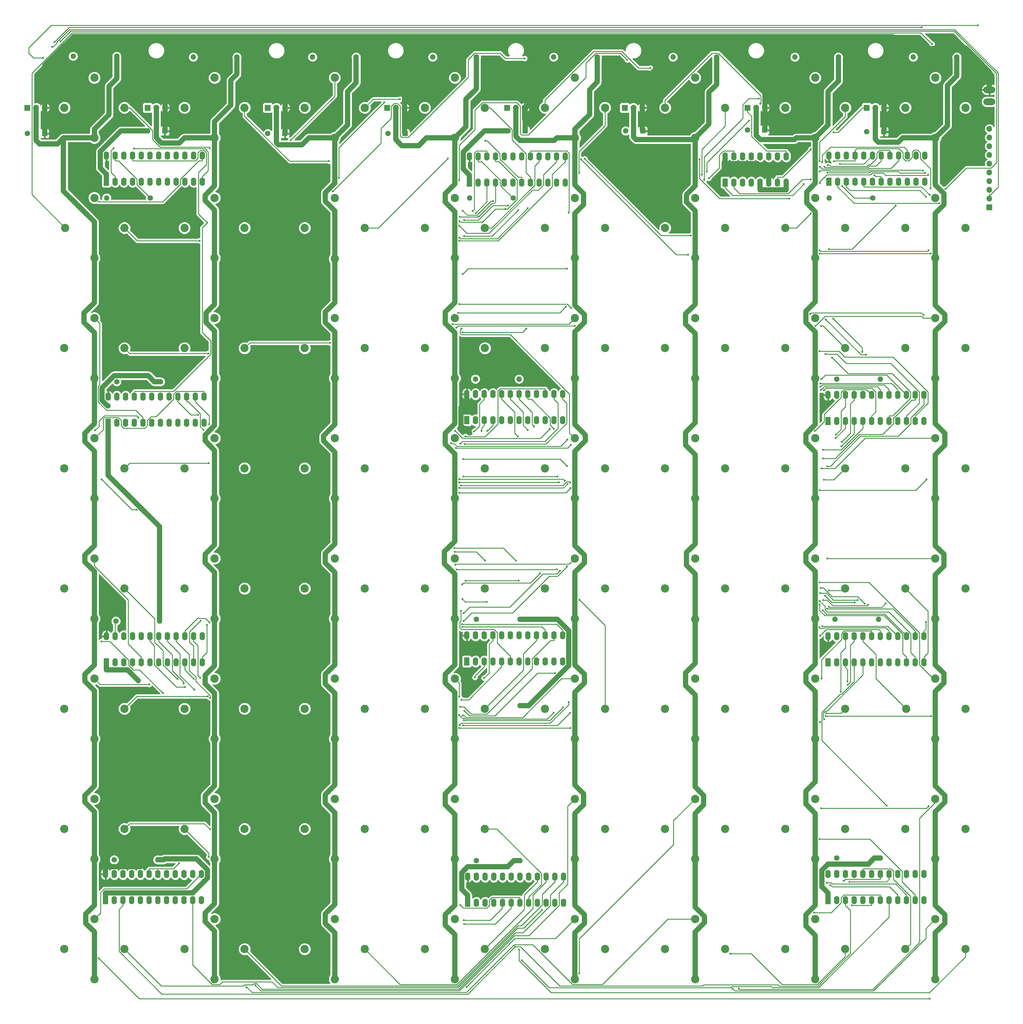
<source format=gbr>
G04 #@! TF.FileFunction,Copper,L1,Top,Signal*
%FSLAX46Y46*%
G04 Gerber Fmt 4.6, Leading zero omitted, Abs format (unit mm)*
G04 Created by KiCad (PCBNEW 4.0.7) date 2017 November 23, Thursday 22:57:44*
%MOMM*%
%LPD*%
G01*
G04 APERTURE LIST*
%ADD10C,0.100000*%
%ADD11C,2.400000*%
%ADD12R,1.600000X1.600000*%
%ADD13C,1.600000*%
%ADD14R,1.600000X2.400000*%
%ADD15O,1.600000X2.400000*%
%ADD16R,1.700000X1.700000*%
%ADD17O,1.700000X1.700000*%
%ADD18O,3.500120X1.998980*%
%ADD19O,1.600000X1.600000*%
%ADD20R,1.800000X1.800000*%
%ADD21O,1.800000X1.800000*%
%ADD22C,0.600000*%
%ADD23C,0.250000*%
%ADD24C,1.500000*%
%ADD25C,0.254000*%
G04 APERTURE END LIST*
D10*
D11*
X42500000Y-54750000D03*
X77500000Y-54750000D03*
X112500000Y-54750000D03*
X147500000Y-54750000D03*
X182500000Y-54750000D03*
X217500000Y-54750000D03*
X252500000Y-54750000D03*
X287500000Y-54750000D03*
X42750000Y-89750000D03*
X77500000Y-89750000D03*
X112500000Y-89750000D03*
X147500000Y-89750000D03*
X182500000Y-89750000D03*
X217500000Y-89750000D03*
X252500000Y-89750000D03*
X287500000Y-89750000D03*
X42500000Y-124750000D03*
X77500000Y-124750000D03*
X112500000Y-124750000D03*
X147500000Y-124750000D03*
X182500000Y-124750000D03*
X217500000Y-124750000D03*
X252500000Y-124750000D03*
X287500000Y-124750000D03*
X42500000Y-159750000D03*
X77500000Y-159750000D03*
X112500000Y-159750000D03*
X147500000Y-159750000D03*
X182500000Y-159750000D03*
X217500000Y-159750000D03*
X252500000Y-159750000D03*
X287500000Y-159750000D03*
X42500000Y-194750000D03*
X77500000Y-194750000D03*
X112500000Y-194750000D03*
X147500000Y-194750000D03*
X182500000Y-194750000D03*
X217500000Y-194750000D03*
X252500000Y-194750000D03*
X287500000Y-194750000D03*
X42500000Y-229750000D03*
X77500000Y-229750000D03*
X112500000Y-229750000D03*
X147500000Y-229750000D03*
X182500000Y-229750000D03*
X217500000Y-229750000D03*
X252500000Y-229750000D03*
X287750000Y-229750000D03*
X42500000Y-264750000D03*
X77500000Y-264750000D03*
X112500000Y-264750000D03*
X147500000Y-264750000D03*
X182500000Y-264750000D03*
X217500000Y-264750000D03*
X252500000Y-264750000D03*
X287500000Y-264750000D03*
X42500000Y-299750000D03*
X77500000Y-299750000D03*
X112500000Y-299750000D03*
X147500000Y-299750000D03*
X182500000Y-299750000D03*
X217500000Y-299750000D03*
X252500000Y-299750000D03*
X287500000Y-299750000D03*
D12*
X36750000Y-62250000D03*
D13*
X31750000Y-62250000D03*
D12*
X71750000Y-61500000D03*
D13*
X66750000Y-61500000D03*
D12*
X106750000Y-62250000D03*
D13*
X101750000Y-62250000D03*
D12*
X141750000Y-62250000D03*
D13*
X136750000Y-62250000D03*
D12*
X176750000Y-61500000D03*
D13*
X171750000Y-61500000D03*
D12*
X211000000Y-61500000D03*
D13*
X206000000Y-61500000D03*
D12*
X246500000Y-61250000D03*
D13*
X241500000Y-61250000D03*
D12*
X281250000Y-61750000D03*
D13*
X276250000Y-61750000D03*
D11*
X51250000Y-46000000D03*
X86250000Y-46000000D03*
X121250000Y-46000000D03*
X156250000Y-46000000D03*
X191250000Y-46000000D03*
X226250000Y-46000000D03*
X261250000Y-46000000D03*
X296250000Y-46000000D03*
X51250000Y-81000000D03*
X86250000Y-81000000D03*
X121250000Y-81000000D03*
X156250000Y-81000000D03*
X191250000Y-81000000D03*
X226250000Y-81000000D03*
X261250000Y-81000000D03*
X296250000Y-81000000D03*
X51250000Y-116000000D03*
X86250000Y-116000000D03*
X121250000Y-116000000D03*
X156250000Y-116000000D03*
X191250000Y-116000000D03*
X226250000Y-116000000D03*
X261250000Y-116000000D03*
X296250000Y-116000000D03*
X51250000Y-151000000D03*
X86250000Y-151000000D03*
X121250000Y-151000000D03*
X156250000Y-151000000D03*
X191250000Y-151000000D03*
X226250000Y-151000000D03*
X261250000Y-151000000D03*
X296250000Y-151000000D03*
X51250000Y-186000000D03*
X86250000Y-186000000D03*
X121250000Y-186000000D03*
X156250000Y-186000000D03*
X191250000Y-186000000D03*
X226250000Y-186000000D03*
X261250000Y-186000000D03*
X296250000Y-186000000D03*
X51250000Y-221000000D03*
X86250000Y-221000000D03*
X121250000Y-221000000D03*
X156250000Y-221000000D03*
X191250000Y-221000000D03*
X226250000Y-221000000D03*
X261250000Y-221000000D03*
X296250000Y-221000000D03*
X51250000Y-256000000D03*
X86250000Y-256000000D03*
X121250000Y-256000000D03*
X156250000Y-256000000D03*
X191250000Y-256000000D03*
X226250000Y-256000000D03*
X261250000Y-256000000D03*
X296250000Y-256000000D03*
X51250000Y-291000000D03*
X86250000Y-291000000D03*
X121250000Y-291000000D03*
X156250000Y-291000000D03*
X191250000Y-291000000D03*
X226250000Y-291000000D03*
X261250000Y-291000000D03*
X296250000Y-291000000D03*
D14*
X160500000Y-76500000D03*
D15*
X188440000Y-68880000D03*
X163040000Y-76500000D03*
X185900000Y-68880000D03*
X165580000Y-76500000D03*
X183360000Y-68880000D03*
X168120000Y-76500000D03*
X180820000Y-68880000D03*
X170660000Y-76500000D03*
X178280000Y-68880000D03*
X173200000Y-76500000D03*
X175740000Y-68880000D03*
X175740000Y-76500000D03*
X173200000Y-68880000D03*
X178280000Y-76500000D03*
X170660000Y-68880000D03*
X180820000Y-76500000D03*
X168120000Y-68880000D03*
X183360000Y-76500000D03*
X165580000Y-68880000D03*
X185900000Y-76500000D03*
X163040000Y-68880000D03*
X188440000Y-76500000D03*
X160500000Y-68880000D03*
D14*
X159750000Y-145750000D03*
D15*
X187690000Y-138130000D03*
X162290000Y-145750000D03*
X185150000Y-138130000D03*
X164830000Y-145750000D03*
X182610000Y-138130000D03*
X167370000Y-145750000D03*
X180070000Y-138130000D03*
X169910000Y-145750000D03*
X177530000Y-138130000D03*
X172450000Y-145750000D03*
X174990000Y-138130000D03*
X174990000Y-145750000D03*
X172450000Y-138130000D03*
X177530000Y-145750000D03*
X169910000Y-138130000D03*
X180070000Y-145750000D03*
X167370000Y-138130000D03*
X182610000Y-145750000D03*
X164830000Y-138130000D03*
X185150000Y-145750000D03*
X162290000Y-138130000D03*
X187690000Y-145750000D03*
X159750000Y-138130000D03*
D14*
X159750000Y-216000000D03*
D15*
X187690000Y-208380000D03*
X162290000Y-216000000D03*
X185150000Y-208380000D03*
X164830000Y-216000000D03*
X182610000Y-208380000D03*
X167370000Y-216000000D03*
X180070000Y-208380000D03*
X169910000Y-216000000D03*
X177530000Y-208380000D03*
X172450000Y-216000000D03*
X174990000Y-208380000D03*
X174990000Y-216000000D03*
X172450000Y-208380000D03*
X177530000Y-216000000D03*
X169910000Y-208380000D03*
X180070000Y-216000000D03*
X167370000Y-208380000D03*
X182610000Y-216000000D03*
X164830000Y-208380000D03*
X185150000Y-216000000D03*
X162290000Y-208380000D03*
X187690000Y-216000000D03*
X159750000Y-208380000D03*
D14*
X160000000Y-286250000D03*
D15*
X187940000Y-278630000D03*
X162540000Y-286250000D03*
X185400000Y-278630000D03*
X165080000Y-286250000D03*
X182860000Y-278630000D03*
X167620000Y-286250000D03*
X180320000Y-278630000D03*
X170160000Y-286250000D03*
X177780000Y-278630000D03*
X172700000Y-286250000D03*
X175240000Y-278630000D03*
X175240000Y-286250000D03*
X172700000Y-278630000D03*
X177780000Y-286250000D03*
X170160000Y-278630000D03*
X180320000Y-286250000D03*
X167620000Y-278630000D03*
X182860000Y-286250000D03*
X165080000Y-278630000D03*
X185400000Y-286250000D03*
X162540000Y-278630000D03*
X187940000Y-286250000D03*
X160000000Y-278630000D03*
D14*
X54750000Y-76250000D03*
D15*
X82690000Y-68630000D03*
X57290000Y-76250000D03*
X80150000Y-68630000D03*
X59830000Y-76250000D03*
X77610000Y-68630000D03*
X62370000Y-76250000D03*
X75070000Y-68630000D03*
X64910000Y-76250000D03*
X72530000Y-68630000D03*
X67450000Y-76250000D03*
X69990000Y-68630000D03*
X69990000Y-76250000D03*
X67450000Y-68630000D03*
X72530000Y-76250000D03*
X64910000Y-68630000D03*
X75070000Y-76250000D03*
X62370000Y-68630000D03*
X77610000Y-76250000D03*
X59830000Y-68630000D03*
X80150000Y-76250000D03*
X57290000Y-68630000D03*
X82690000Y-76250000D03*
X54750000Y-68630000D03*
D14*
X55250000Y-146500000D03*
D15*
X83190000Y-138880000D03*
X57790000Y-146500000D03*
X80650000Y-138880000D03*
X60330000Y-146500000D03*
X78110000Y-138880000D03*
X62870000Y-146500000D03*
X75570000Y-138880000D03*
X65410000Y-146500000D03*
X73030000Y-138880000D03*
X67950000Y-146500000D03*
X70490000Y-138880000D03*
X70490000Y-146500000D03*
X67950000Y-138880000D03*
X73030000Y-146500000D03*
X65410000Y-138880000D03*
X75570000Y-146500000D03*
X62870000Y-138880000D03*
X78110000Y-146500000D03*
X60330000Y-138880000D03*
X80650000Y-146500000D03*
X57790000Y-138880000D03*
X83190000Y-146500000D03*
X55250000Y-138880000D03*
D14*
X54750000Y-216250000D03*
D15*
X82690000Y-208630000D03*
X57290000Y-216250000D03*
X80150000Y-208630000D03*
X59830000Y-216250000D03*
X77610000Y-208630000D03*
X62370000Y-216250000D03*
X75070000Y-208630000D03*
X64910000Y-216250000D03*
X72530000Y-208630000D03*
X67450000Y-216250000D03*
X69990000Y-208630000D03*
X69990000Y-216250000D03*
X67450000Y-208630000D03*
X72530000Y-216250000D03*
X64910000Y-208630000D03*
X75070000Y-216250000D03*
X62370000Y-208630000D03*
X77610000Y-216250000D03*
X59830000Y-208630000D03*
X80150000Y-216250000D03*
X57290000Y-208630000D03*
X82690000Y-216250000D03*
X54750000Y-208630000D03*
D14*
X54500000Y-285500000D03*
D15*
X82440000Y-277880000D03*
X57040000Y-285500000D03*
X79900000Y-277880000D03*
X59580000Y-285500000D03*
X77360000Y-277880000D03*
X62120000Y-285500000D03*
X74820000Y-277880000D03*
X64660000Y-285500000D03*
X72280000Y-277880000D03*
X67200000Y-285500000D03*
X69740000Y-277880000D03*
X69740000Y-285500000D03*
X67200000Y-277880000D03*
X72280000Y-285500000D03*
X64660000Y-277880000D03*
X74820000Y-285500000D03*
X62120000Y-277880000D03*
X77360000Y-285500000D03*
X59580000Y-277880000D03*
X79900000Y-285500000D03*
X57040000Y-277880000D03*
X82440000Y-285500000D03*
X54500000Y-277880000D03*
D14*
X265250000Y-76250000D03*
D15*
X293190000Y-68630000D03*
X267790000Y-76250000D03*
X290650000Y-68630000D03*
X270330000Y-76250000D03*
X288110000Y-68630000D03*
X272870000Y-76250000D03*
X285570000Y-68630000D03*
X275410000Y-76250000D03*
X283030000Y-68630000D03*
X277950000Y-76250000D03*
X280490000Y-68630000D03*
X280490000Y-76250000D03*
X277950000Y-68630000D03*
X283030000Y-76250000D03*
X275410000Y-68630000D03*
X285570000Y-76250000D03*
X272870000Y-68630000D03*
X288110000Y-76250000D03*
X270330000Y-68630000D03*
X290650000Y-76250000D03*
X267790000Y-68630000D03*
X293190000Y-76250000D03*
X265250000Y-68630000D03*
D14*
X265000000Y-146000000D03*
D15*
X292940000Y-138380000D03*
X267540000Y-146000000D03*
X290400000Y-138380000D03*
X270080000Y-146000000D03*
X287860000Y-138380000D03*
X272620000Y-146000000D03*
X285320000Y-138380000D03*
X275160000Y-146000000D03*
X282780000Y-138380000D03*
X277700000Y-146000000D03*
X280240000Y-138380000D03*
X280240000Y-146000000D03*
X277700000Y-138380000D03*
X282780000Y-146000000D03*
X275160000Y-138380000D03*
X285320000Y-146000000D03*
X272620000Y-138380000D03*
X287860000Y-146000000D03*
X270080000Y-138380000D03*
X290400000Y-146000000D03*
X267540000Y-138380000D03*
X292940000Y-146000000D03*
X265000000Y-138380000D03*
D14*
X265000000Y-216250000D03*
D15*
X292940000Y-208630000D03*
X267540000Y-216250000D03*
X290400000Y-208630000D03*
X270080000Y-216250000D03*
X287860000Y-208630000D03*
X272620000Y-216250000D03*
X285320000Y-208630000D03*
X275160000Y-216250000D03*
X282780000Y-208630000D03*
X277700000Y-216250000D03*
X280240000Y-208630000D03*
X280240000Y-216250000D03*
X277700000Y-208630000D03*
X282780000Y-216250000D03*
X275160000Y-208630000D03*
X285320000Y-216250000D03*
X272620000Y-208630000D03*
X287860000Y-216250000D03*
X270080000Y-208630000D03*
X290400000Y-216250000D03*
X267540000Y-208630000D03*
X292940000Y-216250000D03*
X265000000Y-208630000D03*
D14*
X265000000Y-285500000D03*
D15*
X292940000Y-277880000D03*
X267540000Y-285500000D03*
X290400000Y-277880000D03*
X270080000Y-285500000D03*
X287860000Y-277880000D03*
X272620000Y-285500000D03*
X285320000Y-277880000D03*
X275160000Y-285500000D03*
X282780000Y-277880000D03*
X277700000Y-285500000D03*
X280240000Y-277880000D03*
X280240000Y-285500000D03*
X277700000Y-277880000D03*
X282780000Y-285500000D03*
X275160000Y-277880000D03*
X285320000Y-285500000D03*
X272620000Y-277880000D03*
X287860000Y-285500000D03*
X270080000Y-277880000D03*
X290400000Y-285500000D03*
X267540000Y-277880000D03*
X292940000Y-285500000D03*
X265000000Y-277880000D03*
D14*
X235000000Y-76500000D03*
D15*
X252780000Y-68880000D03*
X237540000Y-76500000D03*
X250240000Y-68880000D03*
X240080000Y-76500000D03*
X247700000Y-68880000D03*
X242620000Y-76500000D03*
X245160000Y-68880000D03*
X245160000Y-76500000D03*
X242620000Y-68880000D03*
X247700000Y-76500000D03*
X240080000Y-68880000D03*
X250240000Y-76500000D03*
X237540000Y-68880000D03*
X252780000Y-76500000D03*
X235000000Y-68880000D03*
D11*
X51250000Y-63500000D03*
X51250000Y-98500000D03*
X51250000Y-133500000D03*
X51250000Y-168500000D03*
X51250000Y-203500000D03*
X51250000Y-238500000D03*
X51250000Y-273500000D03*
X51250000Y-308500000D03*
X86250000Y-63500000D03*
X86250000Y-98500000D03*
X86250000Y-133500000D03*
X86250000Y-168500000D03*
X86250000Y-203500000D03*
X86250000Y-238500000D03*
X86250000Y-273500000D03*
X86250000Y-308500000D03*
X121250000Y-63500000D03*
X121250000Y-98750000D03*
X121250000Y-133500000D03*
X121250000Y-168500000D03*
X121250000Y-203500000D03*
X121250000Y-238500000D03*
X121250000Y-273500000D03*
X121250000Y-308500000D03*
X156250000Y-63500000D03*
X156250000Y-98500000D03*
X156250000Y-133500000D03*
X156250000Y-168500000D03*
X156250000Y-203500000D03*
X156250000Y-238500000D03*
X156250000Y-273500000D03*
X156250000Y-308500000D03*
X191250000Y-63500000D03*
X191250000Y-98500000D03*
X191250000Y-133500000D03*
X191250000Y-168500000D03*
X191250000Y-203500000D03*
X191250000Y-238500000D03*
X191250000Y-273500000D03*
X191250000Y-308500000D03*
X226250000Y-63500000D03*
X226250000Y-98500000D03*
X226250000Y-133500000D03*
X226250000Y-168500000D03*
X226250000Y-203750000D03*
X226250000Y-238500000D03*
X226250000Y-273500000D03*
X226250000Y-308500000D03*
X261250000Y-63500000D03*
X261250000Y-98500000D03*
X261250000Y-133500000D03*
X261250000Y-168500000D03*
X261250000Y-203500000D03*
X261250000Y-238500000D03*
X261250000Y-273500000D03*
X261250000Y-308500000D03*
X296250000Y-63500000D03*
X296250000Y-98500000D03*
X296250000Y-133500000D03*
X296250000Y-168500000D03*
X296250000Y-203500000D03*
X296250000Y-238500000D03*
X296250000Y-273500000D03*
X296250000Y-308500000D03*
D16*
X312000000Y-83750000D03*
D17*
X312000000Y-81210000D03*
X312000000Y-78670000D03*
X312000000Y-76130000D03*
X312000000Y-73590000D03*
X312000000Y-71050000D03*
X312000000Y-68510000D03*
X312000000Y-65970000D03*
X312000000Y-63430000D03*
X312000000Y-60890000D03*
D18*
X312000000Y-53000060D03*
X312000000Y-49499940D03*
D11*
X60000000Y-54750000D03*
X95000000Y-54750000D03*
X130000000Y-54750000D03*
X165000000Y-54750000D03*
X200000000Y-54750000D03*
X235000000Y-54750000D03*
X270000000Y-54750000D03*
X305000000Y-54750000D03*
X60000000Y-89750000D03*
X95000000Y-89750000D03*
X130000000Y-89750000D03*
X165000000Y-89750000D03*
X200000000Y-89750000D03*
X235000000Y-89750000D03*
X270000000Y-89750000D03*
X305000000Y-89750000D03*
X60000000Y-124750000D03*
X95000000Y-124750000D03*
X130000000Y-124750000D03*
X165000000Y-124750000D03*
X200000000Y-124750000D03*
X235000000Y-124750000D03*
X270000000Y-124750000D03*
X305000000Y-124750000D03*
X60000000Y-159750000D03*
X95000000Y-159750000D03*
X130000000Y-159750000D03*
X165000000Y-159750000D03*
X200000000Y-159750000D03*
X235000000Y-159750000D03*
X270000000Y-159750000D03*
X305000000Y-159750000D03*
X60000000Y-194750000D03*
X95000000Y-194750000D03*
X130000000Y-194750000D03*
X165000000Y-194750000D03*
X200000000Y-194750000D03*
X235000000Y-194750000D03*
X270000000Y-194750000D03*
X305000000Y-194750000D03*
X60000000Y-229750000D03*
X95000000Y-229750000D03*
X130000000Y-229750000D03*
X165000000Y-229750000D03*
X200000000Y-229750000D03*
X235000000Y-229750000D03*
X270000000Y-229750000D03*
X305000000Y-229750000D03*
X60000000Y-264750000D03*
X95000000Y-264750000D03*
X130000000Y-264750000D03*
X165000000Y-264750000D03*
X200000000Y-264750000D03*
X235000000Y-264750000D03*
X270000000Y-264750000D03*
X305000000Y-264750000D03*
X60000000Y-299750000D03*
X95000000Y-299750000D03*
X130000000Y-299750000D03*
X165000000Y-299750000D03*
X200000000Y-299750000D03*
X235000000Y-299750000D03*
X270000000Y-299750000D03*
X305000000Y-299750000D03*
D13*
X57750000Y-39750000D03*
D19*
X45050000Y-39750000D03*
D13*
X92750000Y-40000000D03*
D19*
X80050000Y-40000000D03*
D13*
X127500000Y-40000000D03*
D19*
X114800000Y-40000000D03*
D13*
X162500000Y-40000000D03*
D19*
X149800000Y-40000000D03*
D13*
X197750000Y-40000000D03*
D19*
X185050000Y-40000000D03*
D13*
X232500000Y-40000000D03*
D19*
X219800000Y-40000000D03*
D13*
X268000000Y-40000000D03*
D19*
X255300000Y-40000000D03*
D13*
X302500000Y-40000000D03*
D19*
X289800000Y-40000000D03*
D13*
X173250000Y-81000000D03*
D19*
X160550000Y-81000000D03*
D13*
X162250000Y-133750000D03*
D19*
X174950000Y-133750000D03*
D13*
X162500000Y-203750000D03*
D19*
X175200000Y-203750000D03*
D13*
X162500000Y-274000000D03*
D19*
X175200000Y-274000000D03*
D13*
X67500000Y-81000000D03*
D19*
X54800000Y-81000000D03*
D13*
X57750000Y-134500000D03*
D19*
X70450000Y-134500000D03*
D13*
X57500000Y-204250000D03*
D19*
X70200000Y-204250000D03*
D13*
X57000000Y-273750000D03*
D19*
X69700000Y-273750000D03*
D13*
X278000000Y-81000000D03*
D19*
X265300000Y-81000000D03*
D13*
X267500000Y-133750000D03*
D19*
X280200000Y-133750000D03*
D13*
X267000000Y-203750000D03*
D19*
X279700000Y-203750000D03*
D13*
X267500000Y-273250000D03*
D19*
X280200000Y-273250000D03*
D20*
X31750000Y-54750000D03*
D21*
X34290000Y-54750000D03*
X36830000Y-54750000D03*
D20*
X66750000Y-54750000D03*
D21*
X69290000Y-54750000D03*
X71830000Y-54750000D03*
D20*
X101750000Y-54750000D03*
D21*
X104290000Y-54750000D03*
X106830000Y-54750000D03*
D20*
X136500000Y-54750000D03*
D21*
X139040000Y-54750000D03*
X141580000Y-54750000D03*
D20*
X171500000Y-54750000D03*
D21*
X174040000Y-54750000D03*
X176580000Y-54750000D03*
D20*
X205750000Y-54750000D03*
D21*
X208290000Y-54750000D03*
X210830000Y-54750000D03*
D20*
X241500000Y-54750000D03*
D21*
X244040000Y-54750000D03*
X246580000Y-54750000D03*
D20*
X276250000Y-54750000D03*
D21*
X278790000Y-54750000D03*
X281330000Y-54750000D03*
D22*
X294563100Y-80093300D03*
X308636000Y-30762700D03*
X36289500Y-40208000D03*
X278557600Y-74394900D03*
X213219600Y-43215200D03*
X245252600Y-53571800D03*
X295275100Y-36198700D03*
X284700000Y-83201000D03*
X265230500Y-95932300D03*
X188956000Y-101562900D03*
X158517700Y-103188000D03*
X263303300Y-70652400D03*
X177519700Y-83997000D03*
X157522500Y-92501000D03*
X262617800Y-71891700D03*
X174738600Y-84550400D03*
X158987300Y-92161100D03*
X264876400Y-71497600D03*
X263947500Y-71931000D03*
X268466400Y-71156800D03*
X259958500Y-85553100D03*
X263524900Y-154387000D03*
X189870100Y-163801700D03*
X158000200Y-164763600D03*
X64022900Y-144942500D03*
X51475000Y-148718600D03*
X263743500Y-137021500D03*
X190127000Y-113044100D03*
X157517400Y-111966800D03*
X274948000Y-125781100D03*
X266451800Y-116147900D03*
X188598100Y-112712300D03*
X157174000Y-114466200D03*
X266128300Y-127532700D03*
X177092000Y-119020400D03*
X158446300Y-120111900D03*
X276078100Y-126686500D03*
X264300300Y-116396400D03*
X264194900Y-126530600D03*
X262537600Y-125609300D03*
X264814400Y-159142700D03*
X189990000Y-165502700D03*
X157537300Y-166853000D03*
X63525700Y-171821300D03*
X53410000Y-163028000D03*
X263532000Y-156917700D03*
X189065800Y-164307500D03*
X157513600Y-165409600D03*
X263034300Y-133803400D03*
X190069300Y-152938700D03*
X156565600Y-153883400D03*
X262765600Y-135053500D03*
X188956000Y-159082500D03*
X158687300Y-157044000D03*
X262780800Y-135954200D03*
X262906200Y-136919700D03*
X261135300Y-148883700D03*
X263878200Y-232815900D03*
X189943800Y-235390100D03*
X157503500Y-235390100D03*
X71226200Y-225238700D03*
X53329600Y-210170700D03*
X272718300Y-198771000D03*
X264153300Y-196890800D03*
X165057900Y-186580700D03*
X156281700Y-184043700D03*
X273588100Y-198122100D03*
X262694200Y-196125600D03*
X159350300Y-192525700D03*
X174925400Y-192468100D03*
X275601700Y-199129900D03*
X262872100Y-194534400D03*
X181075100Y-190336300D03*
X158361200Y-193569200D03*
X276643300Y-199496800D03*
X263637000Y-198091000D03*
X262527700Y-199429300D03*
X262531500Y-198358700D03*
X293460200Y-204499800D03*
X294584200Y-314165900D03*
X52558000Y-302418000D03*
X264743200Y-200679400D03*
X189411900Y-227878100D03*
X157576600Y-234543600D03*
X263424100Y-201098100D03*
X185486400Y-219398400D03*
X159045200Y-230371700D03*
X263369300Y-205707300D03*
X185019400Y-230883100D03*
X157507500Y-231560700D03*
X262501300Y-206122100D03*
X262583900Y-208547800D03*
X263072800Y-220993300D03*
X271891100Y-287025300D03*
X84533000Y-272967200D03*
X260927000Y-289119800D03*
X175821800Y-303034700D03*
X265669000Y-281059200D03*
X264618500Y-280435900D03*
X262536200Y-267748000D03*
X271254400Y-280133000D03*
X269574700Y-279871300D03*
X160584500Y-149405800D03*
X72131100Y-270603100D03*
X175200000Y-228852000D03*
X64083400Y-221584000D03*
X55250000Y-141560700D03*
X108419300Y-64214000D03*
X122507300Y-75178000D03*
X135673000Y-53186300D03*
X120705700Y-79075300D03*
X176606800Y-40376600D03*
X157515600Y-75898300D03*
X206465300Y-40798700D03*
X228883700Y-75794900D03*
X244802700Y-52074800D03*
X62820400Y-66654300D03*
X39623800Y-35641400D03*
X292354200Y-31371100D03*
X158546800Y-84731200D03*
X167396100Y-81978500D03*
X41385100Y-35403300D03*
X299201700Y-78422100D03*
X155576000Y-117778100D03*
X156641100Y-118829300D03*
X191187600Y-118271800D03*
X156318500Y-148809600D03*
X183902400Y-148257000D03*
X155156600Y-152364600D03*
X189000700Y-151347000D03*
X261338900Y-118271800D03*
X84708500Y-146865200D03*
X83049900Y-148551200D03*
X81488600Y-144218100D03*
X158235200Y-119020400D03*
X158833100Y-162136000D03*
X186120100Y-162159000D03*
X157532300Y-162865100D03*
X188253000Y-163351400D03*
X157501800Y-163793600D03*
X186539900Y-163793600D03*
X263107300Y-159782900D03*
X156405400Y-187830000D03*
X80195100Y-221032600D03*
X158783700Y-204179600D03*
X188956000Y-188283700D03*
X82166900Y-204106600D03*
X156791900Y-189193700D03*
X186011900Y-189133200D03*
X84037100Y-205287600D03*
X158814200Y-201924000D03*
X186886000Y-189559500D03*
X264829700Y-186000000D03*
X67231000Y-222659300D03*
X82091000Y-220687200D03*
X84796700Y-204614500D03*
X84987500Y-226584600D03*
X157508600Y-226237000D03*
X80371100Y-224194200D03*
X158636200Y-231764500D03*
X77246500Y-222435800D03*
X158876200Y-233104400D03*
X187745400Y-229364200D03*
X77685200Y-223434800D03*
X158663300Y-234603400D03*
X189749400Y-231008600D03*
X156081100Y-182987400D03*
X173996000Y-186580700D03*
X262530100Y-192948000D03*
X98137800Y-310343100D03*
X192524300Y-306832800D03*
X181663900Y-288273600D03*
X238977000Y-311243800D03*
X159631200Y-310791600D03*
X95572700Y-310793400D03*
X75895700Y-274727800D03*
X237139400Y-311243800D03*
X157513500Y-93505900D03*
X81953600Y-93502400D03*
X294303500Y-96273000D03*
X262542400Y-96273000D03*
X157518200Y-89046500D03*
X164004500Y-148833200D03*
X162102000Y-220654600D03*
X162313100Y-85416800D03*
X293513400Y-80662800D03*
X267140100Y-150937000D03*
X270619900Y-221820900D03*
X173799900Y-299055900D03*
X154237100Y-69500300D03*
X165761900Y-148883400D03*
X163182900Y-86427400D03*
X268862400Y-153341000D03*
X282077000Y-257961500D03*
X262604000Y-233684000D03*
X157713500Y-86502500D03*
X84896300Y-66580000D03*
X189416200Y-85279400D03*
X119572000Y-70276000D03*
X194064800Y-69639600D03*
X224997100Y-91971100D03*
X165114800Y-64386900D03*
X140288500Y-52280600D03*
X227528900Y-69792500D03*
X253669600Y-81165300D03*
X193041600Y-69778200D03*
X224207000Y-97549000D03*
X262637000Y-97192900D03*
X294956900Y-97192900D03*
X192505100Y-73732500D03*
X164743700Y-220811200D03*
X268972200Y-152025400D03*
X266656200Y-70355200D03*
X270711200Y-222780600D03*
X294833700Y-78210600D03*
X164425500Y-87966400D03*
X84120000Y-88228000D03*
X157591600Y-87774500D03*
X171028400Y-84249600D03*
X228181600Y-74291600D03*
X161429400Y-84826400D03*
X262515400Y-70271200D03*
X229681300Y-73315100D03*
X241958200Y-58528200D03*
X159132200Y-152662700D03*
X84557100Y-158221600D03*
X157858900Y-152546800D03*
X159319200Y-150422700D03*
X84447600Y-126286000D03*
X185167200Y-148283500D03*
X119950800Y-123223400D03*
X179328500Y-147545000D03*
X177514800Y-148594600D03*
X263809600Y-163081600D03*
X174617300Y-150414800D03*
X262503500Y-166151900D03*
X293676000Y-163028000D03*
X161839500Y-148998200D03*
X262912200Y-118240300D03*
X259792400Y-114828300D03*
X292811800Y-115097100D03*
X158399400Y-205108000D03*
X84291400Y-226139300D03*
X157739900Y-229207500D03*
X158375800Y-205937300D03*
X158232100Y-227150400D03*
X75462700Y-221073000D03*
X192536900Y-198010400D03*
X158044400Y-201270800D03*
X165575500Y-198600900D03*
X158434700Y-197825000D03*
X264394400Y-231065300D03*
X264276000Y-231903600D03*
X294991900Y-231903600D03*
X265226200Y-195297300D03*
X265226200Y-200030400D03*
X281726800Y-199087400D03*
X158847700Y-291331400D03*
X84961400Y-264881100D03*
X158994200Y-292464100D03*
X157827500Y-286908500D03*
X236492500Y-301069500D03*
X175003700Y-299858000D03*
X263000400Y-258772000D03*
X294261500Y-258162100D03*
X38903300Y-37000800D03*
X56891700Y-66446100D03*
X297413000Y-82537000D03*
X269147300Y-77574300D03*
X267234200Y-149934300D03*
X268708200Y-224824400D03*
X294176500Y-74296400D03*
X262637900Y-76735900D03*
X257973100Y-76979400D03*
X293344300Y-73769500D03*
X264832700Y-73648900D03*
X259945700Y-75590800D03*
X292647500Y-73059800D03*
X262527100Y-73310600D03*
X266547300Y-61878100D03*
X259956700Y-66834000D03*
X158959900Y-87445500D03*
X171749300Y-83203300D03*
X230280100Y-75250300D03*
D23*
X275410000Y-76250000D02*
X275410000Y-77775300D01*
X33462700Y-40208000D02*
X36289500Y-40208000D01*
X32159600Y-38904900D02*
X33462700Y-40208000D01*
X32159600Y-37240200D02*
X32159600Y-38904900D01*
X38654000Y-30745800D02*
X32159600Y-37240200D01*
X308619100Y-30745800D02*
X38654000Y-30745800D01*
X308636000Y-30762700D02*
X308619100Y-30745800D01*
X292245100Y-77775300D02*
X294563100Y-80093300D01*
X275410000Y-77775300D02*
X292245100Y-77775300D01*
X278887400Y-74724700D02*
X278557600Y-74394900D01*
X280490000Y-74724700D02*
X278887400Y-74724700D01*
X280490000Y-76250000D02*
X280490000Y-74724700D01*
X209802300Y-43215200D02*
X213219600Y-43215200D01*
X204967200Y-38380100D02*
X209802300Y-43215200D01*
X196658000Y-38380100D02*
X204967200Y-38380100D01*
X182500000Y-52538100D02*
X196658000Y-38380100D01*
X182500000Y-54750000D02*
X182500000Y-52538100D01*
X217500000Y-52566900D02*
X217500000Y-54750000D01*
X231222300Y-38844600D02*
X217500000Y-52566900D01*
X232990600Y-38844600D02*
X231222300Y-38844600D01*
X245428000Y-51282000D02*
X232990600Y-38844600D01*
X245428000Y-53396400D02*
X245428000Y-51282000D01*
X245252600Y-53571800D02*
X245428000Y-53396400D01*
X291973400Y-32897000D02*
X295275100Y-36198700D01*
X44828000Y-32897000D02*
X291973400Y-32897000D01*
X33045100Y-44679900D02*
X44828000Y-32897000D01*
X33045100Y-80045100D02*
X33045100Y-44679900D01*
X42750000Y-89750000D02*
X33045100Y-80045100D01*
X271968700Y-95932300D02*
X265230500Y-95932300D01*
X284700000Y-83201000D02*
X271968700Y-95932300D01*
X160142800Y-101562900D02*
X158517700Y-103188000D01*
X188956000Y-101562900D02*
X160142800Y-101562900D01*
X288110000Y-68630000D02*
X288110000Y-67104700D01*
X263303300Y-68582600D02*
X263303300Y-70652400D01*
X265702400Y-66183500D02*
X263303300Y-68582600D01*
X287188800Y-66183500D02*
X265702400Y-66183500D01*
X288110000Y-67104700D02*
X287188800Y-66183500D01*
X157865600Y-92844100D02*
X157522500Y-92501000D01*
X168672600Y-92844100D02*
X157865600Y-92844100D01*
X177519700Y-83997000D02*
X168672600Y-92844100D01*
X285570000Y-68630000D02*
X285570000Y-70155300D01*
X167127900Y-92161100D02*
X158987300Y-92161100D01*
X174738600Y-84550400D02*
X167127900Y-92161100D01*
X263299400Y-72573300D02*
X262617800Y-71891700D01*
X265278400Y-72573300D02*
X263299400Y-72573300D01*
X265387800Y-72682700D02*
X265278400Y-72573300D01*
X276696500Y-72682700D02*
X265387800Y-72682700D01*
X276960700Y-72418500D02*
X276696500Y-72682700D01*
X283306800Y-72418500D02*
X276960700Y-72418500D01*
X285570000Y-70155300D02*
X283306800Y-72418500D01*
X283030000Y-68630000D02*
X283030000Y-67104700D01*
X265476500Y-71497600D02*
X264876400Y-71497600D01*
X265761000Y-71782100D02*
X265476500Y-71497600D01*
X276323300Y-71782100D02*
X265761000Y-71782100D01*
X276812500Y-71292900D02*
X276323300Y-71782100D01*
X277328900Y-71292900D02*
X276812500Y-71292900D01*
X279220000Y-69401800D02*
X277328900Y-71292900D01*
X279220000Y-67878300D02*
X279220000Y-69401800D01*
X279993600Y-67104700D02*
X279220000Y-67878300D01*
X283030000Y-67104700D02*
X279993600Y-67104700D01*
X280490000Y-68630000D02*
X280490000Y-70155300D01*
X264139500Y-72123000D02*
X263947500Y-71931000D01*
X265465000Y-72123000D02*
X264139500Y-72123000D01*
X265574400Y-72232400D02*
X265465000Y-72123000D01*
X276509900Y-72232400D02*
X265574400Y-72232400D01*
X276999100Y-71743200D02*
X276509900Y-72232400D01*
X278902100Y-71743200D02*
X276999100Y-71743200D01*
X280490000Y-70155300D02*
X278902100Y-71743200D01*
X275423200Y-71156800D02*
X268466400Y-71156800D01*
X277950000Y-68630000D02*
X275423200Y-71156800D01*
X255761600Y-89750000D02*
X259958500Y-85553100D01*
X252500000Y-89750000D02*
X255761600Y-89750000D01*
X52655900Y-147537700D02*
X51475000Y-148718600D01*
X52655900Y-145945400D02*
X52655900Y-147537700D01*
X54124300Y-144477000D02*
X52655900Y-145945400D01*
X63557400Y-144477000D02*
X54124300Y-144477000D01*
X64022900Y-144942500D02*
X63557400Y-144477000D01*
X275160000Y-146000000D02*
X275160000Y-147525300D01*
X275160000Y-148061200D02*
X275160000Y-147525300D01*
X268834200Y-154387000D02*
X275160000Y-148061200D01*
X263524900Y-154387000D02*
X268834200Y-154387000D01*
X189732200Y-163663800D02*
X189870100Y-163801700D01*
X188825000Y-163663800D02*
X189732200Y-163663800D01*
X187725200Y-164763600D02*
X188825000Y-163663800D01*
X158000200Y-164763600D02*
X187725200Y-164763600D01*
X277700000Y-146000000D02*
X277700000Y-144474700D01*
X189049700Y-111966800D02*
X190127000Y-113044100D01*
X157517400Y-111966800D02*
X189049700Y-111966800D01*
X264360600Y-136404400D02*
X263743500Y-137021500D01*
X277734400Y-136404400D02*
X264360600Y-136404400D01*
X278833400Y-137503400D02*
X277734400Y-136404400D01*
X278833400Y-143341300D02*
X278833400Y-137503400D01*
X277700000Y-144474700D02*
X278833400Y-143341300D01*
X186844200Y-114466200D02*
X188598100Y-112712300D01*
X157174000Y-114466200D02*
X186844200Y-114466200D01*
X274948000Y-124644100D02*
X274948000Y-125781100D01*
X266451800Y-116147900D02*
X274948000Y-124644100D01*
X158446300Y-120111800D02*
X158446300Y-120111900D01*
X176000600Y-120111800D02*
X158446300Y-120111800D01*
X177092000Y-119020400D02*
X176000600Y-120111800D01*
X282780000Y-146000000D02*
X282780000Y-144474700D01*
X283817400Y-144474700D02*
X282780000Y-144474700D01*
X289032000Y-139260100D02*
X283817400Y-144474700D01*
X289032000Y-137522900D02*
X289032000Y-139260100D01*
X283683300Y-132174200D02*
X289032000Y-137522900D01*
X270769800Y-132174200D02*
X283683300Y-132174200D01*
X266128300Y-127532700D02*
X270769800Y-132174200D01*
X274590400Y-126686500D02*
X276078100Y-126686500D01*
X264300300Y-116396400D02*
X274590400Y-126686500D01*
X267579900Y-126530600D02*
X264194900Y-126530600D01*
X270269300Y-129220000D02*
X267579900Y-126530600D01*
X283292300Y-129220000D02*
X270269300Y-129220000D01*
X291557400Y-137485100D02*
X283292300Y-129220000D01*
X291557400Y-140777300D02*
X291557400Y-137485100D01*
X287860000Y-144474700D02*
X291557400Y-140777300D01*
X287860000Y-146000000D02*
X287860000Y-144474700D01*
X290400000Y-146000000D02*
X290400000Y-144474700D01*
X268179800Y-125609300D02*
X262537600Y-125609300D01*
X269882300Y-127311800D02*
X268179800Y-125609300D01*
X283899200Y-127311800D02*
X269882300Y-127311800D01*
X294079300Y-137491900D02*
X283899200Y-127311800D01*
X294079300Y-140795400D02*
X294079300Y-137491900D01*
X290400000Y-144474700D02*
X294079300Y-140795400D01*
X62203300Y-171821300D02*
X53410000Y-163028000D01*
X63525700Y-171821300D02*
X62203300Y-171821300D01*
X265651200Y-159142700D02*
X264814400Y-159142700D01*
X274405600Y-150388300D02*
X265651200Y-159142700D01*
X285499700Y-150388300D02*
X274405600Y-150388300D01*
X289130000Y-146758000D02*
X285499700Y-150388300D01*
X289130000Y-145069800D02*
X289130000Y-146758000D01*
X292940000Y-141259800D02*
X289130000Y-145069800D01*
X292940000Y-138380000D02*
X292940000Y-141259800D01*
X188639700Y-166853000D02*
X189990000Y-165502700D01*
X157537300Y-166853000D02*
X188639700Y-166853000D01*
X290400000Y-138380000D02*
X290400000Y-139905300D01*
X289362600Y-139905300D02*
X290400000Y-139905300D01*
X284050000Y-145217900D02*
X289362600Y-139905300D01*
X284050000Y-146758100D02*
X284050000Y-145217900D01*
X280924700Y-149883400D02*
X284050000Y-146758100D01*
X274153300Y-149883400D02*
X280924700Y-149883400D01*
X267119000Y-156917700D02*
X274153300Y-149883400D01*
X263532000Y-156917700D02*
X267119000Y-156917700D01*
X187963700Y-165409600D02*
X189065800Y-164307500D01*
X157513600Y-165409600D02*
X187963700Y-165409600D01*
X189124600Y-153883400D02*
X156565600Y-153883400D01*
X190069300Y-152938700D02*
X189124600Y-153883400D01*
X282104600Y-132624600D02*
X287860000Y-138380000D01*
X264213100Y-132624600D02*
X282104600Y-132624600D01*
X263034300Y-133803400D02*
X264213100Y-132624600D01*
X186917500Y-157044000D02*
X158687300Y-157044000D01*
X188956000Y-159082500D02*
X186917500Y-157044000D01*
X285320000Y-138380000D02*
X285320000Y-136854700D01*
X283518800Y-135053500D02*
X262765600Y-135053500D01*
X285320000Y-136854700D02*
X283518800Y-135053500D01*
X282780000Y-138380000D02*
X282780000Y-136854700D01*
X263231200Y-135503800D02*
X262780800Y-135954200D01*
X281429100Y-135503800D02*
X263231200Y-135503800D01*
X282780000Y-136854700D02*
X281429100Y-135503800D01*
X263871800Y-135954100D02*
X262906200Y-136919700D01*
X279339400Y-135954100D02*
X263871800Y-135954100D01*
X280240000Y-136854700D02*
X279339400Y-135954100D01*
X280240000Y-138380000D02*
X280240000Y-136854700D01*
X263874600Y-146144400D02*
X261135300Y-148883700D01*
X263874600Y-144053100D02*
X263874600Y-146144400D01*
X268810000Y-139117700D02*
X263874600Y-144053100D01*
X268810000Y-137643500D02*
X268810000Y-139117700D01*
X269598800Y-136854700D02*
X268810000Y-137643500D01*
X276174700Y-136854700D02*
X269598800Y-136854700D01*
X277700000Y-138380000D02*
X276174700Y-136854700D01*
X275160000Y-216250000D02*
X275160000Y-217775300D01*
X157503500Y-235390100D02*
X189943800Y-235390100D01*
X55775200Y-210170700D02*
X53329600Y-210170700D01*
X61244600Y-215640100D02*
X55775200Y-210170700D01*
X61244600Y-217146400D02*
X61244600Y-215640100D01*
X62506400Y-218408200D02*
X61244600Y-217146400D01*
X64395700Y-218408200D02*
X62506400Y-218408200D01*
X71226200Y-225238700D02*
X64395700Y-218408200D01*
X263636800Y-232574500D02*
X263878200Y-232815900D01*
X263636800Y-230938600D02*
X263636800Y-232574500D01*
X264135400Y-230440000D02*
X263636800Y-230938600D01*
X264636600Y-230440000D02*
X264135400Y-230440000D01*
X275160000Y-219916600D02*
X264636600Y-230440000D01*
X275160000Y-217775300D02*
X275160000Y-219916600D01*
X162520900Y-184043700D02*
X156281700Y-184043700D01*
X165057900Y-186580700D02*
X162520900Y-184043700D01*
X266033500Y-198771000D02*
X264153300Y-196890800D01*
X272718300Y-198771000D02*
X266033500Y-198771000D01*
X159407900Y-192468100D02*
X174925400Y-192468100D01*
X159350300Y-192525700D02*
X159407900Y-192468100D01*
X264533300Y-196125600D02*
X262694200Y-196125600D01*
X266529800Y-198122100D02*
X264533300Y-196125600D01*
X273588100Y-198122100D02*
X266529800Y-198122100D01*
X158779300Y-193151100D02*
X158361200Y-193569200D01*
X178260300Y-193151100D02*
X158779300Y-193151100D01*
X181075100Y-190336300D02*
X178260300Y-193151100D01*
X273604600Y-197132800D02*
X275601700Y-199129900D01*
X266177400Y-197132800D02*
X273604600Y-197132800D01*
X263579000Y-194534400D02*
X266177400Y-197132800D01*
X262872100Y-194534400D02*
X263579000Y-194534400D01*
X264716600Y-198091000D02*
X263637000Y-198091000D01*
X266380800Y-199755200D02*
X264716600Y-198091000D01*
X276384900Y-199755200D02*
X266380800Y-199755200D01*
X276643300Y-199496800D02*
X276384900Y-199755200D01*
X287860000Y-216250000D02*
X287860000Y-214724700D01*
X286734600Y-213599300D02*
X287860000Y-214724700D01*
X286734600Y-208016200D02*
X286734600Y-213599300D01*
X281330600Y-202612200D02*
X286734600Y-208016200D01*
X264007300Y-202612200D02*
X281330600Y-202612200D01*
X262527700Y-201132600D02*
X264007300Y-202612200D01*
X262527700Y-199429300D02*
X262527700Y-201132600D01*
X290400000Y-216250000D02*
X290400000Y-214724700D01*
X289130000Y-213454700D02*
X290400000Y-214724700D01*
X289130000Y-207907800D02*
X289130000Y-213454700D01*
X282778600Y-201556400D02*
X289130000Y-207907800D01*
X264735900Y-201556400D02*
X282778600Y-201556400D01*
X264090600Y-200911100D02*
X264735900Y-201556400D01*
X264090600Y-199917800D02*
X264090600Y-200911100D01*
X262531500Y-198358700D02*
X264090600Y-199917800D01*
X294097900Y-201347900D02*
X287500000Y-194750000D01*
X294097900Y-213566800D02*
X294097900Y-201347900D01*
X292940000Y-214724700D02*
X294097900Y-213566800D01*
X292940000Y-216250000D02*
X292940000Y-214724700D01*
X292940000Y-208630000D02*
X292940000Y-207104700D01*
X64305900Y-314165900D02*
X294584200Y-314165900D01*
X52558000Y-302418000D02*
X64305900Y-314165900D01*
X293460100Y-204499800D02*
X293460200Y-204499800D01*
X293460100Y-206584600D02*
X293460100Y-204499800D01*
X292940000Y-207104700D02*
X293460100Y-206584600D01*
X290400000Y-208630000D02*
X290400000Y-207104700D01*
X189411900Y-228582100D02*
X189411900Y-227878100D01*
X184054100Y-233939900D02*
X189411900Y-228582100D01*
X158180300Y-233939900D02*
X184054100Y-233939900D01*
X157576600Y-234543600D02*
X158180300Y-233939900D01*
X283974700Y-200679400D02*
X290400000Y-207104700D01*
X264743200Y-200679400D02*
X283974700Y-200679400D01*
X264487800Y-202161800D02*
X263424100Y-201098100D01*
X281517200Y-202161800D02*
X264487800Y-202161800D01*
X287860000Y-208504600D02*
X281517200Y-202161800D01*
X287860000Y-208630000D02*
X287860000Y-208504600D01*
X160456800Y-231783300D02*
X159045200Y-230371700D01*
X167961800Y-231783300D02*
X160456800Y-231783300D01*
X180346700Y-219398400D02*
X167961800Y-231783300D01*
X185486400Y-219398400D02*
X180346700Y-219398400D01*
X282397300Y-205707300D02*
X263369300Y-205707300D01*
X285320000Y-208630000D02*
X282397300Y-205707300D01*
X183158600Y-232743900D02*
X185019400Y-230883100D01*
X159400100Y-232743900D02*
X183158600Y-232743900D01*
X159135300Y-232479100D02*
X159400100Y-232743900D01*
X158425900Y-232479100D02*
X159135300Y-232479100D01*
X157507500Y-231560700D02*
X158425900Y-232479100D01*
X282780000Y-208630000D02*
X282780000Y-207104700D01*
X281850000Y-206174700D02*
X282780000Y-207104700D01*
X263786300Y-206174700D02*
X281850000Y-206174700D01*
X263628400Y-206332600D02*
X263786300Y-206174700D01*
X262711800Y-206332600D02*
X263628400Y-206332600D01*
X262501300Y-206122100D02*
X262711800Y-206332600D01*
X280240000Y-208630000D02*
X280240000Y-207104700D01*
X264477300Y-206654400D02*
X262583900Y-208547800D01*
X279789700Y-206654400D02*
X264477300Y-206654400D01*
X280240000Y-207104700D02*
X279789700Y-206654400D01*
X277700000Y-208630000D02*
X277700000Y-207104700D01*
X263072800Y-215442200D02*
X263072800Y-220993300D01*
X268954600Y-209560400D02*
X263072800Y-215442200D01*
X268954600Y-207738800D02*
X268954600Y-209560400D01*
X269588700Y-207104700D02*
X268954600Y-207738800D01*
X277700000Y-207104700D02*
X269588700Y-207104700D01*
X278970000Y-220970000D02*
X287750000Y-229750000D01*
X278970000Y-213965300D02*
X278970000Y-220970000D01*
X275160000Y-210155300D02*
X278970000Y-213965300D01*
X275160000Y-208630000D02*
X275160000Y-210155300D01*
X84532900Y-272967200D02*
X84533000Y-272967200D01*
X84532900Y-271782900D02*
X84532900Y-272967200D01*
X77500000Y-264750000D02*
X84532900Y-271782900D01*
X277700000Y-285500000D02*
X277700000Y-287025300D01*
X277700000Y-287025300D02*
X271891100Y-287025300D01*
X280240000Y-285500000D02*
X280240000Y-283974700D01*
X269610300Y-283974700D02*
X280240000Y-283974700D01*
X268810000Y-284775000D02*
X269610300Y-283974700D01*
X268810000Y-286248900D02*
X268810000Y-284775000D01*
X265939100Y-289119800D02*
X268810000Y-286248900D01*
X260927000Y-289119800D02*
X265939100Y-289119800D01*
X183789900Y-311002800D02*
X175821800Y-303034700D01*
X236496100Y-311002800D02*
X183789900Y-311002800D01*
X236880400Y-310618500D02*
X236496100Y-311002800D01*
X248391300Y-310618500D02*
X236880400Y-310618500D01*
X248772300Y-310999500D02*
X248391300Y-310618500D01*
X262217700Y-310999500D02*
X248772300Y-310999500D01*
X282780000Y-290437200D02*
X262217700Y-310999500D01*
X282780000Y-285500000D02*
X282780000Y-290437200D01*
X266222500Y-281612700D02*
X265669000Y-281059200D01*
X282958000Y-281612700D02*
X266222500Y-281612700D01*
X285320000Y-283974700D02*
X282958000Y-281612700D01*
X285320000Y-285500000D02*
X285320000Y-283974700D01*
X287860000Y-285500000D02*
X287860000Y-283974700D01*
X264620500Y-280433900D02*
X264618500Y-280435900D01*
X265928100Y-280433900D02*
X264620500Y-280433900D01*
X266275700Y-280781500D02*
X265928100Y-280433900D01*
X284666800Y-280781500D02*
X266275700Y-280781500D01*
X287860000Y-283974700D02*
X284666800Y-280781500D01*
X290400000Y-285500000D02*
X290400000Y-283974700D01*
X277180700Y-267748000D02*
X262536200Y-267748000D01*
X286590000Y-277157300D02*
X277180700Y-267748000D01*
X286590000Y-280164700D02*
X286590000Y-277157300D01*
X290400000Y-283974700D02*
X286590000Y-280164700D01*
X282780000Y-277880000D02*
X282780000Y-279405300D01*
X282052300Y-280133000D02*
X271254400Y-280133000D01*
X282780000Y-279405300D02*
X282052300Y-280133000D01*
X270040700Y-279405300D02*
X269574700Y-279871300D01*
X280240000Y-279405300D02*
X270040700Y-279405300D01*
X280240000Y-277880000D02*
X280240000Y-279405300D01*
X288987100Y-298262900D02*
X287500000Y-299750000D01*
X288987100Y-284373600D02*
X288987100Y-298262900D01*
X284050000Y-279436500D02*
X288987100Y-284373600D01*
X284050000Y-277140000D02*
X284050000Y-279436500D01*
X283264700Y-276354700D02*
X284050000Y-277140000D01*
X275160000Y-276354700D02*
X283264700Y-276354700D01*
X275160000Y-277880000D02*
X275160000Y-276354700D01*
D24*
X287250000Y-43000000D02*
X287250000Y-37500000D01*
X281330000Y-48920000D02*
X287250000Y-43000000D01*
X281330000Y-54750000D02*
X281330000Y-48920000D01*
X250500000Y-44750000D02*
X250500000Y-34000000D01*
X246580000Y-48670000D02*
X250500000Y-44750000D01*
X246580000Y-54750000D02*
X246580000Y-48670000D01*
X246580000Y-61170000D02*
X246500000Y-61250000D01*
X246580000Y-54750000D02*
X246580000Y-61170000D01*
X214750000Y-43500000D02*
X214750000Y-34000000D01*
X210830000Y-47420000D02*
X214750000Y-43500000D01*
X210830000Y-54750000D02*
X210830000Y-47420000D01*
X210830000Y-61330000D02*
X211000000Y-61500000D01*
X210830000Y-54750000D02*
X210830000Y-61330000D01*
X141580000Y-62080000D02*
X141750000Y-62250000D01*
X141580000Y-54750000D02*
X141580000Y-62080000D01*
X106830000Y-62170000D02*
X106750000Y-62250000D01*
X106830000Y-54750000D02*
X106830000Y-62170000D01*
X145500000Y-34000000D02*
X145250000Y-34000000D01*
X145500000Y-41410000D02*
X145500000Y-34000000D01*
X141580000Y-45330000D02*
X145500000Y-41410000D01*
X141580000Y-54750000D02*
X141580000Y-45330000D01*
X110500000Y-35250000D02*
X111750000Y-34000000D01*
X110500000Y-39500000D02*
X110500000Y-35250000D01*
X106830000Y-43170000D02*
X110500000Y-39500000D01*
X106830000Y-54750000D02*
X106830000Y-43170000D01*
X76750000Y-37000000D02*
X76750000Y-34000000D01*
X71830000Y-41920000D02*
X76750000Y-37000000D01*
X71830000Y-54750000D02*
X71830000Y-41920000D01*
X305250000Y-37500000D02*
X287250000Y-37500000D01*
X312000000Y-44250000D02*
X305250000Y-37500000D01*
X312000000Y-49499900D02*
X312000000Y-44250000D01*
X36830000Y-42420000D02*
X36830000Y-54750000D01*
X45250000Y-34000000D02*
X36830000Y-42420000D01*
X76750000Y-34000000D02*
X45250000Y-34000000D01*
X71830000Y-61420000D02*
X71750000Y-61500000D01*
X71830000Y-54750000D02*
X71830000Y-61420000D01*
X36750000Y-54830000D02*
X36830000Y-54750000D01*
X36750000Y-62250000D02*
X36750000Y-54830000D01*
X281330000Y-61670000D02*
X281250000Y-61750000D01*
X281330000Y-54750000D02*
X281330000Y-61670000D01*
X111750000Y-34000000D02*
X76750000Y-34000000D01*
X181000000Y-34000000D02*
X145500000Y-34000000D01*
X214750000Y-34000000D02*
X181000000Y-34000000D01*
X283750000Y-34000000D02*
X250500000Y-34000000D01*
X287250000Y-37500000D02*
X283750000Y-34000000D01*
X250500000Y-34000000D02*
X214750000Y-34000000D01*
X145500000Y-34000000D02*
X145250000Y-34000000D01*
X145250000Y-34000000D02*
X111750000Y-34000000D01*
X159750000Y-138130000D02*
X159750000Y-140280300D01*
X159257900Y-148079200D02*
X160584500Y-149405800D01*
X158702100Y-148079200D02*
X159257900Y-148079200D01*
X157999700Y-147376800D02*
X158702100Y-148079200D01*
X157999700Y-142030600D02*
X157999700Y-147376800D01*
X159750000Y-140280300D02*
X157999700Y-142030600D01*
X176750000Y-61500000D02*
X176750000Y-58210000D01*
X181000000Y-50670000D02*
X181000000Y-34000000D01*
X176750000Y-54920000D02*
X181000000Y-50670000D01*
X176750000Y-58210000D02*
X176750000Y-54920000D01*
X176580000Y-58040000D02*
X176580000Y-54750000D01*
X176750000Y-58210000D02*
X176580000Y-58040000D01*
X244380600Y-71030300D02*
X247700000Y-74349700D01*
X235000000Y-71030300D02*
X244380600Y-71030300D01*
X235000000Y-68880000D02*
X235000000Y-71030300D01*
X247700000Y-76500000D02*
X247700000Y-74349700D01*
X69808300Y-270603100D02*
X72131100Y-270603100D01*
X64681700Y-275729700D02*
X69808300Y-270603100D01*
X54500000Y-275729700D02*
X64681700Y-275729700D01*
X54500000Y-277880000D02*
X54500000Y-275729700D01*
X160500000Y-76500000D02*
X160500000Y-74349700D01*
X252780000Y-76500000D02*
X252780000Y-78650300D01*
X245160000Y-76500000D02*
X245160000Y-78650300D01*
X160000000Y-286250000D02*
X160000000Y-284099700D01*
X175200000Y-274000000D02*
X173449700Y-274000000D01*
X171699400Y-275750300D02*
X173449700Y-274000000D01*
X159999700Y-275750300D02*
X171699400Y-275750300D01*
X158249600Y-277500400D02*
X159999700Y-275750300D01*
X158249600Y-282349300D02*
X158249600Y-277500400D01*
X160000000Y-284099700D02*
X158249600Y-282349300D01*
X55250000Y-161777300D02*
X55250000Y-146500000D01*
X70200000Y-176727300D02*
X55250000Y-161777300D01*
X70200000Y-204250000D02*
X70200000Y-176727300D01*
X60899700Y-218400300D02*
X54750000Y-218400300D01*
X64083400Y-221584000D02*
X60899700Y-218400300D01*
X54750000Y-216250000D02*
X54750000Y-218400300D01*
X158749600Y-72599300D02*
X160500000Y-74349700D01*
X158749600Y-67684500D02*
X158749600Y-72599300D01*
X164934100Y-61500000D02*
X158749600Y-67684500D01*
X171750000Y-61500000D02*
X164934100Y-61500000D01*
X263231800Y-281581500D02*
X265000000Y-283349700D01*
X263231800Y-276762900D02*
X263231800Y-281581500D01*
X264994400Y-275000300D02*
X263231800Y-276762900D01*
X276699400Y-275000300D02*
X264994400Y-275000300D01*
X278449700Y-273250000D02*
X276699400Y-275000300D01*
X280200000Y-273250000D02*
X278449700Y-273250000D01*
X265000000Y-285500000D02*
X265000000Y-283349700D01*
X54500000Y-285500000D02*
X54500000Y-283349700D01*
X69700000Y-273750000D02*
X71450300Y-273750000D01*
X55055200Y-141560700D02*
X55250000Y-141560700D01*
X53462500Y-139968000D02*
X55055200Y-141560700D01*
X53462500Y-136281000D02*
X53462500Y-139968000D01*
X57008700Y-132734800D02*
X53462500Y-136281000D01*
X66934500Y-132734800D02*
X57008700Y-132734800D01*
X68699700Y-134500000D02*
X66934500Y-132734800D01*
X70450000Y-134500000D02*
X68699700Y-134500000D01*
X71722800Y-273477500D02*
X71450300Y-273750000D01*
X80977000Y-273477500D02*
X71722800Y-273477500D01*
X84197600Y-276698100D02*
X80977000Y-273477500D01*
X84197600Y-279022000D02*
X84197600Y-276698100D01*
X79869900Y-283349700D02*
X84197600Y-279022000D01*
X54500000Y-283349700D02*
X79869900Y-283349700D01*
X186177700Y-203750000D02*
X175200000Y-203750000D01*
X189480600Y-207052900D02*
X186177700Y-203750000D01*
X189480600Y-217172500D02*
X189480600Y-207052900D01*
X177801100Y-228852000D02*
X189480600Y-217172500D01*
X175200000Y-228852000D02*
X177801100Y-228852000D01*
X252780000Y-78650300D02*
X245160000Y-78650300D01*
X52999700Y-72349400D02*
X54750000Y-74099700D01*
X52999700Y-67458400D02*
X52999700Y-72349400D01*
X58958100Y-61500000D02*
X52999700Y-67458400D01*
X66750000Y-61500000D02*
X58958100Y-61500000D01*
X54750000Y-76250000D02*
X54750000Y-74099700D01*
D23*
X121250000Y-51383300D02*
X121250000Y-46000000D01*
X108419300Y-64214000D02*
X121250000Y-51383300D01*
X122507300Y-66352000D02*
X122507300Y-75178000D01*
X135673000Y-53186300D02*
X122507300Y-66352000D01*
X134713900Y-65067100D02*
X120705700Y-79075300D01*
X134713900Y-60829000D02*
X134713900Y-65067100D01*
X137725400Y-57817500D02*
X134713900Y-60829000D01*
X137725400Y-54323400D02*
X137725400Y-57817500D01*
X138568100Y-53480700D02*
X137725400Y-54323400D01*
X139511500Y-53480700D02*
X138568100Y-53480700D01*
X140309900Y-54279100D02*
X139511500Y-53480700D01*
X140309900Y-62943700D02*
X140309900Y-54279100D01*
X140741600Y-63375400D02*
X140309900Y-62943700D01*
X142695100Y-63375400D02*
X140741600Y-63375400D01*
X160158800Y-45911700D02*
X142695100Y-63375400D01*
X160158800Y-40695200D02*
X160158800Y-45911700D01*
X162027900Y-38826100D02*
X160158800Y-40695200D01*
X169432900Y-38826100D02*
X162027900Y-38826100D01*
X170983400Y-40376600D02*
X169432900Y-38826100D01*
X176606800Y-40376600D02*
X170983400Y-40376600D01*
X204497300Y-38830700D02*
X206465300Y-40798700D01*
X197310800Y-38830700D02*
X204497300Y-38830700D01*
X194424600Y-41716900D02*
X197310800Y-38830700D01*
X194424600Y-45914200D02*
X194424600Y-41716900D01*
X177712300Y-62626500D02*
X194424600Y-45914200D01*
X175765900Y-62626500D02*
X177712300Y-62626500D01*
X175310000Y-62170600D02*
X175765900Y-62626500D01*
X175310000Y-54276200D02*
X175310000Y-62170600D01*
X174251600Y-53217800D02*
X175310000Y-54276200D01*
X164336100Y-53217800D02*
X174251600Y-53217800D01*
X162079800Y-55474100D02*
X164336100Y-53217800D01*
X162079800Y-61128800D02*
X162079800Y-55474100D01*
X157515700Y-65692900D02*
X162079800Y-61128800D01*
X157515700Y-75898300D02*
X157515700Y-65692900D01*
X157515600Y-75898300D02*
X157515700Y-75898300D01*
X241874200Y-52074800D02*
X244802700Y-52074800D01*
X240139500Y-53809500D02*
X241874200Y-52074800D01*
X240139500Y-57808900D02*
X240139500Y-53809500D01*
X228883700Y-69064700D02*
X240139500Y-57808900D01*
X228883700Y-75794900D02*
X228883700Y-69064700D01*
X43894100Y-31371100D02*
X292354200Y-31371100D01*
X39623800Y-35641400D02*
X43894100Y-31371100D01*
X83402800Y-66654300D02*
X62820400Y-66654300D01*
X84349300Y-67600800D02*
X83402800Y-66654300D01*
X84349300Y-73065400D02*
X84349300Y-67600800D01*
X82690000Y-74724700D02*
X84349300Y-73065400D01*
X82690000Y-76250000D02*
X82690000Y-74724700D01*
X52411400Y-82161400D02*
X51250000Y-81000000D01*
X71151200Y-82161400D02*
X52411400Y-82161400D01*
X76340000Y-76972600D02*
X71151200Y-82161400D01*
X76340000Y-75488700D02*
X76340000Y-76972600D01*
X81673400Y-70155300D02*
X76340000Y-75488700D01*
X82690000Y-70155300D02*
X81673400Y-70155300D01*
X82690000Y-68630000D02*
X82690000Y-70155300D01*
X166747200Y-81978500D02*
X167396100Y-81978500D01*
X162673600Y-86052100D02*
X166747200Y-81978500D01*
X159867700Y-86052100D02*
X162673600Y-86052100D01*
X158546800Y-84731200D02*
X159867700Y-86052100D01*
X305303800Y-72320000D02*
X299201700Y-78422100D01*
X312481300Y-72320000D02*
X305303800Y-72320000D01*
X314111700Y-70689600D02*
X312481300Y-72320000D01*
X314111700Y-44821700D02*
X314111700Y-70689600D01*
X301736700Y-32446700D02*
X314111700Y-44821700D01*
X44341700Y-32446700D02*
X301736700Y-32446700D01*
X41385100Y-35403300D02*
X44341700Y-32446700D01*
X52791000Y-117541000D02*
X51250000Y-116000000D01*
X52791000Y-135431700D02*
X52791000Y-117541000D01*
X52387100Y-135835600D02*
X52791000Y-135431700D01*
X52387100Y-140430600D02*
X52387100Y-135835600D01*
X54818900Y-142862400D02*
X52387100Y-140430600D01*
X63297700Y-142862400D02*
X54818900Y-142862400D01*
X65410000Y-144974700D02*
X63297700Y-142862400D01*
X65410000Y-146500000D02*
X65410000Y-144974700D01*
X189471900Y-117778100D02*
X155576000Y-117778100D01*
X191250000Y-116000000D02*
X189471900Y-117778100D01*
X157198600Y-118271800D02*
X191187600Y-118271800D01*
X156641100Y-118829300D02*
X157198600Y-118271800D01*
X158559200Y-151050300D02*
X156318500Y-148809600D01*
X181109100Y-151050300D02*
X158559200Y-151050300D01*
X183902400Y-148257000D02*
X181109100Y-151050300D01*
X264091800Y-115518900D02*
X261338900Y-118271800D01*
X292261300Y-115518900D02*
X264091800Y-115518900D01*
X292742400Y-116000000D02*
X292261300Y-115518900D01*
X296250000Y-116000000D02*
X292742400Y-116000000D01*
X155391500Y-152599500D02*
X155156600Y-152364600D01*
X156166100Y-152599500D02*
X155391500Y-152599500D01*
X156877900Y-153311300D02*
X156166100Y-152599500D01*
X187036400Y-153311300D02*
X156877900Y-153311300D01*
X189000700Y-151347000D02*
X187036400Y-153311300D01*
X53774800Y-148475200D02*
X51250000Y-151000000D01*
X53774800Y-145463400D02*
X53774800Y-148475200D01*
X54263600Y-144974600D02*
X53774800Y-145463400D01*
X58262900Y-144974600D02*
X54263600Y-144974600D01*
X59060000Y-145771700D02*
X58262900Y-144974600D01*
X59060000Y-147293500D02*
X59060000Y-145771700D01*
X59818600Y-148052100D02*
X59060000Y-147293500D01*
X65878600Y-148052100D02*
X59818600Y-148052100D01*
X66680000Y-147250700D02*
X65878600Y-148052100D01*
X66680000Y-145774300D02*
X66680000Y-147250700D01*
X67773500Y-144680800D02*
X66680000Y-145774300D01*
X69220800Y-144680800D02*
X67773500Y-144680800D01*
X74300000Y-139601600D02*
X69220800Y-144680800D01*
X74300000Y-138150700D02*
X74300000Y-139601600D01*
X75096000Y-137354700D02*
X74300000Y-138150700D01*
X83190000Y-137354700D02*
X75096000Y-137354700D01*
X83190000Y-138880000D02*
X83190000Y-137354700D01*
X80650000Y-138880000D02*
X80650000Y-140405300D01*
X84708500Y-144463800D02*
X84708500Y-146865200D01*
X80650000Y-140405300D02*
X84708500Y-144463800D01*
X78110000Y-138880000D02*
X78110000Y-140405300D01*
X78642200Y-140405300D02*
X78110000Y-140405300D01*
X82113900Y-143877000D02*
X78642200Y-140405300D01*
X82113900Y-144477200D02*
X82113900Y-143877000D01*
X82064600Y-144526500D02*
X82113900Y-144477200D01*
X82064600Y-147565900D02*
X82064600Y-144526500D01*
X83049900Y-148551200D02*
X82064600Y-147565900D01*
X75570000Y-138880000D02*
X75570000Y-140405300D01*
X79382800Y-144218100D02*
X81488600Y-144218100D01*
X75570000Y-140405300D02*
X79382800Y-144218100D01*
X189654300Y-149404300D02*
X191250000Y-151000000D01*
X189654300Y-138083500D02*
X189654300Y-149404300D01*
X172430200Y-120859400D02*
X189654300Y-138083500D01*
X158287400Y-120859400D02*
X172430200Y-120859400D01*
X157817300Y-120389300D02*
X158287400Y-120859400D01*
X157817300Y-119438300D02*
X157817300Y-120389300D01*
X158235200Y-119020400D02*
X157817300Y-119438300D01*
X186097100Y-162136000D02*
X186120100Y-162159000D01*
X158833100Y-162136000D02*
X186097100Y-162136000D01*
X187766700Y-162865100D02*
X188253000Y-163351400D01*
X157532300Y-162865100D02*
X187766700Y-162865100D01*
X275765200Y-151000000D02*
X296250000Y-151000000D01*
X266982300Y-159782900D02*
X275765200Y-151000000D01*
X263107300Y-159782900D02*
X266982300Y-159782900D01*
X157501800Y-163793600D02*
X186539900Y-163793600D01*
X51250000Y-188229200D02*
X51250000Y-186000000D01*
X61100000Y-198079200D02*
X51250000Y-188229200D01*
X61100000Y-210914700D02*
X61100000Y-198079200D01*
X64910000Y-214724700D02*
X61100000Y-210914700D01*
X64910000Y-216250000D02*
X64910000Y-214724700D01*
X156577000Y-187658400D02*
X156405400Y-187830000D01*
X189591600Y-187658400D02*
X156577000Y-187658400D01*
X191250000Y-186000000D02*
X189591600Y-187658400D01*
X77610000Y-218447500D02*
X80195100Y-221032600D01*
X77610000Y-216250000D02*
X77610000Y-218447500D01*
X188956000Y-188392900D02*
X188956000Y-188283700D01*
X186167100Y-191181800D02*
X188956000Y-188392900D01*
X183743300Y-191181800D02*
X186167100Y-191181800D01*
X173110700Y-201814400D02*
X183743300Y-191181800D01*
X161148900Y-201814400D02*
X173110700Y-201814400D01*
X158783700Y-204179600D02*
X161148900Y-201814400D01*
X185951400Y-189193700D02*
X186011900Y-189133200D01*
X156791900Y-189193700D02*
X185951400Y-189193700D01*
X80150000Y-211467000D02*
X80150000Y-216250000D01*
X78961400Y-210278400D02*
X80150000Y-211467000D01*
X78961400Y-207312100D02*
X78961400Y-210278400D01*
X82166900Y-204106600D02*
X78961400Y-207312100D01*
X84037100Y-213377600D02*
X84037100Y-205287600D01*
X82690000Y-214724700D02*
X84037100Y-213377600D01*
X185962800Y-190482700D02*
X186886000Y-189559500D01*
X181949200Y-190482700D02*
X185962800Y-190482700D01*
X172253900Y-200178000D02*
X181949200Y-190482700D01*
X160560200Y-200178000D02*
X172253900Y-200178000D01*
X158814200Y-201924000D02*
X160560200Y-200178000D01*
X82690000Y-216250000D02*
X82690000Y-214724700D01*
X296250000Y-186000000D02*
X264829700Y-186000000D01*
X52909300Y-222659300D02*
X67231000Y-222659300D01*
X51250000Y-221000000D02*
X52909300Y-222659300D01*
X80150000Y-208630000D02*
X80150000Y-210155300D01*
X81420000Y-220016200D02*
X82091000Y-220687200D01*
X81420000Y-211425300D02*
X81420000Y-220016200D01*
X80150000Y-210155300D02*
X81420000Y-211425300D01*
X83655000Y-203472800D02*
X84796700Y-204614500D01*
X81241900Y-203472800D02*
X83655000Y-203472800D01*
X77610000Y-207104700D02*
X81241900Y-203472800D01*
X77610000Y-208630000D02*
X77610000Y-207104700D01*
X75070000Y-208630000D02*
X75070000Y-210155300D01*
X157508600Y-222258600D02*
X156250000Y-221000000D01*
X157508600Y-226237000D02*
X157508600Y-222258600D01*
X78880000Y-213965300D02*
X75070000Y-210155300D01*
X78880000Y-218569900D02*
X78880000Y-213965300D01*
X80820400Y-220510300D02*
X78880000Y-218569900D01*
X80820400Y-221783900D02*
X80820400Y-220510300D01*
X84987500Y-225951000D02*
X80820400Y-221783900D01*
X84987500Y-226584600D02*
X84987500Y-225951000D01*
X76198500Y-220021600D02*
X80371100Y-224194200D01*
X76198500Y-213823800D02*
X76198500Y-220021600D01*
X72530000Y-210155300D02*
X76198500Y-213823800D01*
X72530000Y-208630000D02*
X72530000Y-210155300D01*
X159057600Y-231764500D02*
X158636200Y-231764500D01*
X159586600Y-232293500D02*
X159057600Y-231764500D01*
X176038200Y-232293500D02*
X159586600Y-232293500D01*
X187331700Y-221000000D02*
X176038200Y-232293500D01*
X191250000Y-221000000D02*
X187331700Y-221000000D01*
X183908900Y-233200700D02*
X187745400Y-229364200D01*
X158972500Y-233200700D02*
X183908900Y-233200700D01*
X158876200Y-233104400D02*
X158972500Y-233200700D01*
X69990000Y-208630000D02*
X69990000Y-210155300D01*
X73939900Y-214105200D02*
X69990000Y-210155300D01*
X73939900Y-218665800D02*
X73939900Y-214105200D01*
X77246500Y-221972400D02*
X73939900Y-218665800D01*
X77246500Y-222435800D02*
X77246500Y-221972400D01*
X75158700Y-223434800D02*
X77685200Y-223434800D01*
X68720000Y-216996100D02*
X75158700Y-223434800D01*
X68720000Y-211425300D02*
X68720000Y-216996100D01*
X67450000Y-210155300D02*
X68720000Y-211425300D01*
X186154600Y-234603400D02*
X189749400Y-231008600D01*
X158663300Y-234603400D02*
X186154600Y-234603400D01*
X67450000Y-208630000D02*
X67450000Y-210155300D01*
X170402700Y-182987400D02*
X173996000Y-186580700D01*
X156081100Y-182987400D02*
X170402700Y-182987400D01*
X276947700Y-192948000D02*
X262530100Y-192948000D01*
X291670000Y-207670300D02*
X276947700Y-192948000D01*
X291670000Y-217013100D02*
X291670000Y-207670300D01*
X295656900Y-221000000D02*
X291670000Y-217013100D01*
X296250000Y-221000000D02*
X295656900Y-221000000D01*
X99635900Y-311841200D02*
X98137800Y-310343100D01*
X157617500Y-311841200D02*
X99635900Y-311841200D01*
X173643000Y-295815700D02*
X157617500Y-311841200D01*
X177878800Y-295815700D02*
X173643000Y-295815700D01*
X186670000Y-287024500D02*
X177878800Y-295815700D01*
X186670000Y-283307000D02*
X186670000Y-287024500D01*
X189082500Y-280894500D02*
X186670000Y-283307000D01*
X189082500Y-258167500D02*
X189082500Y-280894500D01*
X191250000Y-256000000D02*
X189082500Y-258167500D01*
X192524400Y-306832800D02*
X192524300Y-306832800D01*
X192524400Y-296769400D02*
X192524400Y-306832800D01*
X219943200Y-269350600D02*
X192524400Y-296769400D01*
X219943200Y-262306800D02*
X219943200Y-269350600D01*
X226250000Y-256000000D02*
X219943200Y-262306800D01*
X176315000Y-293622500D02*
X181663900Y-288273600D01*
X174562300Y-293622500D02*
X176315000Y-293622500D01*
X157244400Y-310940400D02*
X174562300Y-293622500D01*
X104675300Y-310940400D02*
X157244400Y-310940400D01*
X103002400Y-309267500D02*
X104675300Y-310940400D01*
X88561500Y-309267500D02*
X103002400Y-309267500D01*
X87775400Y-310053600D02*
X88561500Y-309267500D01*
X85570700Y-310053600D02*
X87775400Y-310053600D01*
X79900000Y-304382900D02*
X85570700Y-310053600D01*
X79900000Y-285500000D02*
X79900000Y-304382900D01*
X296250000Y-257058000D02*
X296250000Y-256000000D01*
X291670000Y-261638000D02*
X296250000Y-257058000D01*
X291670000Y-297785600D02*
X291670000Y-261638000D01*
X278002000Y-311453600D02*
X291670000Y-297785600D01*
X239186800Y-311453600D02*
X278002000Y-311453600D01*
X238977000Y-311243800D02*
X239186800Y-311453600D01*
X53056000Y-289194000D02*
X51250000Y-291000000D01*
X53056000Y-283269500D02*
X53056000Y-289194000D01*
X54099700Y-282225800D02*
X53056000Y-283269500D01*
X78094200Y-282225800D02*
X54099700Y-282225800D01*
X82440000Y-277880000D02*
X78094200Y-282225800D01*
X185557700Y-296692300D02*
X191250000Y-291000000D01*
X173730500Y-296692300D02*
X185557700Y-296692300D01*
X159631200Y-310791600D02*
X173730500Y-296692300D01*
X97118000Y-312338700D02*
X95572700Y-310793400D01*
X159632800Y-312338700D02*
X97118000Y-312338700D01*
X173540900Y-298430600D02*
X159632800Y-312338700D01*
X178968400Y-298430600D02*
X173540900Y-298430600D01*
X190583000Y-310045200D02*
X178968400Y-298430600D01*
X199295400Y-310045200D02*
X190583000Y-310045200D01*
X218340600Y-291000000D02*
X199295400Y-310045200D01*
X226250000Y-291000000D02*
X218340600Y-291000000D01*
X67200000Y-277880000D02*
X67200000Y-276354700D01*
X74268800Y-276354700D02*
X75895700Y-274727800D01*
X67200000Y-276354700D02*
X74268800Y-276354700D01*
X237850100Y-311954500D02*
X237139400Y-311243800D01*
X278145800Y-311954500D02*
X237850100Y-311954500D01*
X293488200Y-296612100D02*
X278145800Y-311954500D01*
X293488200Y-293761800D02*
X293488200Y-296612100D01*
X296250000Y-291000000D02*
X293488200Y-293761800D01*
X63752400Y-93502400D02*
X60000000Y-89750000D01*
X81953600Y-93502400D02*
X63752400Y-93502400D01*
X188440000Y-68880000D02*
X188440000Y-70405300D01*
X184633700Y-74211600D02*
X188440000Y-70405300D01*
X184633700Y-77767400D02*
X184633700Y-74211600D01*
X168895200Y-93505900D02*
X184633700Y-77767400D01*
X157513500Y-93505900D02*
X168895200Y-93505900D01*
X294018900Y-96557600D02*
X294303500Y-96273000D01*
X262827000Y-96557600D02*
X294018900Y-96557600D01*
X262542400Y-96273000D02*
X262827000Y-96557600D01*
X185900000Y-68880000D02*
X185900000Y-70405300D01*
X159761600Y-91289900D02*
X157518200Y-89046500D01*
X166252100Y-91289900D02*
X159761600Y-91289900D01*
X178832100Y-78709900D02*
X166252100Y-91289900D01*
X180618400Y-78709900D02*
X178832100Y-78709900D01*
X182090000Y-77238300D02*
X180618400Y-78709900D01*
X182090000Y-74215300D02*
X182090000Y-77238300D01*
X185900000Y-70405300D02*
X182090000Y-74215300D01*
X164830000Y-145750000D02*
X164830000Y-147275300D01*
X164004500Y-148100800D02*
X164004500Y-148833200D01*
X164830000Y-147275300D02*
X164004500Y-148100800D01*
X164830000Y-216000000D02*
X164830000Y-217525300D01*
X165580000Y-76500000D02*
X165580000Y-78025300D01*
X162102000Y-220253300D02*
X164830000Y-217525300D01*
X162102000Y-220654600D02*
X162102000Y-220253300D01*
X270330000Y-76250000D02*
X270330000Y-77775300D01*
X59580000Y-285500000D02*
X59580000Y-287025300D01*
X270080000Y-285500000D02*
X270080000Y-287025300D01*
X270080000Y-146000000D02*
X270080000Y-147525300D01*
X270619900Y-218315200D02*
X270619900Y-221820900D01*
X270080000Y-217775300D02*
X270619900Y-218315200D01*
X270080000Y-216250000D02*
X270080000Y-217775300D01*
X175394200Y-299055900D02*
X173799900Y-299055900D01*
X186852900Y-310514600D02*
X175394200Y-299055900D01*
X228495900Y-310514600D02*
X186852900Y-310514600D01*
X228857200Y-310153300D02*
X228495900Y-310514600D01*
X250388000Y-310153300D02*
X228857200Y-310153300D01*
X250782000Y-310547300D02*
X250388000Y-310153300D01*
X262009100Y-310547300D02*
X250782000Y-310547300D01*
X271525500Y-301030900D02*
X262009100Y-310547300D01*
X271525500Y-288470800D02*
X271525500Y-301030900D01*
X270080000Y-287025300D02*
X271525500Y-288470800D01*
X160043400Y-312812400D02*
X173799900Y-299055900D01*
X70838100Y-312812400D02*
X160043400Y-312812400D01*
X58430700Y-300405000D02*
X70838100Y-312812400D01*
X58430700Y-288174600D02*
X58430700Y-300405000D01*
X59580000Y-287025300D02*
X58430700Y-288174600D01*
X270080000Y-147997100D02*
X267140100Y-150937000D01*
X270080000Y-147525300D02*
X270080000Y-147997100D01*
X291688000Y-78837400D02*
X293513400Y-80662800D01*
X271392100Y-78837400D02*
X291688000Y-78837400D01*
X270330000Y-77775300D02*
X271392100Y-78837400D01*
X165580000Y-82149900D02*
X162313100Y-85416800D01*
X165580000Y-78025300D02*
X165580000Y-82149900D01*
X133987400Y-89750000D02*
X154237100Y-69500300D01*
X130000000Y-89750000D02*
X133987400Y-89750000D01*
X167370000Y-145750000D02*
X167370000Y-147275300D01*
X165761900Y-148883400D02*
X167370000Y-147275300D01*
X272620000Y-149583400D02*
X268862400Y-153341000D01*
X272620000Y-146000000D02*
X272620000Y-149583400D01*
X272620000Y-216250000D02*
X272620000Y-217775300D01*
X263150500Y-233684000D02*
X262604000Y-233684000D01*
X263150500Y-239035000D02*
X282077000Y-257961500D01*
X263150500Y-233684000D02*
X263150500Y-239035000D01*
X272620000Y-221797000D02*
X272620000Y-217775300D01*
X268967300Y-225449700D02*
X272620000Y-221797000D01*
X268484100Y-225449700D02*
X268967300Y-225449700D01*
X263150500Y-230783300D02*
X268484100Y-225449700D01*
X263150500Y-233684000D02*
X263150500Y-230783300D01*
X163107800Y-86502500D02*
X163182900Y-86427400D01*
X157713500Y-86502500D02*
X163107800Y-86502500D01*
X168120000Y-82139000D02*
X168120000Y-76500000D01*
X167655200Y-82603800D02*
X168120000Y-82139000D01*
X167006500Y-82603800D02*
X167655200Y-82603800D01*
X163182900Y-86427400D02*
X167006500Y-82603800D01*
X167035500Y-89750000D02*
X165000000Y-89750000D01*
X179516500Y-77269000D02*
X167035500Y-89750000D01*
X179516500Y-71708800D02*
X179516500Y-77269000D01*
X180820000Y-70405300D02*
X179516500Y-71708800D01*
X180820000Y-68880000D02*
X180820000Y-70405300D01*
X61597800Y-54750000D02*
X60000000Y-54750000D01*
X68204300Y-61356500D02*
X61597800Y-54750000D01*
X68204300Y-63984900D02*
X68204300Y-61356500D01*
X70423400Y-66204000D02*
X68204300Y-63984900D01*
X84520300Y-66204000D02*
X70423400Y-66204000D01*
X84896300Y-66580000D02*
X84520300Y-66204000D01*
X189569600Y-85126000D02*
X189416200Y-85279400D01*
X189569600Y-68013200D02*
X189569600Y-85126000D01*
X188911100Y-67354700D02*
X189569600Y-68013200D01*
X178280000Y-67354700D02*
X188911100Y-67354700D01*
X178280000Y-68880000D02*
X178280000Y-67354700D01*
X95000000Y-57199200D02*
X95000000Y-54750000D01*
X108076800Y-70276000D02*
X95000000Y-57199200D01*
X119572000Y-70276000D02*
X108076800Y-70276000D01*
X216396300Y-91971100D02*
X194064800Y-69639600D01*
X224997100Y-91971100D02*
X216396300Y-91971100D01*
X175740000Y-76500000D02*
X175740000Y-74974700D01*
X132469400Y-52280600D02*
X140288500Y-52280600D01*
X130000000Y-54750000D02*
X132469400Y-52280600D01*
X165683100Y-64386900D02*
X165114800Y-64386900D01*
X169390000Y-68093800D02*
X165683100Y-64386900D01*
X169390000Y-69662100D02*
X169390000Y-68093800D01*
X174702600Y-74974700D02*
X169390000Y-69662100D01*
X175740000Y-74974700D02*
X174702600Y-74974700D01*
X233369800Y-81165300D02*
X253669600Y-81165300D01*
X227528900Y-75324400D02*
X233369800Y-81165300D01*
X227528900Y-69792500D02*
X227528900Y-75324400D01*
X178280000Y-76500000D02*
X178280000Y-74974700D01*
X166598600Y-54750000D02*
X165000000Y-54750000D01*
X172964600Y-61116000D02*
X166598600Y-54750000D01*
X172964600Y-64112800D02*
X172964600Y-61116000D01*
X177010000Y-68158200D02*
X172964600Y-64112800D01*
X177010000Y-73704700D02*
X177010000Y-68158200D01*
X178280000Y-74974700D02*
X177010000Y-73704700D01*
X220812400Y-97549000D02*
X224207000Y-97549000D01*
X193041600Y-69778200D02*
X220812400Y-97549000D01*
X294956900Y-97192900D02*
X262637000Y-97192900D01*
X192407500Y-73634900D02*
X192505100Y-73732500D01*
X192407500Y-67549100D02*
X192407500Y-73634900D01*
X200000000Y-59956600D02*
X192407500Y-67549100D01*
X200000000Y-54750000D02*
X200000000Y-59956600D01*
X166207200Y-219347700D02*
X164743700Y-220811200D01*
X166207200Y-211068100D02*
X166207200Y-219347700D01*
X167370000Y-209905300D02*
X166207200Y-211068100D01*
X167370000Y-208380000D02*
X167370000Y-209905300D01*
X271473200Y-149524400D02*
X268972200Y-152025400D01*
X271473200Y-141052100D02*
X271473200Y-149524400D01*
X272620000Y-139905300D02*
X271473200Y-141052100D01*
X272620000Y-138380000D02*
X272620000Y-139905300D01*
X272870000Y-68630000D02*
X272870000Y-70155300D01*
X266856100Y-70155300D02*
X266656200Y-70355200D01*
X272870000Y-70155300D02*
X266856100Y-70155300D01*
X271493000Y-221998800D02*
X270711200Y-222780600D01*
X271493000Y-211282300D02*
X271493000Y-221998800D01*
X272620000Y-210155300D02*
X271493000Y-211282300D01*
X272620000Y-208630000D02*
X272620000Y-210155300D01*
X62370000Y-68630000D02*
X62370000Y-70155300D01*
X62870000Y-138880000D02*
X62870000Y-137354700D01*
X273340900Y-66633800D02*
X272870000Y-67104700D01*
X285646200Y-66633800D02*
X273340900Y-66633800D01*
X286840000Y-67827600D02*
X285646200Y-66633800D01*
X286840000Y-69441600D02*
X286840000Y-67827600D01*
X287609000Y-70210600D02*
X286840000Y-69441600D01*
X288520900Y-70210600D02*
X287609000Y-70210600D01*
X289524600Y-69206900D02*
X288520900Y-70210600D01*
X289524600Y-67689000D02*
X289524600Y-69206900D01*
X290115200Y-67098400D02*
X289524600Y-67689000D01*
X291110100Y-67098400D02*
X290115200Y-67098400D01*
X291920000Y-67908300D02*
X291110100Y-67098400D01*
X291920000Y-69560200D02*
X291920000Y-67908300D01*
X294833700Y-72473900D02*
X291920000Y-69560200D01*
X294833700Y-78210600D02*
X294833700Y-72473900D01*
X272870000Y-68630000D02*
X272870000Y-67104700D01*
X74263400Y-137354700D02*
X62870000Y-137354700D01*
X85123800Y-126494300D02*
X74263400Y-137354700D01*
X85123800Y-122634000D02*
X85123800Y-126494300D01*
X82660100Y-120170300D02*
X85123800Y-122634000D01*
X82660100Y-89687900D02*
X82660100Y-120170300D01*
X84120000Y-88228000D02*
X82660100Y-89687900D01*
X164296400Y-88095500D02*
X164425500Y-87966400D01*
X157912600Y-88095500D02*
X164296400Y-88095500D01*
X157591600Y-87774500D02*
X157912600Y-88095500D01*
X81557900Y-85665900D02*
X84120000Y-88228000D01*
X81557900Y-73572200D02*
X81557900Y-85665900D01*
X83852200Y-71277900D02*
X81557900Y-73572200D01*
X83852200Y-67788800D02*
X83852200Y-71277900D01*
X83168000Y-67104600D02*
X83852200Y-67788800D01*
X82159100Y-67104600D02*
X83168000Y-67104600D01*
X81420000Y-67843700D02*
X82159100Y-67104600D01*
X81420000Y-69425700D02*
X81420000Y-67843700D01*
X80690400Y-70155300D02*
X81420000Y-69425700D01*
X62370000Y-70155300D02*
X80690400Y-70155300D01*
X168142300Y-84249600D02*
X171028400Y-84249600D01*
X164425500Y-87966400D02*
X168142300Y-84249600D01*
X169096800Y-70405300D02*
X168120000Y-70405300D01*
X174380700Y-75689200D02*
X169096800Y-70405300D01*
X174380700Y-81482500D02*
X174380700Y-75689200D01*
X171613600Y-84249600D02*
X174380700Y-81482500D01*
X171028400Y-84249600D02*
X171613600Y-84249600D01*
X168120000Y-68880000D02*
X168120000Y-70405300D01*
X235000000Y-60063200D02*
X235000000Y-54750000D01*
X228181600Y-66881600D02*
X235000000Y-60063200D01*
X228181600Y-74291600D02*
X228181600Y-66881600D01*
X165580000Y-68880000D02*
X165580000Y-67354700D01*
X161914100Y-84341700D02*
X161429400Y-84826400D01*
X161914100Y-67998600D02*
X161914100Y-84341700D01*
X162558000Y-67354700D02*
X161914100Y-67998600D01*
X165580000Y-67354700D02*
X162558000Y-67354700D01*
X262515400Y-64812700D02*
X262515400Y-70271200D01*
X270000000Y-57328100D02*
X262515400Y-64812700D01*
X270000000Y-54750000D02*
X270000000Y-57328100D01*
X164046500Y-70405300D02*
X163040000Y-70405300D01*
X169534600Y-75893400D02*
X164046500Y-70405300D01*
X169534600Y-77410100D02*
X169534600Y-75893400D01*
X173124500Y-81000000D02*
X169534600Y-77410100D01*
X173250000Y-81000000D02*
X173124500Y-81000000D01*
X163040000Y-68880000D02*
X163040000Y-70405300D01*
X229681300Y-70805100D02*
X241958200Y-58528200D01*
X229681300Y-73315100D02*
X229681300Y-70805100D01*
X187690000Y-138130000D02*
X187690000Y-139655300D01*
X182794500Y-152662700D02*
X159132200Y-152662700D01*
X188822800Y-146634400D02*
X182794500Y-152662700D01*
X188822800Y-140788100D02*
X188822800Y-146634400D01*
X187690000Y-139655300D02*
X188822800Y-140788100D01*
X61528400Y-158221600D02*
X84557100Y-158221600D01*
X60000000Y-159750000D02*
X61528400Y-158221600D01*
X158486400Y-151919300D02*
X157858900Y-152546800D01*
X182461800Y-151919300D02*
X158486400Y-151919300D01*
X186282900Y-148098200D02*
X182461800Y-151919300D01*
X186282900Y-140788200D02*
X186282900Y-148098200D01*
X185150000Y-139655300D02*
X186282900Y-140788200D01*
X185150000Y-138130000D02*
X185150000Y-139655300D01*
X182610000Y-138130000D02*
X182610000Y-136604700D01*
X159398900Y-150502400D02*
X159319200Y-150422700D01*
X165089600Y-150502400D02*
X159398900Y-150502400D01*
X168784600Y-146807400D02*
X165089600Y-150502400D01*
X168784600Y-137253000D02*
X168784600Y-146807400D01*
X169432900Y-136604700D02*
X168784600Y-137253000D01*
X182610000Y-136604700D02*
X169432900Y-136604700D01*
X61536000Y-126286000D02*
X84447600Y-126286000D01*
X60000000Y-124750000D02*
X61536000Y-126286000D01*
X184024600Y-147140900D02*
X185167200Y-148283500D01*
X184024600Y-145101300D02*
X184024600Y-147140900D01*
X178578600Y-139655300D02*
X184024600Y-145101300D01*
X177530000Y-139655300D02*
X178578600Y-139655300D01*
X177530000Y-138130000D02*
X177530000Y-139655300D01*
X96526600Y-123223400D02*
X119950800Y-123223400D01*
X95000000Y-124750000D02*
X96526600Y-123223400D01*
X174990000Y-138130000D02*
X174990000Y-139655300D01*
X178800000Y-147016500D02*
X179328500Y-147545000D01*
X178800000Y-143465300D02*
X178800000Y-147016500D01*
X174990000Y-139655300D02*
X178800000Y-143465300D01*
X266668400Y-163081600D02*
X270000000Y-159750000D01*
X263809600Y-163081600D02*
X266668400Y-163081600D01*
X172450000Y-138130000D02*
X172450000Y-139655300D01*
X176115400Y-147195200D02*
X177514800Y-148594600D01*
X176115400Y-143320700D02*
X176115400Y-147195200D01*
X172450000Y-139655300D02*
X176115400Y-143320700D01*
X173720000Y-149517500D02*
X174617300Y-150414800D01*
X173720000Y-143465300D02*
X173720000Y-149517500D01*
X169910000Y-139655300D02*
X173720000Y-143465300D01*
X169910000Y-138130000D02*
X169910000Y-139655300D01*
X290552100Y-166151900D02*
X262503500Y-166151900D01*
X293676000Y-163028000D02*
X290552100Y-166151900D01*
X164830000Y-138130000D02*
X164830000Y-139655300D01*
X163415400Y-141069900D02*
X164830000Y-139655300D01*
X163415400Y-147422300D02*
X163415400Y-141069900D01*
X161839500Y-148998200D02*
X163415400Y-147422300D01*
X263490300Y-118240300D02*
X270000000Y-124750000D01*
X262912200Y-118240300D02*
X263490300Y-118240300D01*
X260157000Y-114463700D02*
X259792400Y-114828300D01*
X292178400Y-114463700D02*
X260157000Y-114463700D01*
X292811800Y-115097100D02*
X292178400Y-114463700D01*
X185943300Y-205108000D02*
X158399400Y-205108000D01*
X187690000Y-206854700D02*
X185943300Y-205108000D01*
X187690000Y-208380000D02*
X187690000Y-206854700D01*
X63610700Y-226139300D02*
X84291400Y-226139300D01*
X60000000Y-229750000D02*
X63610700Y-226139300D01*
X158906500Y-229207500D02*
X157739900Y-229207500D01*
X161031900Y-231332900D02*
X158906500Y-229207500D01*
X165578400Y-231332900D02*
X161031900Y-231332900D01*
X178800000Y-218111300D02*
X165578400Y-231332900D01*
X178800000Y-215206700D02*
X178800000Y-218111300D01*
X184101400Y-209905300D02*
X178800000Y-215206700D01*
X185150000Y-209905300D02*
X184101400Y-209905300D01*
X185150000Y-208380000D02*
X185150000Y-209905300D01*
X182610000Y-208380000D02*
X182610000Y-206854700D01*
X181692600Y-205937300D02*
X182610000Y-206854700D01*
X158375800Y-205937300D02*
X181692600Y-205937300D01*
X176260000Y-218490000D02*
X165000000Y-229750000D01*
X176260000Y-213715300D02*
X176260000Y-218490000D01*
X180070000Y-209905300D02*
X176260000Y-213715300D01*
X180070000Y-208380000D02*
X180070000Y-209905300D01*
X160284900Y-227150400D02*
X158232100Y-227150400D01*
X169910000Y-217525300D02*
X160284900Y-227150400D01*
X68808700Y-203558700D02*
X60000000Y-194750000D01*
X68808700Y-210384000D02*
X68808700Y-203558700D01*
X71260000Y-212835300D02*
X68808700Y-210384000D01*
X71260000Y-216991200D02*
X71260000Y-212835300D01*
X75341800Y-221073000D02*
X71260000Y-216991200D01*
X75462700Y-221073000D02*
X75341800Y-221073000D01*
X169910000Y-216000000D02*
X169910000Y-217525300D01*
X200000000Y-205473500D02*
X192536900Y-198010400D01*
X200000000Y-229750000D02*
X200000000Y-205473500D01*
X158044400Y-204220800D02*
X158044400Y-201270800D01*
X157703700Y-204561500D02*
X158044400Y-204220800D01*
X157703700Y-206204200D02*
X157703700Y-204561500D01*
X158155300Y-206655800D02*
X157703700Y-206204200D01*
X167690900Y-206655800D02*
X158155300Y-206655800D01*
X168640000Y-207604900D02*
X167690900Y-206655800D01*
X168640000Y-210664700D02*
X168640000Y-207604900D01*
X172450000Y-214474700D02*
X168640000Y-210664700D01*
X172450000Y-216000000D02*
X172450000Y-214474700D01*
X159210600Y-198600900D02*
X158434700Y-197825000D01*
X165575500Y-198600900D02*
X159210600Y-198600900D01*
X268684700Y-231065300D02*
X270000000Y-229750000D01*
X264394400Y-231065300D02*
X268684700Y-231065300D01*
X264276000Y-231903600D02*
X294991900Y-231903600D01*
X269452700Y-195297300D02*
X265226200Y-195297300D01*
X270000000Y-194750000D02*
X269452700Y-195297300D01*
X280608700Y-200205500D02*
X281726800Y-199087400D01*
X265401300Y-200205500D02*
X280608700Y-200205500D01*
X265226200Y-200030400D02*
X265401300Y-200205500D01*
X187940000Y-278630000D02*
X187940000Y-280155300D01*
X70754000Y-310504000D02*
X60000000Y-299750000D01*
X94585600Y-310504000D02*
X70754000Y-310504000D01*
X94921600Y-310168000D02*
X94585600Y-310504000D01*
X97428700Y-310168000D02*
X94921600Y-310168000D01*
X97428700Y-310167900D02*
X97428700Y-310168000D01*
X97878800Y-309717800D02*
X97428700Y-310167900D01*
X98396900Y-309717800D02*
X97878800Y-309717800D01*
X100069900Y-311390800D02*
X98396900Y-309717800D01*
X157430900Y-311390800D02*
X100069900Y-311390800D01*
X173848200Y-294973500D02*
X157430900Y-311390800D01*
X176147900Y-294973500D02*
X173848200Y-294973500D01*
X184130000Y-286991400D02*
X176147900Y-294973500D01*
X184130000Y-283965300D02*
X184130000Y-286991400D01*
X187940000Y-280155300D02*
X184130000Y-283965300D01*
X185400000Y-278630000D02*
X185400000Y-280155300D01*
X105734200Y-310484200D02*
X95000000Y-299750000D01*
X157063600Y-310484200D02*
X105734200Y-310484200D01*
X174600700Y-292947100D02*
X157063600Y-310484200D01*
X175622000Y-292947100D02*
X174600700Y-292947100D01*
X181734600Y-286834500D02*
X175622000Y-292947100D01*
X181734600Y-283820700D02*
X181734600Y-286834500D01*
X185400000Y-280155300D02*
X181734600Y-283820700D01*
X182860000Y-278630000D02*
X182860000Y-280155300D01*
X140275300Y-310025300D02*
X130000000Y-299750000D01*
X156885500Y-310025300D02*
X140275300Y-310025300D01*
X179050000Y-287860800D02*
X156885500Y-310025300D01*
X179050000Y-283965300D02*
X179050000Y-287860800D01*
X182860000Y-280155300D02*
X179050000Y-283965300D01*
X176510000Y-288240000D02*
X165000000Y-299750000D01*
X176510000Y-283965300D02*
X176510000Y-288240000D01*
X180320000Y-280155300D02*
X176510000Y-283965300D01*
X180320000Y-278630000D02*
X180320000Y-280155300D01*
X170160000Y-286250000D02*
X170160000Y-287775300D01*
X166603900Y-291331400D02*
X158847700Y-291331400D01*
X170160000Y-287775300D02*
X166603900Y-291331400D01*
X83304100Y-263223800D02*
X84961400Y-264881100D01*
X61526200Y-263223800D02*
X83304100Y-263223800D01*
X60000000Y-264750000D02*
X61526200Y-263223800D01*
X172700000Y-286250000D02*
X172700000Y-287775300D01*
X168011200Y-292464100D02*
X158994200Y-292464100D01*
X172700000Y-287775300D02*
X168011200Y-292464100D01*
X158694400Y-287775400D02*
X157827500Y-286908500D01*
X165562800Y-287775400D02*
X158694400Y-287775400D01*
X166350000Y-286988200D02*
X165562800Y-287775400D01*
X166350000Y-285485300D02*
X166350000Y-286988200D01*
X167110600Y-284724700D02*
X166350000Y-285485300D01*
X175240000Y-284724700D02*
X167110600Y-284724700D01*
X175240000Y-286250000D02*
X175240000Y-284724700D01*
X242578000Y-301069500D02*
X236492500Y-301069500D01*
X251587100Y-310078600D02*
X242578000Y-301069500D01*
X261840900Y-310078600D02*
X251587100Y-310078600D01*
X270000000Y-301919500D02*
X261840900Y-310078600D01*
X270000000Y-299750000D02*
X270000000Y-301919500D01*
X168463900Y-264750000D02*
X165000000Y-264750000D01*
X181445800Y-277731900D02*
X168463900Y-264750000D01*
X181445800Y-280932600D02*
X181445800Y-277731900D01*
X177780000Y-284598400D02*
X181445800Y-280932600D01*
X177780000Y-286250000D02*
X177780000Y-284598400D01*
X305000000Y-302001200D02*
X305000000Y-299750000D01*
X294559200Y-312442000D02*
X305000000Y-302001200D01*
X184319500Y-312442000D02*
X294559200Y-312442000D01*
X175003700Y-303126200D02*
X184319500Y-312442000D01*
X175003700Y-299858000D02*
X175003700Y-303126200D01*
X293651600Y-258772000D02*
X294261500Y-258162100D01*
X263000400Y-258772000D02*
X293651600Y-258772000D01*
X56116500Y-73551200D02*
X57290000Y-74724700D01*
X56116500Y-67221300D02*
X56116500Y-73551200D01*
X56891700Y-66446100D02*
X56116500Y-67221300D01*
X57290000Y-76250000D02*
X57290000Y-74724700D01*
X312000000Y-81210000D02*
X312000000Y-80034700D01*
X312367300Y-80034700D02*
X312000000Y-80034700D01*
X314562000Y-77840000D02*
X312367300Y-80034700D01*
X314562000Y-44635100D02*
X314562000Y-77840000D01*
X301923300Y-31996400D02*
X314562000Y-44635100D01*
X43907700Y-31996400D02*
X301923300Y-31996400D01*
X40249100Y-35655000D02*
X43907700Y-31996400D01*
X40249100Y-35950300D02*
X40249100Y-35655000D01*
X39198600Y-37000800D02*
X40249100Y-35950300D01*
X38903300Y-37000800D02*
X39198600Y-37000800D01*
X57290000Y-68630000D02*
X57290000Y-70155300D01*
X63640000Y-77140000D02*
X67500000Y-81000000D01*
X63640000Y-75512900D02*
X63640000Y-77140000D01*
X58282400Y-70155300D02*
X63640000Y-75512900D01*
X57290000Y-70155300D02*
X58282400Y-70155300D01*
X57290000Y-204460000D02*
X57290000Y-208630000D01*
X57500000Y-204250000D02*
X57290000Y-204460000D01*
X267790000Y-76250000D02*
X267790000Y-77775300D01*
X272551700Y-82537000D02*
X297413000Y-82537000D01*
X267790000Y-77775300D02*
X272551700Y-82537000D01*
X272573000Y-81000000D02*
X278000000Y-81000000D01*
X269147300Y-77574300D02*
X272573000Y-81000000D01*
X270080000Y-141808400D02*
X270080000Y-138380000D01*
X268810000Y-143078400D02*
X270080000Y-141808400D01*
X268810000Y-148358500D02*
X268810000Y-143078400D01*
X267234200Y-149934300D02*
X268810000Y-148358500D01*
X270080000Y-212058400D02*
X270080000Y-208630000D01*
X268708200Y-213430200D02*
X270080000Y-212058400D01*
X268708200Y-224824400D02*
X268708200Y-213430200D01*
X262637900Y-76325300D02*
X262637900Y-76735900D01*
X264666000Y-74297200D02*
X262637900Y-76325300D01*
X277412100Y-74297200D02*
X264666000Y-74297200D01*
X277939900Y-73769400D02*
X277412100Y-74297200D01*
X281105400Y-73769400D02*
X277939900Y-73769400D01*
X281738000Y-74402000D02*
X281105400Y-73769400D01*
X294070900Y-74402000D02*
X281738000Y-74402000D01*
X294176500Y-74296400D02*
X294070900Y-74402000D01*
X237202100Y-80227400D02*
X235000000Y-78025300D01*
X254725100Y-80227400D02*
X237202100Y-80227400D01*
X257973100Y-76979400D02*
X254725100Y-80227400D01*
X235000000Y-76500000D02*
X235000000Y-78025300D01*
X242725300Y-57200600D02*
X241500000Y-55975300D01*
X242725300Y-63042100D02*
X242725300Y-57200600D01*
X247037900Y-67354700D02*
X242725300Y-63042100D01*
X252780000Y-67354700D02*
X247037900Y-67354700D01*
X252780000Y-68880000D02*
X252780000Y-67354700D01*
X241500000Y-54750000D02*
X241500000Y-55975300D01*
X237540000Y-76500000D02*
X237540000Y-78025300D01*
X277004200Y-73648900D02*
X264832700Y-73648900D01*
X277334000Y-73319100D02*
X277004200Y-73648900D01*
X285483100Y-73319100D02*
X277334000Y-73319100D01*
X285933500Y-73769500D02*
X285483100Y-73319100D01*
X293344300Y-73769500D02*
X285933500Y-73769500D01*
X239269700Y-79755000D02*
X237540000Y-78025300D01*
X253370900Y-79755000D02*
X239269700Y-79755000D01*
X257535100Y-75590800D02*
X253370900Y-79755000D01*
X259945700Y-75590800D02*
X257535100Y-75590800D01*
X262814100Y-73023600D02*
X262527100Y-73310600D01*
X265091800Y-73023600D02*
X262814100Y-73023600D01*
X265235300Y-73167100D02*
X265091800Y-73023600D01*
X276849000Y-73167100D02*
X265235300Y-73167100D01*
X277147300Y-72868800D02*
X276849000Y-73167100D01*
X292456500Y-72868800D02*
X277147300Y-72868800D01*
X292647500Y-73059800D02*
X292456500Y-72868800D01*
X267896600Y-61878100D02*
X266547300Y-61878100D01*
X275024700Y-54750000D02*
X267896600Y-61878100D01*
X250240000Y-76500000D02*
X250240000Y-74974700D01*
X276250000Y-54750000D02*
X275024700Y-54750000D01*
X251816000Y-74974700D02*
X259956700Y-66834000D01*
X250240000Y-74974700D02*
X251816000Y-74974700D01*
X237540000Y-68880000D02*
X237540000Y-67354700D01*
X233327100Y-72203300D02*
X230280100Y-75250300D01*
X233327100Y-68555500D02*
X233327100Y-72203300D01*
X234527900Y-67354700D02*
X233327100Y-68555500D01*
X237540000Y-67354700D02*
X234527900Y-67354700D01*
X163114300Y-87445500D02*
X158959900Y-87445500D01*
X167356500Y-83203300D02*
X163114300Y-87445500D01*
X171749300Y-83203300D02*
X167356500Y-83203300D01*
D24*
X57750000Y-46250000D02*
X57750000Y-39750000D01*
X55500000Y-48500000D02*
X57750000Y-46250000D01*
X55500000Y-56750000D02*
X55500000Y-48500000D01*
X51250000Y-61000000D02*
X55500000Y-56750000D01*
X51250000Y-63500000D02*
X51250000Y-61000000D01*
X51250000Y-120250000D02*
X51250000Y-133500000D01*
X48250000Y-117250000D02*
X51250000Y-120250000D01*
X48250000Y-114500000D02*
X48250000Y-117250000D01*
X51250000Y-111500000D02*
X48250000Y-114500000D01*
X51250000Y-98500000D02*
X51250000Y-111500000D01*
X42250000Y-79000000D02*
X42250000Y-63500000D01*
X51250000Y-88000000D02*
X42250000Y-79000000D01*
X51250000Y-98500000D02*
X51250000Y-88000000D01*
X42250000Y-63500000D02*
X51250000Y-63500000D01*
D23*
X34290000Y-54750000D02*
X34290000Y-55290000D01*
D24*
X34290000Y-54750000D02*
X34290000Y-55290000D01*
X34290000Y-55290000D02*
X34290000Y-55540000D01*
X34290000Y-54750000D02*
X34290000Y-55290000D01*
X51250000Y-154750000D02*
X51250000Y-168500000D01*
X48500000Y-152000000D02*
X51250000Y-154750000D01*
X48500000Y-149500000D02*
X48500000Y-152000000D01*
X51250000Y-146750000D02*
X48500000Y-149500000D01*
X51250000Y-133500000D02*
X51250000Y-146750000D01*
X34290000Y-55290000D02*
X34290000Y-55540000D01*
X40500000Y-65250000D02*
X42250000Y-63500000D01*
X35250000Y-65250000D02*
X40500000Y-65250000D01*
X34290000Y-64290000D02*
X35250000Y-65250000D01*
X34290000Y-55540000D02*
X34290000Y-64290000D01*
X51250000Y-189750000D02*
X51250000Y-203500000D01*
X48500000Y-187000000D02*
X51250000Y-189750000D01*
X48500000Y-185000000D02*
X48500000Y-187000000D01*
X51250000Y-182250000D02*
X48500000Y-185000000D01*
X51250000Y-168500000D02*
X51250000Y-182250000D01*
X51250000Y-224500000D02*
X51250000Y-238500000D01*
X48500000Y-221750000D02*
X51250000Y-224500000D01*
X48500000Y-219750000D02*
X48500000Y-221750000D01*
X51250000Y-217000000D02*
X48500000Y-219750000D01*
X51250000Y-203500000D02*
X51250000Y-217000000D01*
X51250000Y-259750000D02*
X51250000Y-273500000D01*
X48500000Y-257000000D02*
X51250000Y-259750000D01*
X48500000Y-255000000D02*
X48500000Y-257000000D01*
X51250000Y-252250000D02*
X48500000Y-255000000D01*
X51250000Y-238500000D02*
X51250000Y-252250000D01*
X51250000Y-294750000D02*
X51250000Y-308500000D01*
X48750000Y-292250000D02*
X51250000Y-294750000D01*
X48750000Y-289500000D02*
X48750000Y-292250000D01*
X51250000Y-287000000D02*
X48750000Y-289500000D01*
X51250000Y-273500000D02*
X51250000Y-287000000D01*
X92750000Y-45000000D02*
X92750000Y-40000000D01*
X91000000Y-46750000D02*
X92750000Y-45000000D01*
X91000000Y-54000000D02*
X91000000Y-46750000D01*
X86250000Y-58750000D02*
X91000000Y-54000000D01*
X86250000Y-63500000D02*
X86250000Y-58750000D01*
X69290000Y-54750000D02*
X69290000Y-55290000D01*
X86250000Y-84500000D02*
X86250000Y-98500000D01*
X83500000Y-81750000D02*
X86250000Y-84500000D01*
X83500000Y-80250000D02*
X83500000Y-81750000D01*
X86250000Y-77500000D02*
X83500000Y-80250000D01*
X86250000Y-63500000D02*
X86250000Y-77500000D01*
X69290000Y-54750000D02*
X69290000Y-55290000D01*
X77500000Y-63500000D02*
X86250000Y-63500000D01*
X76000000Y-65000000D02*
X77500000Y-63500000D01*
X70750000Y-65000000D02*
X76000000Y-65000000D01*
X69290000Y-63540000D02*
X70750000Y-65000000D01*
X69290000Y-55290000D02*
X69290000Y-63540000D01*
X86250000Y-119750000D02*
X86250000Y-133500000D01*
X83750000Y-117250000D02*
X86250000Y-119750000D01*
X83750000Y-114500000D02*
X83750000Y-117250000D01*
X86250000Y-112000000D02*
X83750000Y-114500000D01*
X86250000Y-98500000D02*
X86250000Y-112000000D01*
X86250000Y-154500000D02*
X86250000Y-168500000D01*
X83500000Y-151750000D02*
X86250000Y-154500000D01*
X83500000Y-150000000D02*
X83500000Y-151750000D01*
X86250000Y-147250000D02*
X83500000Y-150000000D01*
X86250000Y-133500000D02*
X86250000Y-147250000D01*
X86250000Y-190000000D02*
X86250000Y-203500000D01*
X83500000Y-187250000D02*
X86250000Y-190000000D01*
X83500000Y-184750000D02*
X83500000Y-187250000D01*
X86250000Y-182000000D02*
X83500000Y-184750000D01*
X86250000Y-168500000D02*
X86250000Y-182000000D01*
X86250000Y-225250000D02*
X86250000Y-238500000D01*
X83500000Y-222500000D02*
X86250000Y-225250000D01*
X83500000Y-220000000D02*
X83500000Y-222500000D01*
X86250000Y-217250000D02*
X83500000Y-220000000D01*
X86250000Y-203500000D02*
X86250000Y-217250000D01*
X86250000Y-260000000D02*
X86250000Y-273500000D01*
X83500000Y-257250000D02*
X86250000Y-260000000D01*
X83500000Y-255000000D02*
X83500000Y-257250000D01*
X86250000Y-252250000D02*
X83500000Y-255000000D01*
X86250000Y-238500000D02*
X86250000Y-252250000D01*
X86250000Y-294500000D02*
X86250000Y-308500000D01*
X83500000Y-291750000D02*
X86250000Y-294500000D01*
X83500000Y-289250000D02*
X83500000Y-291750000D01*
X86250000Y-286500000D02*
X83500000Y-289250000D01*
X86250000Y-273500000D02*
X86250000Y-286500000D01*
X113750000Y-63500000D02*
X121250000Y-63500000D01*
X111750000Y-65500000D02*
X113750000Y-63500000D01*
X104830000Y-65500000D02*
X111750000Y-65500000D01*
X104290000Y-64960000D02*
X104830000Y-65500000D01*
X104290000Y-54750000D02*
X104290000Y-64960000D01*
X125000000Y-59750000D02*
X121250000Y-63500000D01*
X125000000Y-50000000D02*
X125000000Y-59750000D01*
X127500000Y-47500000D02*
X125000000Y-50000000D01*
X127500000Y-40000000D02*
X127500000Y-47500000D01*
X121250000Y-120000000D02*
X121250000Y-133500000D01*
X118500000Y-117250000D02*
X121250000Y-120000000D01*
X118500000Y-114250000D02*
X118500000Y-117250000D01*
X121250000Y-111500000D02*
X118500000Y-114250000D01*
X121250000Y-98750000D02*
X121250000Y-111500000D01*
X121250000Y-84750000D02*
X121250000Y-98750000D01*
X118500000Y-82000000D02*
X121250000Y-84750000D01*
X118500000Y-79500000D02*
X118500000Y-82000000D01*
X121250000Y-76750000D02*
X118500000Y-79500000D01*
X121250000Y-63500000D02*
X121250000Y-76750000D01*
X121250000Y-155000000D02*
X121250000Y-168500000D01*
X118000000Y-151750000D02*
X121250000Y-155000000D01*
X118000000Y-150250000D02*
X118000000Y-151750000D01*
X121250000Y-147000000D02*
X118000000Y-150250000D01*
X121250000Y-133500000D02*
X121250000Y-147000000D01*
X121250000Y-190000000D02*
X121250000Y-203500000D01*
X118500000Y-187250000D02*
X121250000Y-190000000D01*
X118500000Y-184500000D02*
X118500000Y-187250000D01*
X121250000Y-181750000D02*
X118500000Y-184500000D01*
X121250000Y-168500000D02*
X121250000Y-181750000D01*
X121250000Y-225250000D02*
X121250000Y-238500000D01*
X118500000Y-222500000D02*
X121250000Y-225250000D01*
X118500000Y-219750000D02*
X118500000Y-222500000D01*
X121250000Y-217000000D02*
X118500000Y-219750000D01*
X121250000Y-203500000D02*
X121250000Y-217000000D01*
X121250000Y-260000000D02*
X121250000Y-273500000D01*
X118500000Y-257250000D02*
X121250000Y-260000000D01*
X118500000Y-254750000D02*
X118500000Y-257250000D01*
X121250000Y-252000000D02*
X118500000Y-254750000D01*
X121250000Y-238500000D02*
X121250000Y-252000000D01*
X121250000Y-295000000D02*
X121250000Y-308500000D01*
X118500000Y-292250000D02*
X121250000Y-295000000D01*
X118500000Y-289500000D02*
X118500000Y-292250000D01*
X121250000Y-286750000D02*
X118500000Y-289500000D01*
X121250000Y-273500000D02*
X121250000Y-286750000D01*
X148000000Y-63500000D02*
X156250000Y-63500000D01*
X145750000Y-65750000D02*
X148000000Y-63500000D01*
X140750000Y-65750000D02*
X145750000Y-65750000D01*
X139040000Y-64040000D02*
X140750000Y-65750000D01*
X139040000Y-55290000D02*
X139040000Y-64040000D01*
X159500000Y-60250000D02*
X156250000Y-63500000D01*
X159500000Y-52250000D02*
X159500000Y-60250000D01*
X162500000Y-49250000D02*
X159500000Y-52250000D01*
X162500000Y-40000000D02*
X162500000Y-49250000D01*
X139040000Y-54750000D02*
X139040000Y-55290000D01*
X156250000Y-260500000D02*
X156250000Y-273500000D01*
X153500000Y-257750000D02*
X156250000Y-260500000D01*
X153500000Y-254500000D02*
X153500000Y-257750000D01*
X156250000Y-251750000D02*
X153500000Y-254500000D01*
X156250000Y-238500000D02*
X156250000Y-251750000D01*
X156250000Y-295500000D02*
X156250000Y-308500000D01*
X153500000Y-292750000D02*
X156250000Y-295500000D01*
X153500000Y-289750000D02*
X153500000Y-292750000D01*
X156250000Y-287000000D02*
X153500000Y-289750000D01*
X156250000Y-273500000D02*
X156250000Y-287000000D01*
X156250000Y-85000000D02*
X156250000Y-98500000D01*
X153500000Y-82250000D02*
X156250000Y-85000000D01*
X153500000Y-79750000D02*
X153500000Y-82250000D01*
X156250000Y-77000000D02*
X153500000Y-79750000D01*
X156250000Y-63500000D02*
X156250000Y-77000000D01*
X139040000Y-54750000D02*
X139040000Y-55290000D01*
X156250000Y-120250000D02*
X156250000Y-133500000D01*
X153500000Y-117500000D02*
X156250000Y-120250000D01*
X153500000Y-114250000D02*
X153500000Y-117500000D01*
X156250000Y-111500000D02*
X153500000Y-114250000D01*
X156250000Y-98500000D02*
X156250000Y-111500000D01*
X156250000Y-155500000D02*
X156250000Y-168500000D01*
X153500000Y-152750000D02*
X156250000Y-155500000D01*
X153500000Y-149500000D02*
X153500000Y-152750000D01*
X156250000Y-146750000D02*
X153500000Y-149500000D01*
X156250000Y-133500000D02*
X156250000Y-146750000D01*
X156250000Y-190500000D02*
X156250000Y-203500000D01*
X153250000Y-187500000D02*
X156250000Y-190500000D01*
X153250000Y-184000000D02*
X153250000Y-187500000D01*
X156250000Y-181000000D02*
X153250000Y-184000000D01*
X156250000Y-168500000D02*
X156250000Y-181000000D01*
X156250000Y-225000000D02*
X156250000Y-238500000D01*
X153500000Y-222250000D02*
X156250000Y-225000000D01*
X153500000Y-219750000D02*
X153500000Y-222250000D01*
X156250000Y-217000000D02*
X153500000Y-219750000D01*
X156250000Y-203500000D02*
X156250000Y-217000000D01*
X186000000Y-63500000D02*
X191250000Y-63500000D01*
X185250000Y-64250000D02*
X186000000Y-63500000D01*
X175250000Y-64250000D02*
X185250000Y-64250000D01*
X174040000Y-63040000D02*
X175250000Y-64250000D01*
X174040000Y-55290000D02*
X174040000Y-63040000D01*
X174040000Y-54750000D02*
X174040000Y-55290000D01*
X191250000Y-85500000D02*
X191250000Y-98500000D01*
X193750000Y-83000000D02*
X191250000Y-85500000D01*
X193750000Y-79750000D02*
X193750000Y-83000000D01*
X191250000Y-77250000D02*
X193750000Y-79750000D01*
X191250000Y-63500000D02*
X191250000Y-77250000D01*
X197750000Y-47250000D02*
X197750000Y-40000000D01*
X195500000Y-49500000D02*
X197750000Y-47250000D01*
X195500000Y-56750000D02*
X195500000Y-49500000D01*
X191250000Y-61000000D02*
X195500000Y-56750000D01*
X191250000Y-63500000D02*
X191250000Y-61000000D01*
X191250000Y-120000000D02*
X191250000Y-133500000D01*
X194000000Y-117250000D02*
X191250000Y-120000000D01*
X194000000Y-115000000D02*
X194000000Y-117250000D01*
X191250000Y-112250000D02*
X194000000Y-115000000D01*
X191250000Y-98500000D02*
X191250000Y-112250000D01*
X174040000Y-54750000D02*
X174040000Y-55290000D01*
X191250000Y-154750000D02*
X191250000Y-168500000D01*
X194250000Y-151750000D02*
X191250000Y-154750000D01*
X194250000Y-150000000D02*
X194250000Y-151750000D01*
X191250000Y-147000000D02*
X194250000Y-150000000D01*
X191250000Y-133500000D02*
X191250000Y-147000000D01*
X191250000Y-190000000D02*
X191250000Y-203500000D01*
X194000000Y-187250000D02*
X191250000Y-190000000D01*
X194000000Y-185000000D02*
X194000000Y-187250000D01*
X191250000Y-182250000D02*
X194000000Y-185000000D01*
X191250000Y-168500000D02*
X191250000Y-182250000D01*
X191250000Y-225000000D02*
X191250000Y-238500000D01*
X194000000Y-222250000D02*
X191250000Y-225000000D01*
X194000000Y-219750000D02*
X194000000Y-222250000D01*
X191250000Y-217000000D02*
X194000000Y-219750000D01*
X191250000Y-203500000D02*
X191250000Y-217000000D01*
X191250000Y-260250000D02*
X191250000Y-273500000D01*
X193750000Y-257750000D02*
X191250000Y-260250000D01*
X193750000Y-254500000D02*
X193750000Y-257750000D01*
X191250000Y-252000000D02*
X193750000Y-254500000D01*
X191250000Y-238500000D02*
X191250000Y-252000000D01*
X191250000Y-295000000D02*
X191250000Y-308500000D01*
X194000000Y-292250000D02*
X191250000Y-295000000D01*
X194000000Y-289750000D02*
X194000000Y-292250000D01*
X191250000Y-287000000D02*
X194000000Y-289750000D01*
X191250000Y-273500000D02*
X191250000Y-287000000D01*
X225750000Y-64000000D02*
X226250000Y-63500000D01*
X209000000Y-64000000D02*
X225750000Y-64000000D01*
X208290000Y-63290000D02*
X209000000Y-64000000D01*
X208290000Y-55040000D02*
X208290000Y-63290000D01*
X226250000Y-294750000D02*
X226250000Y-308500000D01*
X229000000Y-292000000D02*
X226250000Y-294750000D01*
X229000000Y-290250000D02*
X229000000Y-292000000D01*
X226250000Y-287500000D02*
X229000000Y-290250000D01*
X226250000Y-273500000D02*
X226250000Y-287500000D01*
X208290000Y-54750000D02*
X208290000Y-55040000D01*
X226250000Y-84750000D02*
X226250000Y-98500000D01*
X223750000Y-82250000D02*
X226250000Y-84750000D01*
X223750000Y-80000000D02*
X223750000Y-82250000D01*
X226250000Y-77500000D02*
X223750000Y-80000000D01*
X226250000Y-63500000D02*
X226250000Y-77500000D01*
X230250000Y-59500000D02*
X226250000Y-63500000D01*
X230250000Y-50250000D02*
X230250000Y-59500000D01*
X232500000Y-48000000D02*
X230250000Y-50250000D01*
X232500000Y-40000000D02*
X232500000Y-48000000D01*
X208290000Y-54750000D02*
X208290000Y-55040000D01*
X226250000Y-120500000D02*
X226250000Y-133500000D01*
X223500000Y-117750000D02*
X226250000Y-120500000D01*
X223500000Y-114750000D02*
X223500000Y-117750000D01*
X226250000Y-112000000D02*
X223500000Y-114750000D01*
X226250000Y-98500000D02*
X226250000Y-112000000D01*
X226250000Y-155750000D02*
X226250000Y-168500000D01*
X223500000Y-153000000D02*
X226250000Y-155750000D01*
X223500000Y-149250000D02*
X223500000Y-153000000D01*
X226250000Y-146500000D02*
X223500000Y-149250000D01*
X226250000Y-133500000D02*
X226250000Y-146500000D01*
X226250000Y-190500000D02*
X226250000Y-203750000D01*
X223750000Y-188000000D02*
X226250000Y-190500000D01*
X223750000Y-184250000D02*
X223750000Y-188000000D01*
X226250000Y-181750000D02*
X223750000Y-184250000D01*
X226250000Y-168500000D02*
X226250000Y-181750000D01*
X226250000Y-225750000D02*
X226250000Y-238500000D01*
X223500000Y-223000000D02*
X226250000Y-225750000D01*
X223500000Y-219250000D02*
X223500000Y-223000000D01*
X226250000Y-216500000D02*
X223500000Y-219250000D01*
X226250000Y-203750000D02*
X226250000Y-216500000D01*
X226250000Y-260250000D02*
X226250000Y-273500000D01*
X228750000Y-257750000D02*
X226250000Y-260250000D01*
X228750000Y-255000000D02*
X228750000Y-257750000D01*
X226250000Y-252500000D02*
X228750000Y-255000000D01*
X226250000Y-238500000D02*
X226250000Y-252500000D01*
X255750000Y-63500000D02*
X261250000Y-63500000D01*
X255250000Y-64000000D02*
X255750000Y-63500000D01*
X245250000Y-64000000D02*
X255250000Y-64000000D01*
X244040000Y-62790000D02*
X245250000Y-64000000D01*
X244040000Y-55290000D02*
X244040000Y-62790000D01*
X244040000Y-54750000D02*
X244040000Y-55290000D01*
X268000000Y-47000000D02*
X268000000Y-40000000D01*
X265000000Y-50000000D02*
X268000000Y-47000000D01*
X265000000Y-59750000D02*
X265000000Y-50000000D01*
X261250000Y-63500000D02*
X265000000Y-59750000D01*
X244040000Y-54750000D02*
X244040000Y-55290000D01*
X261250000Y-85000000D02*
X261250000Y-98500000D01*
X258750000Y-82500000D02*
X261250000Y-85000000D01*
X258750000Y-79250000D02*
X258750000Y-82500000D01*
X261250000Y-76750000D02*
X258750000Y-79250000D01*
X261250000Y-63500000D02*
X261250000Y-76750000D01*
X261250000Y-120000000D02*
X261250000Y-133500000D01*
X258500000Y-117250000D02*
X261250000Y-120000000D01*
X258500000Y-114000000D02*
X258500000Y-117250000D01*
X261250000Y-111250000D02*
X258500000Y-114000000D01*
X261250000Y-98500000D02*
X261250000Y-111250000D01*
X261250000Y-155000000D02*
X261250000Y-168500000D01*
X258500000Y-152250000D02*
X261250000Y-155000000D01*
X258500000Y-149750000D02*
X258500000Y-152250000D01*
X261250000Y-147000000D02*
X258500000Y-149750000D01*
X261250000Y-133500000D02*
X261250000Y-147000000D01*
X261250000Y-189750000D02*
X261250000Y-203500000D01*
X258500000Y-187000000D02*
X261250000Y-189750000D01*
X258500000Y-184500000D02*
X258500000Y-187000000D01*
X261250000Y-181750000D02*
X258500000Y-184500000D01*
X261250000Y-168500000D02*
X261250000Y-181750000D01*
X261250000Y-224750000D02*
X261250000Y-238500000D01*
X258500000Y-222000000D02*
X261250000Y-224750000D01*
X258500000Y-219500000D02*
X258500000Y-222000000D01*
X261250000Y-216750000D02*
X258500000Y-219500000D01*
X261250000Y-203500000D02*
X261250000Y-216750000D01*
X261250000Y-260250000D02*
X261250000Y-273500000D01*
X258500000Y-257500000D02*
X261250000Y-260250000D01*
X258500000Y-253750000D02*
X258500000Y-257500000D01*
X261250000Y-251000000D02*
X258500000Y-253750000D01*
X261250000Y-238500000D02*
X261250000Y-251000000D01*
X261250000Y-295750000D02*
X261250000Y-308500000D01*
X258500000Y-293000000D02*
X261250000Y-295750000D01*
X258500000Y-289750000D02*
X258500000Y-293000000D01*
X261250000Y-287000000D02*
X258500000Y-289750000D01*
X261250000Y-273500000D02*
X261250000Y-287000000D01*
X278790000Y-54750000D02*
X278790000Y-55540000D01*
X302500000Y-45500000D02*
X302500000Y-40000000D01*
X299750000Y-48250000D02*
X302500000Y-45500000D01*
X299750000Y-60000000D02*
X299750000Y-48250000D01*
X296250000Y-63500000D02*
X299750000Y-60000000D01*
X278790000Y-54750000D02*
X278790000Y-55540000D01*
X286750000Y-63500000D02*
X296250000Y-63500000D01*
X285500000Y-64750000D02*
X286750000Y-63500000D01*
X279580000Y-64750000D02*
X285500000Y-64750000D01*
X278790000Y-63960000D02*
X279580000Y-64750000D01*
X278790000Y-55540000D02*
X278790000Y-63960000D01*
X296250000Y-85500000D02*
X296250000Y-98500000D01*
X298750000Y-83000000D02*
X296250000Y-85500000D01*
X298750000Y-79750000D02*
X298750000Y-83000000D01*
X296250000Y-77250000D02*
X298750000Y-79750000D01*
X296250000Y-63500000D02*
X296250000Y-77250000D01*
X296250000Y-119750000D02*
X296250000Y-133500000D01*
X299000000Y-117000000D02*
X296250000Y-119750000D01*
X299000000Y-115000000D02*
X299000000Y-117000000D01*
X296250000Y-112250000D02*
X299000000Y-115000000D01*
X296250000Y-98500000D02*
X296250000Y-112250000D01*
X296250000Y-155750000D02*
X296250000Y-168500000D01*
X299000000Y-153000000D02*
X296250000Y-155750000D01*
X299000000Y-149500000D02*
X299000000Y-153000000D01*
X296250000Y-146750000D02*
X299000000Y-149500000D01*
X296250000Y-133500000D02*
X296250000Y-146750000D01*
X296250000Y-190750000D02*
X296250000Y-203500000D01*
X298750000Y-188250000D02*
X296250000Y-190750000D01*
X298750000Y-184750000D02*
X298750000Y-188250000D01*
X296250000Y-182250000D02*
X298750000Y-184750000D01*
X296250000Y-168500000D02*
X296250000Y-182250000D01*
X296250000Y-224750000D02*
X296250000Y-238500000D01*
X298750000Y-222250000D02*
X296250000Y-224750000D01*
X298750000Y-219500000D02*
X298750000Y-222250000D01*
X296250000Y-217000000D02*
X298750000Y-219500000D01*
X296250000Y-203500000D02*
X296250000Y-217000000D01*
X296250000Y-259750000D02*
X296250000Y-273500000D01*
X299000000Y-257000000D02*
X296250000Y-259750000D01*
X299000000Y-255000000D02*
X299000000Y-257000000D01*
X296250000Y-252250000D02*
X299000000Y-255000000D01*
X296250000Y-238500000D02*
X296250000Y-252250000D01*
X296250000Y-295000000D02*
X296250000Y-308500000D01*
X299000000Y-292250000D02*
X296250000Y-295000000D01*
X299000000Y-289750000D02*
X299000000Y-292250000D01*
X296250000Y-287000000D02*
X299000000Y-289750000D01*
X296250000Y-273500000D02*
X296250000Y-287000000D01*
D25*
G36*
X313351700Y-45136502D02*
X313351700Y-47998659D01*
X312877570Y-47865450D01*
X312127000Y-47865450D01*
X312127000Y-49372940D01*
X312147000Y-49372940D01*
X312147000Y-49626940D01*
X312127000Y-49626940D01*
X312127000Y-51134430D01*
X312877570Y-51134430D01*
X313351700Y-51001221D01*
X313351700Y-51475848D01*
X312797296Y-51365570D01*
X311202704Y-51365570D01*
X310577212Y-51489988D01*
X310046945Y-51844301D01*
X309692632Y-52374568D01*
X309568214Y-53000060D01*
X309692632Y-53625552D01*
X310046945Y-54155819D01*
X310577212Y-54510132D01*
X311202704Y-54634550D01*
X312797296Y-54634550D01*
X313351700Y-54524272D01*
X313351700Y-60247851D01*
X313079147Y-59839946D01*
X312597378Y-59518039D01*
X312029093Y-59405000D01*
X311970907Y-59405000D01*
X311402622Y-59518039D01*
X310920853Y-59839946D01*
X310598946Y-60321715D01*
X310485907Y-60890000D01*
X310598946Y-61458285D01*
X310920853Y-61940054D01*
X311250026Y-62160000D01*
X310920853Y-62379946D01*
X310598946Y-62861715D01*
X310485907Y-63430000D01*
X310598946Y-63998285D01*
X310920853Y-64480054D01*
X311250026Y-64700000D01*
X310920853Y-64919946D01*
X310598946Y-65401715D01*
X310485907Y-65970000D01*
X310598946Y-66538285D01*
X310920853Y-67020054D01*
X311250026Y-67240000D01*
X310920853Y-67459946D01*
X310598946Y-67941715D01*
X310485907Y-68510000D01*
X310598946Y-69078285D01*
X310920853Y-69560054D01*
X311250026Y-69780000D01*
X310920853Y-69999946D01*
X310598946Y-70481715D01*
X310485907Y-71050000D01*
X310587352Y-71560000D01*
X305303800Y-71560000D01*
X305012961Y-71617852D01*
X304766399Y-71782599D01*
X299062020Y-77486978D01*
X299016533Y-77486938D01*
X298672757Y-77628983D01*
X298630176Y-77671490D01*
X297635000Y-76676314D01*
X297635000Y-64710235D01*
X297804730Y-64540801D01*
X298084681Y-63866605D01*
X298084893Y-63623793D01*
X300729343Y-60979343D01*
X300740057Y-60963309D01*
X301029573Y-60530017D01*
X301135000Y-60000000D01*
X301135000Y-55113403D01*
X303164682Y-55113403D01*
X303443455Y-55788086D01*
X303959199Y-56304730D01*
X304633395Y-56584681D01*
X305363403Y-56585318D01*
X306038086Y-56306545D01*
X306554730Y-55790801D01*
X306834681Y-55116605D01*
X306835318Y-54386597D01*
X306556545Y-53711914D01*
X306040801Y-53195270D01*
X305366605Y-52915319D01*
X304636597Y-52914682D01*
X303961914Y-53193455D01*
X303445270Y-53709199D01*
X303165319Y-54383395D01*
X303164682Y-55113403D01*
X301135000Y-55113403D01*
X301135000Y-49880294D01*
X309659811Y-49880294D01*
X309690757Y-50008099D01*
X310003868Y-50565896D01*
X310506605Y-50961411D01*
X311122430Y-51134430D01*
X311873000Y-51134430D01*
X311873000Y-49626940D01*
X309779165Y-49626940D01*
X309659811Y-49880294D01*
X301135000Y-49880294D01*
X301135000Y-49119586D01*
X309659811Y-49119586D01*
X309779165Y-49372940D01*
X311873000Y-49372940D01*
X311873000Y-47865450D01*
X311122430Y-47865450D01*
X310506605Y-48038469D01*
X310003868Y-48433984D01*
X309690757Y-48991781D01*
X309659811Y-49119586D01*
X301135000Y-49119586D01*
X301135000Y-48823686D01*
X303479343Y-46479343D01*
X303554672Y-46366605D01*
X303779573Y-46030017D01*
X303885000Y-45500000D01*
X303885000Y-40406502D01*
X303934750Y-40286691D01*
X303935248Y-39715813D01*
X303717243Y-39188200D01*
X303313923Y-38784176D01*
X302786691Y-38565250D01*
X302215813Y-38564752D01*
X301688200Y-38782757D01*
X301284176Y-39186077D01*
X301065250Y-39713309D01*
X301064752Y-40284187D01*
X301115000Y-40405797D01*
X301115000Y-44926314D01*
X298770657Y-47270657D01*
X298470427Y-47719983D01*
X298365000Y-48250000D01*
X298365000Y-59426314D01*
X296126423Y-61664891D01*
X295886597Y-61664682D01*
X295211914Y-61943455D01*
X295040070Y-62115000D01*
X286750000Y-62115000D01*
X286219983Y-62220427D01*
X285850597Y-62467243D01*
X285770657Y-62520657D01*
X284926314Y-63365000D01*
X280175000Y-63365000D01*
X280175000Y-63123410D01*
X280323691Y-63185000D01*
X280964250Y-63185000D01*
X281123000Y-63026250D01*
X281123000Y-61877000D01*
X281377000Y-61877000D01*
X281377000Y-63026250D01*
X281535750Y-63185000D01*
X282176309Y-63185000D01*
X282409698Y-63088327D01*
X282588327Y-62909699D01*
X282685000Y-62676310D01*
X282685000Y-62035750D01*
X282526250Y-61877000D01*
X281377000Y-61877000D01*
X281123000Y-61877000D01*
X281103000Y-61877000D01*
X281103000Y-61623000D01*
X281123000Y-61623000D01*
X281123000Y-60473750D01*
X281377000Y-60473750D01*
X281377000Y-61623000D01*
X282526250Y-61623000D01*
X282685000Y-61464250D01*
X282685000Y-60823690D01*
X282588327Y-60590301D01*
X282409698Y-60411673D01*
X282176309Y-60315000D01*
X281535750Y-60315000D01*
X281377000Y-60473750D01*
X281123000Y-60473750D01*
X280964250Y-60315000D01*
X280323691Y-60315000D01*
X280175000Y-60376590D01*
X280175000Y-55717989D01*
X280422424Y-55987966D01*
X280965258Y-56241046D01*
X281203000Y-56120997D01*
X281203000Y-54877000D01*
X281457000Y-54877000D01*
X281457000Y-56120997D01*
X281694742Y-56241046D01*
X282237576Y-55987966D01*
X282642240Y-55546417D01*
X282821036Y-55114740D01*
X282820358Y-55113403D01*
X285664682Y-55113403D01*
X285943455Y-55788086D01*
X286459199Y-56304730D01*
X287133395Y-56584681D01*
X287863403Y-56585318D01*
X288538086Y-56306545D01*
X289054730Y-55790801D01*
X289334681Y-55116605D01*
X289335318Y-54386597D01*
X289056545Y-53711914D01*
X288540801Y-53195270D01*
X287866605Y-52915319D01*
X287136597Y-52914682D01*
X286461914Y-53193455D01*
X285945270Y-53709199D01*
X285665319Y-54383395D01*
X285664682Y-55113403D01*
X282820358Y-55113403D01*
X282700378Y-54877000D01*
X281457000Y-54877000D01*
X281203000Y-54877000D01*
X281183000Y-54877000D01*
X281183000Y-54623000D01*
X281203000Y-54623000D01*
X281203000Y-53379003D01*
X281457000Y-53379003D01*
X281457000Y-54623000D01*
X282700378Y-54623000D01*
X282821036Y-54385260D01*
X282642240Y-53953583D01*
X282237576Y-53512034D01*
X281694742Y-53258954D01*
X281457000Y-53379003D01*
X281203000Y-53379003D01*
X280965258Y-53258954D01*
X280422424Y-53512034D01*
X280064501Y-53902582D01*
X279905481Y-53664591D01*
X279407491Y-53331845D01*
X278820072Y-53215000D01*
X278759928Y-53215000D01*
X278172509Y-53331845D01*
X277751974Y-53612837D01*
X277614090Y-53398559D01*
X277401890Y-53253569D01*
X277150000Y-53202560D01*
X275350000Y-53202560D01*
X275114683Y-53246838D01*
X274898559Y-53385910D01*
X274753569Y-53598110D01*
X274702560Y-53850000D01*
X274702560Y-54068767D01*
X274487299Y-54212599D01*
X267581798Y-61118100D01*
X267284802Y-61118100D01*
X270537401Y-57865501D01*
X270702148Y-57618939D01*
X270760000Y-57328100D01*
X270760000Y-56421448D01*
X271038086Y-56306545D01*
X271554730Y-55790801D01*
X271834681Y-55116605D01*
X271835318Y-54386597D01*
X271556545Y-53711914D01*
X271040801Y-53195270D01*
X270366605Y-52915319D01*
X269636597Y-52914682D01*
X268961914Y-53193455D01*
X268445270Y-53709199D01*
X268165319Y-54383395D01*
X268164682Y-55113403D01*
X268443455Y-55788086D01*
X268959199Y-56304730D01*
X269240000Y-56421329D01*
X269240000Y-57013298D01*
X266355626Y-59897672D01*
X266385000Y-59750000D01*
X266385000Y-50573686D01*
X268979343Y-47979343D01*
X269279574Y-47530016D01*
X269385000Y-47000000D01*
X269385000Y-46363403D01*
X294414682Y-46363403D01*
X294693455Y-47038086D01*
X295209199Y-47554730D01*
X295883395Y-47834681D01*
X296613403Y-47835318D01*
X297288086Y-47556545D01*
X297804730Y-47040801D01*
X298084681Y-46366605D01*
X298085318Y-45636597D01*
X297806545Y-44961914D01*
X297290801Y-44445270D01*
X296616605Y-44165319D01*
X295886597Y-44164682D01*
X295211914Y-44443455D01*
X294695270Y-44959199D01*
X294415319Y-45633395D01*
X294414682Y-46363403D01*
X269385000Y-46363403D01*
X269385000Y-40406502D01*
X269434750Y-40286691D01*
X269435248Y-39715813D01*
X269217243Y-39188200D01*
X268813923Y-38784176D01*
X268286691Y-38565250D01*
X267715813Y-38564752D01*
X267188200Y-38782757D01*
X266784176Y-39186077D01*
X266565250Y-39713309D01*
X266564752Y-40284187D01*
X266615000Y-40405797D01*
X266615000Y-46426314D01*
X264020657Y-49020657D01*
X263720427Y-49469983D01*
X263615000Y-50000000D01*
X263615000Y-59176314D01*
X261126423Y-61664891D01*
X260886597Y-61664682D01*
X260211914Y-61943455D01*
X260040070Y-62115000D01*
X255750000Y-62115000D01*
X255219984Y-62220426D01*
X254770657Y-62520657D01*
X254676314Y-62615000D01*
X247595304Y-62615000D01*
X247659698Y-62588327D01*
X247838327Y-62409699D01*
X247935000Y-62176310D01*
X247935000Y-61535750D01*
X247776250Y-61377000D01*
X246627000Y-61377000D01*
X246627000Y-61397000D01*
X246373000Y-61397000D01*
X246373000Y-61377000D01*
X246353000Y-61377000D01*
X246353000Y-61123000D01*
X246373000Y-61123000D01*
X246373000Y-59973750D01*
X246627000Y-59973750D01*
X246627000Y-61123000D01*
X247776250Y-61123000D01*
X247935000Y-60964250D01*
X247935000Y-60323690D01*
X247838327Y-60090301D01*
X247659698Y-59911673D01*
X247426309Y-59815000D01*
X246785750Y-59815000D01*
X246627000Y-59973750D01*
X246373000Y-59973750D01*
X246214250Y-59815000D01*
X245573691Y-59815000D01*
X245425000Y-59876590D01*
X245425000Y-55717989D01*
X245672424Y-55987966D01*
X246215258Y-56241046D01*
X246453000Y-56120997D01*
X246453000Y-54877000D01*
X246707000Y-54877000D01*
X246707000Y-56120997D01*
X246944742Y-56241046D01*
X247487576Y-55987966D01*
X247892240Y-55546417D01*
X248071036Y-55114740D01*
X248070358Y-55113403D01*
X250664682Y-55113403D01*
X250943455Y-55788086D01*
X251459199Y-56304730D01*
X252133395Y-56584681D01*
X252863403Y-56585318D01*
X253538086Y-56306545D01*
X254054730Y-55790801D01*
X254334681Y-55116605D01*
X254335318Y-54386597D01*
X254056545Y-53711914D01*
X253540801Y-53195270D01*
X252866605Y-52915319D01*
X252136597Y-52914682D01*
X251461914Y-53193455D01*
X250945270Y-53709199D01*
X250665319Y-54383395D01*
X250664682Y-55113403D01*
X248070358Y-55113403D01*
X247950378Y-54877000D01*
X246707000Y-54877000D01*
X246453000Y-54877000D01*
X246433000Y-54877000D01*
X246433000Y-54623000D01*
X246453000Y-54623000D01*
X246453000Y-53379003D01*
X246707000Y-53379003D01*
X246707000Y-54623000D01*
X247950378Y-54623000D01*
X248071036Y-54385260D01*
X247892240Y-53953583D01*
X247487576Y-53512034D01*
X246944742Y-53258954D01*
X246707000Y-53379003D01*
X246453000Y-53379003D01*
X246215258Y-53258954D01*
X246188000Y-53271662D01*
X246188000Y-51282000D01*
X246130148Y-50991161D01*
X245965401Y-50744599D01*
X241584205Y-46363403D01*
X259414682Y-46363403D01*
X259693455Y-47038086D01*
X260209199Y-47554730D01*
X260883395Y-47834681D01*
X261613403Y-47835318D01*
X262288086Y-47556545D01*
X262804730Y-47040801D01*
X263084681Y-46366605D01*
X263085318Y-45636597D01*
X262806545Y-44961914D01*
X262290801Y-44445270D01*
X261616605Y-44165319D01*
X260886597Y-44164682D01*
X260211914Y-44443455D01*
X259695270Y-44959199D01*
X259415319Y-45633395D01*
X259414682Y-46363403D01*
X241584205Y-46363403D01*
X233528001Y-38307199D01*
X233281439Y-38142452D01*
X233017748Y-38090000D01*
X241608275Y-38090000D01*
X241789822Y-39002700D01*
X242306825Y-39776450D01*
X243080575Y-40293453D01*
X243993275Y-40475000D01*
X244086725Y-40475000D01*
X244999425Y-40293453D01*
X245438608Y-40000000D01*
X253836887Y-40000000D01*
X253946120Y-40549151D01*
X254257189Y-41014698D01*
X254722736Y-41325767D01*
X255271887Y-41435000D01*
X255328113Y-41435000D01*
X255877264Y-41325767D01*
X256342811Y-41014698D01*
X256653880Y-40549151D01*
X256763113Y-40000000D01*
X256653880Y-39450849D01*
X256342811Y-38985302D01*
X255877264Y-38674233D01*
X255328113Y-38565000D01*
X255271887Y-38565000D01*
X254722736Y-38674233D01*
X254257189Y-38985302D01*
X253946120Y-39450849D01*
X253836887Y-40000000D01*
X245438608Y-40000000D01*
X245773175Y-39776450D01*
X246290178Y-39002700D01*
X246471725Y-38090000D01*
X276358275Y-38090000D01*
X276539822Y-39002700D01*
X277056825Y-39776450D01*
X277830575Y-40293453D01*
X278743275Y-40475000D01*
X278836725Y-40475000D01*
X279749425Y-40293453D01*
X280188608Y-40000000D01*
X288336887Y-40000000D01*
X288446120Y-40549151D01*
X288757189Y-41014698D01*
X289222736Y-41325767D01*
X289771887Y-41435000D01*
X289828113Y-41435000D01*
X290377264Y-41325767D01*
X290842811Y-41014698D01*
X291153880Y-40549151D01*
X291263113Y-40000000D01*
X291153880Y-39450849D01*
X290842811Y-38985302D01*
X290377264Y-38674233D01*
X289828113Y-38565000D01*
X289771887Y-38565000D01*
X289222736Y-38674233D01*
X288757189Y-38985302D01*
X288446120Y-39450849D01*
X288336887Y-40000000D01*
X280188608Y-40000000D01*
X280523175Y-39776450D01*
X281040178Y-39002700D01*
X281221725Y-38090000D01*
X281040178Y-37177300D01*
X280523175Y-36403550D01*
X279749425Y-35886547D01*
X278836725Y-35705000D01*
X278743275Y-35705000D01*
X277830575Y-35886547D01*
X277056825Y-36403550D01*
X276539822Y-37177300D01*
X276358275Y-38090000D01*
X246471725Y-38090000D01*
X246290178Y-37177300D01*
X245773175Y-36403550D01*
X244999425Y-35886547D01*
X244086725Y-35705000D01*
X243993275Y-35705000D01*
X243080575Y-35886547D01*
X242306825Y-36403550D01*
X241789822Y-37177300D01*
X241608275Y-38090000D01*
X233017748Y-38090000D01*
X232990600Y-38084600D01*
X231222300Y-38084600D01*
X230931461Y-38142452D01*
X230684899Y-38307199D01*
X216962599Y-52029499D01*
X216797852Y-52276061D01*
X216740000Y-52566900D01*
X216740000Y-53078552D01*
X216461914Y-53193455D01*
X215945270Y-53709199D01*
X215665319Y-54383395D01*
X215664682Y-55113403D01*
X215943455Y-55788086D01*
X216459199Y-56304730D01*
X217133395Y-56584681D01*
X217863403Y-56585318D01*
X218538086Y-56306545D01*
X219054730Y-55790801D01*
X219334681Y-55116605D01*
X219335318Y-54386597D01*
X219056545Y-53711914D01*
X218540801Y-53195270D01*
X218260000Y-53078671D01*
X218260000Y-52881702D01*
X224520997Y-46620705D01*
X224693455Y-47038086D01*
X225209199Y-47554730D01*
X225883395Y-47834681D01*
X226613403Y-47835318D01*
X227288086Y-47556545D01*
X227804730Y-47040801D01*
X228084681Y-46366605D01*
X228085318Y-45636597D01*
X227806545Y-44961914D01*
X227290801Y-44445270D01*
X226870823Y-44270879D01*
X231064933Y-40076769D01*
X231064752Y-40284187D01*
X231115000Y-40405797D01*
X231115000Y-47426314D01*
X229270657Y-49270657D01*
X228970427Y-49719983D01*
X228865000Y-50250000D01*
X228865000Y-58926314D01*
X226126423Y-61664891D01*
X225886597Y-61664682D01*
X225211914Y-61943455D01*
X224695270Y-62459199D01*
X224630576Y-62615000D01*
X212356842Y-62615000D01*
X212435000Y-62426310D01*
X212435000Y-61785750D01*
X212276250Y-61627000D01*
X211127000Y-61627000D01*
X211127000Y-61647000D01*
X210873000Y-61647000D01*
X210873000Y-61627000D01*
X210853000Y-61627000D01*
X210853000Y-61373000D01*
X210873000Y-61373000D01*
X210873000Y-60223750D01*
X211127000Y-60223750D01*
X211127000Y-61373000D01*
X212276250Y-61373000D01*
X212435000Y-61214250D01*
X212435000Y-60573690D01*
X212338327Y-60340301D01*
X212159698Y-60161673D01*
X211926309Y-60065000D01*
X211285750Y-60065000D01*
X211127000Y-60223750D01*
X210873000Y-60223750D01*
X210714250Y-60065000D01*
X210073691Y-60065000D01*
X209840302Y-60161673D01*
X209675000Y-60326974D01*
X209675000Y-55717989D01*
X209922424Y-55987966D01*
X210465258Y-56241046D01*
X210703000Y-56120997D01*
X210703000Y-54877000D01*
X210957000Y-54877000D01*
X210957000Y-56120997D01*
X211194742Y-56241046D01*
X211737576Y-55987966D01*
X212142240Y-55546417D01*
X212321036Y-55114740D01*
X212200378Y-54877000D01*
X210957000Y-54877000D01*
X210703000Y-54877000D01*
X210683000Y-54877000D01*
X210683000Y-54623000D01*
X210703000Y-54623000D01*
X210703000Y-53379003D01*
X210957000Y-53379003D01*
X210957000Y-54623000D01*
X212200378Y-54623000D01*
X212321036Y-54385260D01*
X212142240Y-53953583D01*
X211737576Y-53512034D01*
X211194742Y-53258954D01*
X210957000Y-53379003D01*
X210703000Y-53379003D01*
X210465258Y-53258954D01*
X209922424Y-53512034D01*
X209564501Y-53902582D01*
X209405481Y-53664591D01*
X208907491Y-53331845D01*
X208320072Y-53215000D01*
X208259928Y-53215000D01*
X207672509Y-53331845D01*
X207251974Y-53612837D01*
X207114090Y-53398559D01*
X206901890Y-53253569D01*
X206650000Y-53202560D01*
X204850000Y-53202560D01*
X204614683Y-53246838D01*
X204398559Y-53385910D01*
X204253569Y-53598110D01*
X204202560Y-53850000D01*
X204202560Y-55650000D01*
X204246838Y-55885317D01*
X204385910Y-56101441D01*
X204598110Y-56246431D01*
X204850000Y-56297440D01*
X206650000Y-56297440D01*
X206885317Y-56253162D01*
X206905000Y-56240496D01*
X206905000Y-60375412D01*
X206813923Y-60284176D01*
X206286691Y-60065250D01*
X205715813Y-60064752D01*
X205188200Y-60282757D01*
X204784176Y-60686077D01*
X204565250Y-61213309D01*
X204564752Y-61784187D01*
X204782757Y-62311800D01*
X205186077Y-62715824D01*
X205713309Y-62934750D01*
X206284187Y-62935248D01*
X206811800Y-62717243D01*
X206905000Y-62624205D01*
X206905000Y-63290000D01*
X207010427Y-63820017D01*
X207273678Y-64214000D01*
X207310657Y-64269343D01*
X208020657Y-64979343D01*
X208469984Y-65279574D01*
X209000000Y-65385000D01*
X224865000Y-65385000D01*
X224865000Y-76926314D01*
X222770657Y-79020657D01*
X222470427Y-79469983D01*
X222365000Y-80000000D01*
X222365000Y-82250000D01*
X222470427Y-82780017D01*
X222751719Y-83201000D01*
X222770657Y-83229343D01*
X224865000Y-85323686D01*
X224865000Y-91035984D01*
X224811933Y-91035938D01*
X224468157Y-91177983D01*
X224434982Y-91211100D01*
X218633698Y-91211100D01*
X219054730Y-90790801D01*
X219334681Y-90116605D01*
X219335318Y-89386597D01*
X219056545Y-88711914D01*
X218540801Y-88195270D01*
X217866605Y-87915319D01*
X217136597Y-87914682D01*
X216461914Y-88193455D01*
X215945270Y-88709199D01*
X215665319Y-89383395D01*
X215664682Y-90113403D01*
X215700788Y-90200786D01*
X194999922Y-69499920D01*
X194999962Y-69454433D01*
X194857917Y-69110657D01*
X194595127Y-68847408D01*
X194251599Y-68704762D01*
X193879633Y-68704438D01*
X193535857Y-68846483D01*
X193447744Y-68934442D01*
X193228399Y-68843362D01*
X193167500Y-68843309D01*
X193167500Y-67863902D01*
X200537401Y-60494001D01*
X200702148Y-60247440D01*
X200719208Y-60161673D01*
X200760000Y-59956600D01*
X200760000Y-56421448D01*
X201038086Y-56306545D01*
X201554730Y-55790801D01*
X201834681Y-55116605D01*
X201835318Y-54386597D01*
X201556545Y-53711914D01*
X201040801Y-53195270D01*
X200366605Y-52915319D01*
X199636597Y-52914682D01*
X198961914Y-53193455D01*
X198445270Y-53709199D01*
X198165319Y-54383395D01*
X198164682Y-55113403D01*
X198443455Y-55788086D01*
X198959199Y-56304730D01*
X199240000Y-56421329D01*
X199240000Y-59641798D01*
X192635000Y-66246798D01*
X192635000Y-64710235D01*
X192804730Y-64540801D01*
X193084681Y-63866605D01*
X193085318Y-63136597D01*
X192806545Y-62461914D01*
X192635000Y-62290070D01*
X192635000Y-61573686D01*
X196479343Y-57729343D01*
X196779574Y-57280016D01*
X196885000Y-56750000D01*
X196885000Y-50073686D01*
X198729343Y-48229343D01*
X199029574Y-47780016D01*
X199135000Y-47250000D01*
X199135000Y-40406502D01*
X199184750Y-40286691D01*
X199185248Y-39715813D01*
X199133552Y-39590700D01*
X204182498Y-39590700D01*
X205530178Y-40938380D01*
X205530138Y-40983867D01*
X205672183Y-41327643D01*
X205934973Y-41590892D01*
X206278501Y-41733538D01*
X206650467Y-41733862D01*
X206994243Y-41591817D01*
X207049227Y-41536929D01*
X209264899Y-43752601D01*
X209511461Y-43917348D01*
X209802300Y-43975200D01*
X212657137Y-43975200D01*
X212689273Y-44007392D01*
X213032801Y-44150038D01*
X213404767Y-44150362D01*
X213748543Y-44008317D01*
X214011792Y-43745527D01*
X214154438Y-43401999D01*
X214154762Y-43030033D01*
X214012717Y-42686257D01*
X213749927Y-42423008D01*
X213406399Y-42280362D01*
X213034433Y-42280038D01*
X212690657Y-42422083D01*
X212657482Y-42455200D01*
X210117102Y-42455200D01*
X208110489Y-40448587D01*
X208243275Y-40475000D01*
X208336725Y-40475000D01*
X209249425Y-40293453D01*
X209688608Y-40000000D01*
X218336887Y-40000000D01*
X218446120Y-40549151D01*
X218757189Y-41014698D01*
X219222736Y-41325767D01*
X219771887Y-41435000D01*
X219828113Y-41435000D01*
X220377264Y-41325767D01*
X220842811Y-41014698D01*
X221153880Y-40549151D01*
X221263113Y-40000000D01*
X221153880Y-39450849D01*
X220842811Y-38985302D01*
X220377264Y-38674233D01*
X219828113Y-38565000D01*
X219771887Y-38565000D01*
X219222736Y-38674233D01*
X218757189Y-38985302D01*
X218446120Y-39450849D01*
X218336887Y-40000000D01*
X209688608Y-40000000D01*
X210023175Y-39776450D01*
X210540178Y-39002700D01*
X210721725Y-38090000D01*
X210540178Y-37177300D01*
X210023175Y-36403550D01*
X209249425Y-35886547D01*
X208336725Y-35705000D01*
X208243275Y-35705000D01*
X207330575Y-35886547D01*
X206556825Y-36403550D01*
X206039822Y-37177300D01*
X205858275Y-38090000D01*
X205884688Y-38222786D01*
X205504601Y-37842699D01*
X205258039Y-37677952D01*
X204967200Y-37620100D01*
X196658000Y-37620100D01*
X196367161Y-37677952D01*
X196120599Y-37842699D01*
X181962599Y-52000699D01*
X181797852Y-52247261D01*
X181740000Y-52538100D01*
X181740000Y-53078552D01*
X181461914Y-53193455D01*
X180945270Y-53709199D01*
X180665319Y-54383395D01*
X180664682Y-55113403D01*
X180943455Y-55788086D01*
X181459199Y-56304730D01*
X182133395Y-56584681D01*
X182678841Y-56585157D01*
X178185000Y-61078998D01*
X178185000Y-60573690D01*
X178088327Y-60340301D01*
X177909698Y-60161673D01*
X177676309Y-60065000D01*
X177035750Y-60065000D01*
X176877000Y-60223750D01*
X176877000Y-61373000D01*
X176897000Y-61373000D01*
X176897000Y-61627000D01*
X176877000Y-61627000D01*
X176877000Y-61647000D01*
X176623000Y-61647000D01*
X176623000Y-61627000D01*
X176603000Y-61627000D01*
X176603000Y-61373000D01*
X176623000Y-61373000D01*
X176623000Y-60223750D01*
X176464250Y-60065000D01*
X176070000Y-60065000D01*
X176070000Y-56173324D01*
X176215258Y-56241046D01*
X176453000Y-56120997D01*
X176453000Y-54877000D01*
X176707000Y-54877000D01*
X176707000Y-56120997D01*
X176944742Y-56241046D01*
X177487576Y-55987966D01*
X177892240Y-55546417D01*
X178071036Y-55114740D01*
X177950378Y-54877000D01*
X176707000Y-54877000D01*
X176453000Y-54877000D01*
X176433000Y-54877000D01*
X176433000Y-54623000D01*
X176453000Y-54623000D01*
X176453000Y-53379003D01*
X176707000Y-53379003D01*
X176707000Y-54623000D01*
X177950378Y-54623000D01*
X178071036Y-54385260D01*
X177892240Y-53953583D01*
X177487576Y-53512034D01*
X176944742Y-53258954D01*
X176707000Y-53379003D01*
X176453000Y-53379003D01*
X176215258Y-53258954D01*
X175672424Y-53512034D01*
X175647659Y-53539057D01*
X174789001Y-52680399D01*
X174542439Y-52515652D01*
X174251600Y-52457800D01*
X164336100Y-52457800D01*
X164045261Y-52515652D01*
X163798699Y-52680399D01*
X161542399Y-54936699D01*
X161377652Y-55183261D01*
X161319800Y-55474100D01*
X161319800Y-60813998D01*
X157955080Y-64178718D01*
X158084681Y-63866605D01*
X158084893Y-63623793D01*
X160479343Y-61229343D01*
X160609749Y-61034176D01*
X160779573Y-60780017D01*
X160885000Y-60250000D01*
X160885000Y-52823686D01*
X163479343Y-50229343D01*
X163779574Y-49780016D01*
X163885000Y-49250000D01*
X163885000Y-40406502D01*
X163934750Y-40286691D01*
X163935248Y-39715813D01*
X163881652Y-39586100D01*
X169118098Y-39586100D01*
X170445999Y-40914001D01*
X170692561Y-41078748D01*
X170983400Y-41136600D01*
X176044337Y-41136600D01*
X176076473Y-41168792D01*
X176420001Y-41311438D01*
X176791967Y-41311762D01*
X177135743Y-41169717D01*
X177398992Y-40906927D01*
X177541638Y-40563399D01*
X177541962Y-40191433D01*
X177462864Y-40000000D01*
X183586887Y-40000000D01*
X183696120Y-40549151D01*
X184007189Y-41014698D01*
X184472736Y-41325767D01*
X185021887Y-41435000D01*
X185078113Y-41435000D01*
X185627264Y-41325767D01*
X186092811Y-41014698D01*
X186403880Y-40549151D01*
X186513113Y-40000000D01*
X186403880Y-39450849D01*
X186092811Y-38985302D01*
X185627264Y-38674233D01*
X185078113Y-38565000D01*
X185021887Y-38565000D01*
X184472736Y-38674233D01*
X184007189Y-38985302D01*
X183696120Y-39450849D01*
X183586887Y-40000000D01*
X177462864Y-40000000D01*
X177399917Y-39847657D01*
X177137127Y-39584408D01*
X176793599Y-39441762D01*
X176421633Y-39441438D01*
X176077857Y-39583483D01*
X176044682Y-39616600D01*
X175879983Y-39616600D01*
X176290178Y-39002700D01*
X176471725Y-38090000D01*
X176290178Y-37177300D01*
X175773175Y-36403550D01*
X174999425Y-35886547D01*
X174086725Y-35705000D01*
X173993275Y-35705000D01*
X173080575Y-35886547D01*
X172306825Y-36403550D01*
X171789822Y-37177300D01*
X171608275Y-38090000D01*
X171789822Y-39002700D01*
X172200017Y-39616600D01*
X171298202Y-39616600D01*
X169970301Y-38288699D01*
X169723739Y-38123952D01*
X169432900Y-38066100D01*
X162027900Y-38066100D01*
X161737061Y-38123952D01*
X161490499Y-38288699D01*
X159621399Y-40157799D01*
X159456652Y-40404361D01*
X159398800Y-40695200D01*
X159398800Y-45596898D01*
X143185000Y-61810698D01*
X143185000Y-61323690D01*
X143088327Y-61090301D01*
X142909698Y-60911673D01*
X142676309Y-60815000D01*
X142035750Y-60815000D01*
X141877000Y-60973750D01*
X141877000Y-62123000D01*
X141897000Y-62123000D01*
X141897000Y-62377000D01*
X141877000Y-62377000D01*
X141877000Y-62397000D01*
X141623000Y-62397000D01*
X141623000Y-62377000D01*
X141603000Y-62377000D01*
X141603000Y-62123000D01*
X141623000Y-62123000D01*
X141623000Y-60973750D01*
X141464250Y-60815000D01*
X141069900Y-60815000D01*
X141069900Y-56173277D01*
X141215258Y-56241046D01*
X141453000Y-56120997D01*
X141453000Y-54877000D01*
X141707000Y-54877000D01*
X141707000Y-56120997D01*
X141944742Y-56241046D01*
X142487576Y-55987966D01*
X142892240Y-55546417D01*
X143071036Y-55114740D01*
X143070358Y-55113403D01*
X145664682Y-55113403D01*
X145943455Y-55788086D01*
X146459199Y-56304730D01*
X147133395Y-56584681D01*
X147863403Y-56585318D01*
X148538086Y-56306545D01*
X149054730Y-55790801D01*
X149334681Y-55116605D01*
X149335318Y-54386597D01*
X149056545Y-53711914D01*
X148540801Y-53195270D01*
X147866605Y-52915319D01*
X147136597Y-52914682D01*
X146461914Y-53193455D01*
X145945270Y-53709199D01*
X145665319Y-54383395D01*
X145664682Y-55113403D01*
X143070358Y-55113403D01*
X142950378Y-54877000D01*
X141707000Y-54877000D01*
X141453000Y-54877000D01*
X141433000Y-54877000D01*
X141433000Y-54623000D01*
X141453000Y-54623000D01*
X141453000Y-53379003D01*
X141707000Y-53379003D01*
X141707000Y-54623000D01*
X142950378Y-54623000D01*
X143071036Y-54385260D01*
X142892240Y-53953583D01*
X142487576Y-53512034D01*
X141944742Y-53258954D01*
X141707000Y-53379003D01*
X141453000Y-53379003D01*
X141215258Y-53258954D01*
X140672424Y-53512034D01*
X140646224Y-53540622D01*
X140321231Y-53215629D01*
X140473667Y-53215762D01*
X140817443Y-53073717D01*
X141080692Y-52810927D01*
X141223338Y-52467399D01*
X141223662Y-52095433D01*
X141081617Y-51751657D01*
X140818827Y-51488408D01*
X140475299Y-51345762D01*
X140103333Y-51345438D01*
X139759557Y-51487483D01*
X139726382Y-51520600D01*
X132469400Y-51520600D01*
X132178561Y-51578452D01*
X131931999Y-51743199D01*
X130644491Y-53030707D01*
X130366605Y-52915319D01*
X129636597Y-52914682D01*
X128961914Y-53193455D01*
X128445270Y-53709199D01*
X128165319Y-54383395D01*
X128164682Y-55113403D01*
X128443455Y-55788086D01*
X128959199Y-56304730D01*
X129633395Y-56584681D01*
X130363403Y-56585318D01*
X131038086Y-56306545D01*
X131554730Y-55790801D01*
X131834681Y-55116605D01*
X131835318Y-54386597D01*
X131719209Y-54105593D01*
X132784202Y-53040600D01*
X134738126Y-53040600D01*
X134738121Y-53046376D01*
X122635000Y-65149498D01*
X122635000Y-64710235D01*
X122804730Y-64540801D01*
X123084681Y-63866605D01*
X123084893Y-63623793D01*
X125979343Y-60729343D01*
X126029450Y-60654352D01*
X126279573Y-60280017D01*
X126385000Y-59750000D01*
X126385000Y-50573686D01*
X128479343Y-48479343D01*
X128612825Y-48279573D01*
X128779573Y-48030017D01*
X128885000Y-47500000D01*
X128885000Y-46363403D01*
X154414682Y-46363403D01*
X154693455Y-47038086D01*
X155209199Y-47554730D01*
X155883395Y-47834681D01*
X156613403Y-47835318D01*
X157288086Y-47556545D01*
X157804730Y-47040801D01*
X158084681Y-46366605D01*
X158085318Y-45636597D01*
X157806545Y-44961914D01*
X157290801Y-44445270D01*
X156616605Y-44165319D01*
X155886597Y-44164682D01*
X155211914Y-44443455D01*
X154695270Y-44959199D01*
X154415319Y-45633395D01*
X154414682Y-46363403D01*
X128885000Y-46363403D01*
X128885000Y-40406502D01*
X128934750Y-40286691D01*
X128935248Y-39715813D01*
X128717243Y-39188200D01*
X128313923Y-38784176D01*
X127786691Y-38565250D01*
X127215813Y-38564752D01*
X126688200Y-38782757D01*
X126284176Y-39186077D01*
X126065250Y-39713309D01*
X126064752Y-40284187D01*
X126115000Y-40405797D01*
X126115000Y-46926314D01*
X124020657Y-49020657D01*
X123720427Y-49469983D01*
X123615000Y-50000000D01*
X123615000Y-59176314D01*
X121126423Y-61664891D01*
X120886597Y-61664682D01*
X120211914Y-61943455D01*
X120040070Y-62115000D01*
X113750000Y-62115000D01*
X113219983Y-62220427D01*
X112850597Y-62467243D01*
X112770657Y-62520657D01*
X111176314Y-64115000D01*
X109593102Y-64115000D01*
X121787401Y-51920701D01*
X121952148Y-51674139D01*
X122010000Y-51383300D01*
X122010000Y-47671448D01*
X122288086Y-47556545D01*
X122804730Y-47040801D01*
X123084681Y-46366605D01*
X123085318Y-45636597D01*
X122806545Y-44961914D01*
X122290801Y-44445270D01*
X121616605Y-44165319D01*
X120886597Y-44164682D01*
X120211914Y-44443455D01*
X119695270Y-44959199D01*
X119415319Y-45633395D01*
X119414682Y-46363403D01*
X119693455Y-47038086D01*
X120209199Y-47554730D01*
X120490000Y-47671329D01*
X120490000Y-51068498D01*
X108279620Y-63278878D01*
X108234133Y-63278838D01*
X108123617Y-63324502D01*
X108185000Y-63176310D01*
X108185000Y-62535750D01*
X108026250Y-62377000D01*
X106877000Y-62377000D01*
X106877000Y-63526250D01*
X107035750Y-63685000D01*
X107626557Y-63685000D01*
X107484462Y-64027201D01*
X107484386Y-64115000D01*
X105675000Y-64115000D01*
X105675000Y-63623410D01*
X105823691Y-63685000D01*
X106464250Y-63685000D01*
X106623000Y-63526250D01*
X106623000Y-62377000D01*
X106603000Y-62377000D01*
X106603000Y-62123000D01*
X106623000Y-62123000D01*
X106623000Y-60973750D01*
X106877000Y-60973750D01*
X106877000Y-62123000D01*
X108026250Y-62123000D01*
X108185000Y-61964250D01*
X108185000Y-61323690D01*
X108088327Y-61090301D01*
X107909698Y-60911673D01*
X107676309Y-60815000D01*
X107035750Y-60815000D01*
X106877000Y-60973750D01*
X106623000Y-60973750D01*
X106464250Y-60815000D01*
X105823691Y-60815000D01*
X105675000Y-60876590D01*
X105675000Y-55717989D01*
X105922424Y-55987966D01*
X106465258Y-56241046D01*
X106703000Y-56120997D01*
X106703000Y-54877000D01*
X106957000Y-54877000D01*
X106957000Y-56120997D01*
X107194742Y-56241046D01*
X107737576Y-55987966D01*
X108142240Y-55546417D01*
X108321036Y-55114740D01*
X108320358Y-55113403D01*
X110664682Y-55113403D01*
X110943455Y-55788086D01*
X111459199Y-56304730D01*
X112133395Y-56584681D01*
X112863403Y-56585318D01*
X113538086Y-56306545D01*
X114054730Y-55790801D01*
X114334681Y-55116605D01*
X114335318Y-54386597D01*
X114056545Y-53711914D01*
X113540801Y-53195270D01*
X112866605Y-52915319D01*
X112136597Y-52914682D01*
X111461914Y-53193455D01*
X110945270Y-53709199D01*
X110665319Y-54383395D01*
X110664682Y-55113403D01*
X108320358Y-55113403D01*
X108200378Y-54877000D01*
X106957000Y-54877000D01*
X106703000Y-54877000D01*
X106683000Y-54877000D01*
X106683000Y-54623000D01*
X106703000Y-54623000D01*
X106703000Y-53379003D01*
X106957000Y-53379003D01*
X106957000Y-54623000D01*
X108200378Y-54623000D01*
X108321036Y-54385260D01*
X108142240Y-53953583D01*
X107737576Y-53512034D01*
X107194742Y-53258954D01*
X106957000Y-53379003D01*
X106703000Y-53379003D01*
X106465258Y-53258954D01*
X105922424Y-53512034D01*
X105564501Y-53902582D01*
X105405481Y-53664591D01*
X104907491Y-53331845D01*
X104320072Y-53215000D01*
X104259928Y-53215000D01*
X103672509Y-53331845D01*
X103251974Y-53612837D01*
X103114090Y-53398559D01*
X102901890Y-53253569D01*
X102650000Y-53202560D01*
X100850000Y-53202560D01*
X100614683Y-53246838D01*
X100398559Y-53385910D01*
X100253569Y-53598110D01*
X100202560Y-53850000D01*
X100202560Y-55650000D01*
X100246838Y-55885317D01*
X100385910Y-56101441D01*
X100598110Y-56246431D01*
X100850000Y-56297440D01*
X102650000Y-56297440D01*
X102885317Y-56253162D01*
X102905000Y-56240496D01*
X102905000Y-61375848D01*
X102563923Y-61034176D01*
X102036691Y-60815250D01*
X101465813Y-60814752D01*
X100938200Y-61032757D01*
X100534176Y-61436077D01*
X100468894Y-61593292D01*
X95760000Y-56884398D01*
X95760000Y-56421448D01*
X96038086Y-56306545D01*
X96554730Y-55790801D01*
X96834681Y-55116605D01*
X96835318Y-54386597D01*
X96556545Y-53711914D01*
X96040801Y-53195270D01*
X95366605Y-52915319D01*
X94636597Y-52914682D01*
X93961914Y-53193455D01*
X93445270Y-53709199D01*
X93165319Y-54383395D01*
X93164682Y-55113403D01*
X93443455Y-55788086D01*
X93959199Y-56304730D01*
X94240000Y-56421329D01*
X94240000Y-57199200D01*
X94297852Y-57490039D01*
X94462599Y-57736601D01*
X107539399Y-70813401D01*
X107785961Y-70978148D01*
X108076800Y-71036000D01*
X119009537Y-71036000D01*
X119041673Y-71068192D01*
X119385201Y-71210838D01*
X119757167Y-71211162D01*
X119865000Y-71166606D01*
X119865000Y-76176314D01*
X117520657Y-78520657D01*
X117220427Y-78969983D01*
X117115000Y-79500000D01*
X117115000Y-82000000D01*
X117220427Y-82530017D01*
X117419426Y-82827840D01*
X117520657Y-82979343D01*
X119865000Y-85323686D01*
X119865000Y-97539765D01*
X119695270Y-97709199D01*
X119415319Y-98383395D01*
X119414682Y-99113403D01*
X119693455Y-99788086D01*
X119865000Y-99959930D01*
X119865000Y-110926314D01*
X117520657Y-113270657D01*
X117220427Y-113719983D01*
X117115000Y-114250000D01*
X117115000Y-117250000D01*
X117220427Y-117780017D01*
X117419801Y-118078401D01*
X117520657Y-118229343D01*
X119865000Y-120573686D01*
X119865000Y-122288325D01*
X119765633Y-122288238D01*
X119421857Y-122430283D01*
X119388682Y-122463400D01*
X96526600Y-122463400D01*
X96284014Y-122511654D01*
X96235760Y-122521252D01*
X95989199Y-122685999D01*
X95644491Y-123030707D01*
X95366605Y-122915319D01*
X94636597Y-122914682D01*
X93961914Y-123193455D01*
X93445270Y-123709199D01*
X93165319Y-124383395D01*
X93164682Y-125113403D01*
X93443455Y-125788086D01*
X93959199Y-126304730D01*
X94633395Y-126584681D01*
X95363403Y-126585318D01*
X96038086Y-126306545D01*
X96554730Y-125790801D01*
X96834681Y-125116605D01*
X96835318Y-124386597D01*
X96719209Y-124105593D01*
X96841402Y-123983400D01*
X110831412Y-123983400D01*
X110665319Y-124383395D01*
X110664682Y-125113403D01*
X110943455Y-125788086D01*
X111459199Y-126304730D01*
X112133395Y-126584681D01*
X112863403Y-126585318D01*
X113538086Y-126306545D01*
X114054730Y-125790801D01*
X114334681Y-125116605D01*
X114335318Y-124386597D01*
X114168721Y-123983400D01*
X119388337Y-123983400D01*
X119420473Y-124015592D01*
X119764001Y-124158238D01*
X119865000Y-124158326D01*
X119865000Y-132289765D01*
X119695270Y-132459199D01*
X119415319Y-133133395D01*
X119414682Y-133863403D01*
X119693455Y-134538086D01*
X119865000Y-134709930D01*
X119865000Y-146426314D01*
X117020657Y-149270657D01*
X116720427Y-149719983D01*
X116615000Y-150250000D01*
X116615000Y-151750000D01*
X116720427Y-152280017D01*
X116904651Y-152555727D01*
X117020657Y-152729343D01*
X119865000Y-155573686D01*
X119865000Y-167289765D01*
X119695270Y-167459199D01*
X119415319Y-168133395D01*
X119414682Y-168863403D01*
X119693455Y-169538086D01*
X119865000Y-169709930D01*
X119865000Y-181176314D01*
X117520657Y-183520657D01*
X117220427Y-183969983D01*
X117115000Y-184500000D01*
X117115000Y-187250000D01*
X117220427Y-187780017D01*
X117378640Y-188016799D01*
X117520657Y-188229343D01*
X119865000Y-190573686D01*
X119865000Y-202289765D01*
X119695270Y-202459199D01*
X119415319Y-203133395D01*
X119414682Y-203863403D01*
X119693455Y-204538086D01*
X119865000Y-204709930D01*
X119865000Y-216426314D01*
X117520657Y-218770657D01*
X117220427Y-219219983D01*
X117115000Y-219750000D01*
X117115000Y-222500000D01*
X117220427Y-223030017D01*
X117480538Y-223419300D01*
X117520657Y-223479343D01*
X119865000Y-225823686D01*
X119865000Y-237289765D01*
X119695270Y-237459199D01*
X119415319Y-238133395D01*
X119414682Y-238863403D01*
X119693455Y-239538086D01*
X119865000Y-239709930D01*
X119865000Y-251426314D01*
X117520657Y-253770657D01*
X117220427Y-254219983D01*
X117115000Y-254750000D01*
X117115000Y-257250000D01*
X117220427Y-257780017D01*
X117353923Y-257979808D01*
X117520657Y-258229343D01*
X119865000Y-260573686D01*
X119865000Y-272289765D01*
X119695270Y-272459199D01*
X119415319Y-273133395D01*
X119414682Y-273863403D01*
X119693455Y-274538086D01*
X119865000Y-274709930D01*
X119865000Y-286176314D01*
X117520657Y-288520657D01*
X117220427Y-288969983D01*
X117115000Y-289500000D01*
X117115000Y-292250000D01*
X117220427Y-292780017D01*
X117457619Y-293135000D01*
X117520657Y-293229343D01*
X119865000Y-295573686D01*
X119865000Y-307289765D01*
X119695270Y-307459199D01*
X119415319Y-308133395D01*
X119414682Y-308863403D01*
X119693455Y-309538086D01*
X119879245Y-309724200D01*
X106049002Y-309724200D01*
X96719293Y-300394491D01*
X96834681Y-300116605D01*
X96834683Y-300113403D01*
X110664682Y-300113403D01*
X110943455Y-300788086D01*
X111459199Y-301304730D01*
X112133395Y-301584681D01*
X112863403Y-301585318D01*
X113538086Y-301306545D01*
X114054730Y-300790801D01*
X114334681Y-300116605D01*
X114335318Y-299386597D01*
X114056545Y-298711914D01*
X113540801Y-298195270D01*
X112866605Y-297915319D01*
X112136597Y-297914682D01*
X111461914Y-298193455D01*
X110945270Y-298709199D01*
X110665319Y-299383395D01*
X110664682Y-300113403D01*
X96834683Y-300113403D01*
X96835318Y-299386597D01*
X96556545Y-298711914D01*
X96040801Y-298195270D01*
X95366605Y-297915319D01*
X94636597Y-297914682D01*
X93961914Y-298193455D01*
X93445270Y-298709199D01*
X93165319Y-299383395D01*
X93164682Y-300113403D01*
X93443455Y-300788086D01*
X93959199Y-301304730D01*
X94633395Y-301584681D01*
X95363403Y-301585318D01*
X95644407Y-301469209D01*
X102682698Y-308507500D01*
X88561500Y-308507500D01*
X88270660Y-308565352D01*
X88084836Y-308689516D01*
X88085318Y-308136597D01*
X87806545Y-307461914D01*
X87635000Y-307290070D01*
X87635000Y-294500000D01*
X87529573Y-293969983D01*
X87229343Y-293520657D01*
X86543943Y-292835257D01*
X86613403Y-292835318D01*
X87288086Y-292556545D01*
X87804730Y-292040801D01*
X88084681Y-291366605D01*
X88085318Y-290636597D01*
X87806545Y-289961914D01*
X87290801Y-289445270D01*
X86616605Y-289165319D01*
X85886597Y-289164682D01*
X85302773Y-289405913D01*
X87229343Y-287479343D01*
X87323276Y-287338762D01*
X87529573Y-287030017D01*
X87635000Y-286500000D01*
X87635000Y-274710235D01*
X87804730Y-274540801D01*
X88084681Y-273866605D01*
X88085318Y-273136597D01*
X87806545Y-272461914D01*
X87635000Y-272290070D01*
X87635000Y-265113403D01*
X93164682Y-265113403D01*
X93443455Y-265788086D01*
X93959199Y-266304730D01*
X94633395Y-266584681D01*
X95363403Y-266585318D01*
X96038086Y-266306545D01*
X96554730Y-265790801D01*
X96834681Y-265116605D01*
X96834683Y-265113403D01*
X110664682Y-265113403D01*
X110943455Y-265788086D01*
X111459199Y-266304730D01*
X112133395Y-266584681D01*
X112863403Y-266585318D01*
X113538086Y-266306545D01*
X114054730Y-265790801D01*
X114334681Y-265116605D01*
X114335318Y-264386597D01*
X114056545Y-263711914D01*
X113540801Y-263195270D01*
X112866605Y-262915319D01*
X112136597Y-262914682D01*
X111461914Y-263193455D01*
X110945270Y-263709199D01*
X110665319Y-264383395D01*
X110664682Y-265113403D01*
X96834683Y-265113403D01*
X96835318Y-264386597D01*
X96556545Y-263711914D01*
X96040801Y-263195270D01*
X95366605Y-262915319D01*
X94636597Y-262914682D01*
X93961914Y-263193455D01*
X93445270Y-263709199D01*
X93165319Y-264383395D01*
X93164682Y-265113403D01*
X87635000Y-265113403D01*
X87635000Y-260000000D01*
X87529573Y-259469983D01*
X87229343Y-259020657D01*
X86043507Y-257834821D01*
X86613403Y-257835318D01*
X87288086Y-257556545D01*
X87804730Y-257040801D01*
X88084681Y-256366605D01*
X88085318Y-255636597D01*
X87806545Y-254961914D01*
X87290801Y-254445270D01*
X86616605Y-254165319D01*
X86293649Y-254165037D01*
X87229343Y-253229343D01*
X87292381Y-253135000D01*
X87529573Y-252780017D01*
X87635000Y-252250000D01*
X87635000Y-239710235D01*
X87804730Y-239540801D01*
X88084681Y-238866605D01*
X88085318Y-238136597D01*
X87806545Y-237461914D01*
X87635000Y-237290070D01*
X87635000Y-230113403D01*
X93164682Y-230113403D01*
X93443455Y-230788086D01*
X93959199Y-231304730D01*
X94633395Y-231584681D01*
X95363403Y-231585318D01*
X96038086Y-231306545D01*
X96554730Y-230790801D01*
X96834681Y-230116605D01*
X96834683Y-230113403D01*
X110664682Y-230113403D01*
X110943455Y-230788086D01*
X111459199Y-231304730D01*
X112133395Y-231584681D01*
X112863403Y-231585318D01*
X113538086Y-231306545D01*
X114054730Y-230790801D01*
X114334681Y-230116605D01*
X114335318Y-229386597D01*
X114056545Y-228711914D01*
X113540801Y-228195270D01*
X112866605Y-227915319D01*
X112136597Y-227914682D01*
X111461914Y-228193455D01*
X110945270Y-228709199D01*
X110665319Y-229383395D01*
X110664682Y-230113403D01*
X96834683Y-230113403D01*
X96835318Y-229386597D01*
X96556545Y-228711914D01*
X96040801Y-228195270D01*
X95366605Y-227915319D01*
X94636597Y-227914682D01*
X93961914Y-228193455D01*
X93445270Y-228709199D01*
X93165319Y-229383395D01*
X93164682Y-230113403D01*
X87635000Y-230113403D01*
X87635000Y-225250000D01*
X87529573Y-224719983D01*
X87229343Y-224270657D01*
X85729439Y-222770753D01*
X85883395Y-222834681D01*
X86613403Y-222835318D01*
X87288086Y-222556545D01*
X87804730Y-222040801D01*
X88084681Y-221366605D01*
X88085318Y-220636597D01*
X87806545Y-219961914D01*
X87290801Y-219445270D01*
X86616605Y-219165319D01*
X86293649Y-219165037D01*
X87229343Y-218229343D01*
X87249511Y-218199160D01*
X87529573Y-217780017D01*
X87635000Y-217250000D01*
X87635000Y-204710235D01*
X87804730Y-204540801D01*
X88084681Y-203866605D01*
X88085318Y-203136597D01*
X87806545Y-202461914D01*
X87635000Y-202290070D01*
X87635000Y-195113403D01*
X93164682Y-195113403D01*
X93443455Y-195788086D01*
X93959199Y-196304730D01*
X94633395Y-196584681D01*
X95363403Y-196585318D01*
X96038086Y-196306545D01*
X96554730Y-195790801D01*
X96834681Y-195116605D01*
X96834683Y-195113403D01*
X110664682Y-195113403D01*
X110943455Y-195788086D01*
X111459199Y-196304730D01*
X112133395Y-196584681D01*
X112863403Y-196585318D01*
X113538086Y-196306545D01*
X114054730Y-195790801D01*
X114334681Y-195116605D01*
X114335318Y-194386597D01*
X114056545Y-193711914D01*
X113540801Y-193195270D01*
X112866605Y-192915319D01*
X112136597Y-192914682D01*
X111461914Y-193193455D01*
X110945270Y-193709199D01*
X110665319Y-194383395D01*
X110664682Y-195113403D01*
X96834683Y-195113403D01*
X96835318Y-194386597D01*
X96556545Y-193711914D01*
X96040801Y-193195270D01*
X95366605Y-192915319D01*
X94636597Y-192914682D01*
X93961914Y-193193455D01*
X93445270Y-193709199D01*
X93165319Y-194383395D01*
X93164682Y-195113403D01*
X87635000Y-195113403D01*
X87635000Y-190000000D01*
X87529573Y-189469983D01*
X87229343Y-189020657D01*
X86043507Y-187834821D01*
X86613403Y-187835318D01*
X87288086Y-187556545D01*
X87804730Y-187040801D01*
X88084681Y-186366605D01*
X88085318Y-185636597D01*
X87806545Y-184961914D01*
X87290801Y-184445270D01*
X86616605Y-184165319D01*
X86043867Y-184164819D01*
X87229343Y-182979343D01*
X87235300Y-182970427D01*
X87529573Y-182530017D01*
X87635000Y-182000000D01*
X87635000Y-169710235D01*
X87804730Y-169540801D01*
X88084681Y-168866605D01*
X88085318Y-168136597D01*
X87806545Y-167461914D01*
X87635000Y-167290070D01*
X87635000Y-160113403D01*
X93164682Y-160113403D01*
X93443455Y-160788086D01*
X93959199Y-161304730D01*
X94633395Y-161584681D01*
X95363403Y-161585318D01*
X96038086Y-161306545D01*
X96554730Y-160790801D01*
X96834681Y-160116605D01*
X96834683Y-160113403D01*
X110664682Y-160113403D01*
X110943455Y-160788086D01*
X111459199Y-161304730D01*
X112133395Y-161584681D01*
X112863403Y-161585318D01*
X113538086Y-161306545D01*
X114054730Y-160790801D01*
X114334681Y-160116605D01*
X114335318Y-159386597D01*
X114056545Y-158711914D01*
X113540801Y-158195270D01*
X112866605Y-157915319D01*
X112136597Y-157914682D01*
X111461914Y-158193455D01*
X110945270Y-158709199D01*
X110665319Y-159383395D01*
X110664682Y-160113403D01*
X96834683Y-160113403D01*
X96835318Y-159386597D01*
X96556545Y-158711914D01*
X96040801Y-158195270D01*
X95366605Y-157915319D01*
X94636597Y-157914682D01*
X93961914Y-158193455D01*
X93445270Y-158709199D01*
X93165319Y-159383395D01*
X93164682Y-160113403D01*
X87635000Y-160113403D01*
X87635000Y-154500000D01*
X87529573Y-153969983D01*
X87229343Y-153520657D01*
X86543943Y-152835257D01*
X86613403Y-152835318D01*
X87288086Y-152556545D01*
X87804730Y-152040801D01*
X88084681Y-151366605D01*
X88085318Y-150636597D01*
X87806545Y-149961914D01*
X87290801Y-149445270D01*
X86616605Y-149165319D01*
X86293649Y-149165037D01*
X87229343Y-148229343D01*
X87292381Y-148135000D01*
X87529573Y-147780017D01*
X87635000Y-147250000D01*
X87635000Y-134710235D01*
X87804730Y-134540801D01*
X88084681Y-133866605D01*
X88085318Y-133136597D01*
X87806545Y-132461914D01*
X87635000Y-132290070D01*
X87635000Y-119750000D01*
X87529573Y-119219983D01*
X87229343Y-118770657D01*
X86293725Y-117835039D01*
X86613403Y-117835318D01*
X87288086Y-117556545D01*
X87804730Y-117040801D01*
X88084681Y-116366605D01*
X88085318Y-115636597D01*
X87806545Y-114961914D01*
X87290801Y-114445270D01*
X86616605Y-114165319D01*
X86043867Y-114164819D01*
X87229343Y-112979343D01*
X87292381Y-112885000D01*
X87529573Y-112530017D01*
X87635000Y-112000000D01*
X87635000Y-99710235D01*
X87804730Y-99540801D01*
X88084681Y-98866605D01*
X88085318Y-98136597D01*
X87806545Y-97461914D01*
X87635000Y-97290070D01*
X87635000Y-90113403D01*
X93164682Y-90113403D01*
X93443455Y-90788086D01*
X93959199Y-91304730D01*
X94633395Y-91584681D01*
X95363403Y-91585318D01*
X96038086Y-91306545D01*
X96554730Y-90790801D01*
X96834681Y-90116605D01*
X96834683Y-90113403D01*
X110664682Y-90113403D01*
X110943455Y-90788086D01*
X111459199Y-91304730D01*
X112133395Y-91584681D01*
X112863403Y-91585318D01*
X113538086Y-91306545D01*
X114054730Y-90790801D01*
X114334681Y-90116605D01*
X114335318Y-89386597D01*
X114056545Y-88711914D01*
X113540801Y-88195270D01*
X112866605Y-87915319D01*
X112136597Y-87914682D01*
X111461914Y-88193455D01*
X110945270Y-88709199D01*
X110665319Y-89383395D01*
X110664682Y-90113403D01*
X96834683Y-90113403D01*
X96835318Y-89386597D01*
X96556545Y-88711914D01*
X96040801Y-88195270D01*
X95366605Y-87915319D01*
X94636597Y-87914682D01*
X93961914Y-88193455D01*
X93445270Y-88709199D01*
X93165319Y-89383395D01*
X93164682Y-90113403D01*
X87635000Y-90113403D01*
X87635000Y-84500000D01*
X87529573Y-83969983D01*
X87229343Y-83520657D01*
X86543943Y-82835257D01*
X86613403Y-82835318D01*
X87288086Y-82556545D01*
X87804730Y-82040801D01*
X88084681Y-81366605D01*
X88085318Y-80636597D01*
X87806545Y-79961914D01*
X87290801Y-79445270D01*
X86616605Y-79165319D01*
X86543431Y-79165255D01*
X87229343Y-78479343D01*
X87235888Y-78469548D01*
X87529573Y-78030017D01*
X87635000Y-77500000D01*
X87635000Y-64710235D01*
X87804730Y-64540801D01*
X88084681Y-63866605D01*
X88085318Y-63136597D01*
X87806545Y-62461914D01*
X87635000Y-62290070D01*
X87635000Y-59323686D01*
X91979343Y-54979343D01*
X92058550Y-54860801D01*
X92279573Y-54530017D01*
X92385000Y-54000000D01*
X92385000Y-47323686D01*
X93729343Y-45979343D01*
X94029574Y-45530016D01*
X94135000Y-45000000D01*
X94135000Y-40406502D01*
X94184750Y-40286691D01*
X94185248Y-39715813D01*
X93967243Y-39188200D01*
X93563923Y-38784176D01*
X93036691Y-38565250D01*
X92465813Y-38564752D01*
X91938200Y-38782757D01*
X91534176Y-39186077D01*
X91315250Y-39713309D01*
X91314752Y-40284187D01*
X91365000Y-40405797D01*
X91365000Y-44426314D01*
X90020657Y-45770657D01*
X89720427Y-46219983D01*
X89615000Y-46750000D01*
X89615000Y-53426314D01*
X85270657Y-57770657D01*
X84970427Y-58219983D01*
X84865000Y-58750000D01*
X84865000Y-62115000D01*
X77500000Y-62115000D01*
X76969983Y-62220427D01*
X76600597Y-62467243D01*
X76520657Y-62520657D01*
X75426314Y-63615000D01*
X71323686Y-63615000D01*
X70675000Y-62966314D01*
X70675000Y-62873410D01*
X70823691Y-62935000D01*
X71464250Y-62935000D01*
X71623000Y-62776250D01*
X71623000Y-61627000D01*
X71877000Y-61627000D01*
X71877000Y-62776250D01*
X72035750Y-62935000D01*
X72676309Y-62935000D01*
X72909698Y-62838327D01*
X73088327Y-62659699D01*
X73185000Y-62426310D01*
X73185000Y-61785750D01*
X73026250Y-61627000D01*
X71877000Y-61627000D01*
X71623000Y-61627000D01*
X71603000Y-61627000D01*
X71603000Y-61373000D01*
X71623000Y-61373000D01*
X71623000Y-60223750D01*
X71877000Y-60223750D01*
X71877000Y-61373000D01*
X73026250Y-61373000D01*
X73185000Y-61214250D01*
X73185000Y-60573690D01*
X73088327Y-60340301D01*
X72909698Y-60161673D01*
X72676309Y-60065000D01*
X72035750Y-60065000D01*
X71877000Y-60223750D01*
X71623000Y-60223750D01*
X71464250Y-60065000D01*
X70823691Y-60065000D01*
X70675000Y-60126590D01*
X70675000Y-55717989D01*
X70922424Y-55987966D01*
X71465258Y-56241046D01*
X71703000Y-56120997D01*
X71703000Y-54877000D01*
X71957000Y-54877000D01*
X71957000Y-56120997D01*
X72194742Y-56241046D01*
X72737576Y-55987966D01*
X73142240Y-55546417D01*
X73321036Y-55114740D01*
X73320358Y-55113403D01*
X75664682Y-55113403D01*
X75943455Y-55788086D01*
X76459199Y-56304730D01*
X77133395Y-56584681D01*
X77863403Y-56585318D01*
X78538086Y-56306545D01*
X79054730Y-55790801D01*
X79334681Y-55116605D01*
X79335318Y-54386597D01*
X79056545Y-53711914D01*
X78540801Y-53195270D01*
X77866605Y-52915319D01*
X77136597Y-52914682D01*
X76461914Y-53193455D01*
X75945270Y-53709199D01*
X75665319Y-54383395D01*
X75664682Y-55113403D01*
X73320358Y-55113403D01*
X73200378Y-54877000D01*
X71957000Y-54877000D01*
X71703000Y-54877000D01*
X71683000Y-54877000D01*
X71683000Y-54623000D01*
X71703000Y-54623000D01*
X71703000Y-53379003D01*
X71957000Y-53379003D01*
X71957000Y-54623000D01*
X73200378Y-54623000D01*
X73321036Y-54385260D01*
X73142240Y-53953583D01*
X72737576Y-53512034D01*
X72194742Y-53258954D01*
X71957000Y-53379003D01*
X71703000Y-53379003D01*
X71465258Y-53258954D01*
X70922424Y-53512034D01*
X70564501Y-53902582D01*
X70405481Y-53664591D01*
X69907491Y-53331845D01*
X69320072Y-53215000D01*
X69259928Y-53215000D01*
X68672509Y-53331845D01*
X68251974Y-53612837D01*
X68114090Y-53398559D01*
X67901890Y-53253569D01*
X67650000Y-53202560D01*
X65850000Y-53202560D01*
X65614683Y-53246838D01*
X65398559Y-53385910D01*
X65253569Y-53598110D01*
X65202560Y-53850000D01*
X65202560Y-55650000D01*
X65246838Y-55885317D01*
X65385910Y-56101441D01*
X65598110Y-56246431D01*
X65850000Y-56297440D01*
X67650000Y-56297440D01*
X67885317Y-56253162D01*
X67905000Y-56240496D01*
X67905000Y-59982398D01*
X62135201Y-54212599D01*
X61888639Y-54047852D01*
X61678043Y-54005961D01*
X61556545Y-53711914D01*
X61040801Y-53195270D01*
X60366605Y-52915319D01*
X59636597Y-52914682D01*
X58961914Y-53193455D01*
X58445270Y-53709199D01*
X58165319Y-54383395D01*
X58164682Y-55113403D01*
X58443455Y-55788086D01*
X58959199Y-56304730D01*
X59633395Y-56584681D01*
X60363403Y-56585318D01*
X61038086Y-56306545D01*
X61554730Y-55790801D01*
X61557391Y-55784393D01*
X65887998Y-60115000D01*
X58958100Y-60115000D01*
X58428083Y-60220427D01*
X58105340Y-60436077D01*
X57978757Y-60520657D01*
X52020357Y-66479057D01*
X51720127Y-66928383D01*
X51614700Y-67458400D01*
X51614700Y-72349400D01*
X51720127Y-72879417D01*
X51988697Y-73281361D01*
X52020357Y-73328743D01*
X53365000Y-74673386D01*
X53365000Y-74781380D01*
X53353569Y-74798110D01*
X53302560Y-75050000D01*
X53302560Y-77450000D01*
X53346838Y-77685317D01*
X53485910Y-77901441D01*
X53698110Y-78046431D01*
X53950000Y-78097440D01*
X55550000Y-78097440D01*
X55785317Y-78053162D01*
X56001441Y-77914090D01*
X56146431Y-77701890D01*
X56176597Y-77552926D01*
X56275302Y-77700648D01*
X56740849Y-78011717D01*
X57290000Y-78120950D01*
X57839151Y-78011717D01*
X58304698Y-77700648D01*
X58560000Y-77318562D01*
X58815302Y-77700648D01*
X59280849Y-78011717D01*
X59830000Y-78120950D01*
X60379151Y-78011717D01*
X60844698Y-77700648D01*
X61100000Y-77318562D01*
X61355302Y-77700648D01*
X61820849Y-78011717D01*
X62370000Y-78120950D01*
X62919151Y-78011717D01*
X63229528Y-77804330D01*
X66086744Y-80661546D01*
X66065250Y-80713309D01*
X66064752Y-81284187D01*
X66113183Y-81401400D01*
X56183270Y-81401400D01*
X56263113Y-81000000D01*
X56153880Y-80450849D01*
X55842811Y-79985302D01*
X55377264Y-79674233D01*
X54828113Y-79565000D01*
X54771887Y-79565000D01*
X54222736Y-79674233D01*
X53757189Y-79985302D01*
X53446120Y-80450849D01*
X53336887Y-81000000D01*
X53416730Y-81401400D01*
X53070233Y-81401400D01*
X53084681Y-81366605D01*
X53085318Y-80636597D01*
X52806545Y-79961914D01*
X52290801Y-79445270D01*
X51616605Y-79165319D01*
X50886597Y-79164682D01*
X50211914Y-79443455D01*
X49695270Y-79959199D01*
X49415319Y-80633395D01*
X49414682Y-81363403D01*
X49693455Y-82038086D01*
X50209199Y-82554730D01*
X50883395Y-82834681D01*
X51613403Y-82835318D01*
X51900670Y-82716622D01*
X52120561Y-82863548D01*
X52411400Y-82921400D01*
X71151200Y-82921400D01*
X71442039Y-82863548D01*
X71688601Y-82698801D01*
X76650123Y-77737279D01*
X77060849Y-78011717D01*
X77610000Y-78120950D01*
X78159151Y-78011717D01*
X78624698Y-77700648D01*
X78880000Y-77318562D01*
X79135302Y-77700648D01*
X79600849Y-78011717D01*
X80150000Y-78120950D01*
X80699151Y-78011717D01*
X80797900Y-77945735D01*
X80797900Y-85665900D01*
X80855752Y-85956739D01*
X81020499Y-86203301D01*
X83045198Y-88228000D01*
X82122699Y-89150499D01*
X81957952Y-89397061D01*
X81900100Y-89687900D01*
X81900100Y-92567353D01*
X81768433Y-92567238D01*
X81424657Y-92709283D01*
X81391482Y-92742400D01*
X64067202Y-92742400D01*
X61719293Y-90394491D01*
X61834681Y-90116605D01*
X61834683Y-90113403D01*
X75664682Y-90113403D01*
X75943455Y-90788086D01*
X76459199Y-91304730D01*
X77133395Y-91584681D01*
X77863403Y-91585318D01*
X78538086Y-91306545D01*
X79054730Y-90790801D01*
X79334681Y-90116605D01*
X79335318Y-89386597D01*
X79056545Y-88711914D01*
X78540801Y-88195270D01*
X77866605Y-87915319D01*
X77136597Y-87914682D01*
X76461914Y-88193455D01*
X75945270Y-88709199D01*
X75665319Y-89383395D01*
X75664682Y-90113403D01*
X61834683Y-90113403D01*
X61835318Y-89386597D01*
X61556545Y-88711914D01*
X61040801Y-88195270D01*
X60366605Y-87915319D01*
X59636597Y-87914682D01*
X58961914Y-88193455D01*
X58445270Y-88709199D01*
X58165319Y-89383395D01*
X58164682Y-90113403D01*
X58443455Y-90788086D01*
X58959199Y-91304730D01*
X59633395Y-91584681D01*
X60363403Y-91585318D01*
X60644407Y-91469209D01*
X63214999Y-94039801D01*
X63461561Y-94204548D01*
X63752400Y-94262400D01*
X81391137Y-94262400D01*
X81423273Y-94294592D01*
X81766801Y-94437238D01*
X81900100Y-94437354D01*
X81900100Y-120170300D01*
X81957952Y-120461139D01*
X82122699Y-120707701D01*
X84363800Y-122948802D01*
X84363800Y-125350926D01*
X84262433Y-125350838D01*
X83918657Y-125492883D01*
X83885482Y-125526000D01*
X79164685Y-125526000D01*
X79334681Y-125116605D01*
X79335318Y-124386597D01*
X79056545Y-123711914D01*
X78540801Y-123195270D01*
X77866605Y-122915319D01*
X77136597Y-122914682D01*
X76461914Y-123193455D01*
X75945270Y-123709199D01*
X75665319Y-124383395D01*
X75664682Y-125113403D01*
X75835163Y-125526000D01*
X61850802Y-125526000D01*
X61719293Y-125394491D01*
X61834681Y-125116605D01*
X61835318Y-124386597D01*
X61556545Y-123711914D01*
X61040801Y-123195270D01*
X60366605Y-122915319D01*
X59636597Y-122914682D01*
X58961914Y-123193455D01*
X58445270Y-123709199D01*
X58165319Y-124383395D01*
X58164682Y-125113403D01*
X58443455Y-125788086D01*
X58959199Y-126304730D01*
X59633395Y-126584681D01*
X60363403Y-126585318D01*
X60644407Y-126469209D01*
X60998599Y-126823401D01*
X61245161Y-126988148D01*
X61536000Y-127046000D01*
X83497298Y-127046000D01*
X73948598Y-136594700D01*
X62870000Y-136594700D01*
X62579161Y-136652552D01*
X62332599Y-136817299D01*
X62167852Y-137063861D01*
X62131915Y-137244525D01*
X61855302Y-137429352D01*
X61600000Y-137811438D01*
X61344698Y-137429352D01*
X60879151Y-137118283D01*
X60330000Y-137009050D01*
X59780849Y-137118283D01*
X59315302Y-137429352D01*
X59060000Y-137811438D01*
X58804698Y-137429352D01*
X58339151Y-137118283D01*
X57790000Y-137009050D01*
X57240849Y-137118283D01*
X56775302Y-137429352D01*
X56522493Y-137807707D01*
X56174896Y-137375500D01*
X55681819Y-137105633D01*
X55599039Y-137088096D01*
X55377000Y-137210085D01*
X55377000Y-138753000D01*
X55397000Y-138753000D01*
X55397000Y-139007000D01*
X55377000Y-139007000D01*
X55377000Y-139027000D01*
X55123000Y-139027000D01*
X55123000Y-139007000D01*
X55103000Y-139007000D01*
X55103000Y-138753000D01*
X55123000Y-138753000D01*
X55123000Y-137210085D01*
X54900961Y-137088096D01*
X54847500Y-137099422D01*
X54847500Y-136854686D01*
X56491130Y-135211056D01*
X56532757Y-135311800D01*
X56936077Y-135715824D01*
X57463309Y-135934750D01*
X58034187Y-135935248D01*
X58561800Y-135717243D01*
X58965824Y-135313923D01*
X59184750Y-134786691D01*
X59185248Y-134215813D01*
X59145576Y-134119800D01*
X66360814Y-134119800D01*
X67720357Y-135479343D01*
X68169684Y-135779574D01*
X68699700Y-135885000D01*
X70170520Y-135885000D01*
X70421887Y-135935000D01*
X70478113Y-135935000D01*
X71027264Y-135825767D01*
X71492811Y-135514698D01*
X71803880Y-135049151D01*
X71913113Y-134500000D01*
X71803880Y-133950849D01*
X71492811Y-133485302D01*
X71027264Y-133174233D01*
X70478113Y-133065000D01*
X70421887Y-133065000D01*
X70170520Y-133115000D01*
X69273386Y-133115000D01*
X67913843Y-131755457D01*
X67778942Y-131665319D01*
X67464517Y-131455227D01*
X66934500Y-131349800D01*
X57008700Y-131349800D01*
X56478683Y-131455227D01*
X56164258Y-131665319D01*
X56029357Y-131755457D01*
X53551000Y-134233814D01*
X53551000Y-117541000D01*
X53493148Y-117250161D01*
X53328401Y-117003599D01*
X52969293Y-116644491D01*
X53084681Y-116366605D01*
X53085318Y-115636597D01*
X52806545Y-114961914D01*
X52290801Y-114445270D01*
X51616605Y-114165319D01*
X50886597Y-114164682D01*
X50302773Y-114405913D01*
X52229343Y-112479343D01*
X52529574Y-112030016D01*
X52635000Y-111500000D01*
X52635000Y-99710235D01*
X52804730Y-99540801D01*
X53084681Y-98866605D01*
X53085318Y-98136597D01*
X52806545Y-97461914D01*
X52635000Y-97290070D01*
X52635000Y-88000000D01*
X52529573Y-87469983D01*
X52229343Y-87020657D01*
X43635000Y-78426314D01*
X43635000Y-64885000D01*
X50039765Y-64885000D01*
X50209199Y-65054730D01*
X50883395Y-65334681D01*
X51613403Y-65335318D01*
X52288086Y-65056545D01*
X52804730Y-64540801D01*
X53084681Y-63866605D01*
X53085318Y-63136597D01*
X52806545Y-62461914D01*
X52635000Y-62290070D01*
X52635000Y-61573686D01*
X56479343Y-57729343D01*
X56779574Y-57280016D01*
X56885000Y-56750000D01*
X56885000Y-49073686D01*
X58729343Y-47229343D01*
X59029574Y-46780016D01*
X59112442Y-46363403D01*
X84414682Y-46363403D01*
X84693455Y-47038086D01*
X85209199Y-47554730D01*
X85883395Y-47834681D01*
X86613403Y-47835318D01*
X87288086Y-47556545D01*
X87804730Y-47040801D01*
X88084681Y-46366605D01*
X88085318Y-45636597D01*
X87806545Y-44961914D01*
X87290801Y-44445270D01*
X86616605Y-44165319D01*
X85886597Y-44164682D01*
X85211914Y-44443455D01*
X84695270Y-44959199D01*
X84415319Y-45633395D01*
X84414682Y-46363403D01*
X59112442Y-46363403D01*
X59135000Y-46250000D01*
X59135000Y-40156502D01*
X59184750Y-40036691D01*
X59185248Y-39465813D01*
X58967243Y-38938200D01*
X58563923Y-38534176D01*
X58036691Y-38315250D01*
X57465813Y-38314752D01*
X56938200Y-38532757D01*
X56534176Y-38936077D01*
X56315250Y-39463309D01*
X56314752Y-40034187D01*
X56365000Y-40155797D01*
X56365000Y-45676314D01*
X54520657Y-47520657D01*
X54220427Y-47969983D01*
X54115000Y-48500000D01*
X54115000Y-56176314D01*
X50270657Y-60020657D01*
X49970427Y-60469983D01*
X49865000Y-61000000D01*
X49865000Y-62115000D01*
X42250000Y-62115000D01*
X41719984Y-62220426D01*
X41270657Y-62520657D01*
X39926314Y-63865000D01*
X35823686Y-63865000D01*
X35675000Y-63716314D01*
X35675000Y-63623410D01*
X35823691Y-63685000D01*
X36464250Y-63685000D01*
X36623000Y-63526250D01*
X36623000Y-62377000D01*
X36877000Y-62377000D01*
X36877000Y-63526250D01*
X37035750Y-63685000D01*
X37676309Y-63685000D01*
X37909698Y-63588327D01*
X38088327Y-63409699D01*
X38185000Y-63176310D01*
X38185000Y-62535750D01*
X38026250Y-62377000D01*
X36877000Y-62377000D01*
X36623000Y-62377000D01*
X36603000Y-62377000D01*
X36603000Y-62123000D01*
X36623000Y-62123000D01*
X36623000Y-60973750D01*
X36877000Y-60973750D01*
X36877000Y-62123000D01*
X38026250Y-62123000D01*
X38185000Y-61964250D01*
X38185000Y-61323690D01*
X38088327Y-61090301D01*
X37909698Y-60911673D01*
X37676309Y-60815000D01*
X37035750Y-60815000D01*
X36877000Y-60973750D01*
X36623000Y-60973750D01*
X36464250Y-60815000D01*
X35823691Y-60815000D01*
X35675000Y-60876590D01*
X35675000Y-55717989D01*
X35922424Y-55987966D01*
X36465258Y-56241046D01*
X36703000Y-56120997D01*
X36703000Y-54877000D01*
X36957000Y-54877000D01*
X36957000Y-56120997D01*
X37194742Y-56241046D01*
X37737576Y-55987966D01*
X38142240Y-55546417D01*
X38321036Y-55114740D01*
X38320358Y-55113403D01*
X40664682Y-55113403D01*
X40943455Y-55788086D01*
X41459199Y-56304730D01*
X42133395Y-56584681D01*
X42863403Y-56585318D01*
X43538086Y-56306545D01*
X44054730Y-55790801D01*
X44334681Y-55116605D01*
X44335318Y-54386597D01*
X44056545Y-53711914D01*
X43540801Y-53195270D01*
X42866605Y-52915319D01*
X42136597Y-52914682D01*
X41461914Y-53193455D01*
X40945270Y-53709199D01*
X40665319Y-54383395D01*
X40664682Y-55113403D01*
X38320358Y-55113403D01*
X38200378Y-54877000D01*
X36957000Y-54877000D01*
X36703000Y-54877000D01*
X36683000Y-54877000D01*
X36683000Y-54623000D01*
X36703000Y-54623000D01*
X36703000Y-53379003D01*
X36957000Y-53379003D01*
X36957000Y-54623000D01*
X38200378Y-54623000D01*
X38321036Y-54385260D01*
X38142240Y-53953583D01*
X37737576Y-53512034D01*
X37194742Y-53258954D01*
X36957000Y-53379003D01*
X36703000Y-53379003D01*
X36465258Y-53258954D01*
X35922424Y-53512034D01*
X35564501Y-53902582D01*
X35405481Y-53664591D01*
X34907491Y-53331845D01*
X34320072Y-53215000D01*
X34259928Y-53215000D01*
X33805100Y-53305471D01*
X33805100Y-46363403D01*
X49414682Y-46363403D01*
X49693455Y-47038086D01*
X50209199Y-47554730D01*
X50883395Y-47834681D01*
X51613403Y-47835318D01*
X52288086Y-47556545D01*
X52804730Y-47040801D01*
X53084681Y-46366605D01*
X53085318Y-45636597D01*
X52806545Y-44961914D01*
X52290801Y-44445270D01*
X51616605Y-44165319D01*
X50886597Y-44164682D01*
X50211914Y-44443455D01*
X49695270Y-44959199D01*
X49415319Y-45633395D01*
X49414682Y-46363403D01*
X33805100Y-46363403D01*
X33805100Y-44994702D01*
X39049802Y-39750000D01*
X43586887Y-39750000D01*
X43696120Y-40299151D01*
X44007189Y-40764698D01*
X44472736Y-41075767D01*
X45021887Y-41185000D01*
X45078113Y-41185000D01*
X45627264Y-41075767D01*
X46092811Y-40764698D01*
X46403880Y-40299151D01*
X46513113Y-39750000D01*
X46403880Y-39200849D01*
X46092811Y-38735302D01*
X45627264Y-38424233D01*
X45078113Y-38315000D01*
X45021887Y-38315000D01*
X44472736Y-38424233D01*
X44007189Y-38735302D01*
X43696120Y-39200849D01*
X43586887Y-39750000D01*
X39049802Y-39750000D01*
X40709802Y-38090000D01*
X66858275Y-38090000D01*
X67039822Y-39002700D01*
X67556825Y-39776450D01*
X68330575Y-40293453D01*
X69243275Y-40475000D01*
X69336725Y-40475000D01*
X70249425Y-40293453D01*
X70688608Y-40000000D01*
X78586887Y-40000000D01*
X78696120Y-40549151D01*
X79007189Y-41014698D01*
X79472736Y-41325767D01*
X80021887Y-41435000D01*
X80078113Y-41435000D01*
X80627264Y-41325767D01*
X81092811Y-41014698D01*
X81403880Y-40549151D01*
X81513113Y-40000000D01*
X81403880Y-39450849D01*
X81092811Y-38985302D01*
X80627264Y-38674233D01*
X80078113Y-38565000D01*
X80021887Y-38565000D01*
X79472736Y-38674233D01*
X79007189Y-38985302D01*
X78696120Y-39450849D01*
X78586887Y-40000000D01*
X70688608Y-40000000D01*
X71023175Y-39776450D01*
X71540178Y-39002700D01*
X71721725Y-38090000D01*
X101858275Y-38090000D01*
X102039822Y-39002700D01*
X102556825Y-39776450D01*
X103330575Y-40293453D01*
X104243275Y-40475000D01*
X104336725Y-40475000D01*
X105249425Y-40293453D01*
X105688608Y-40000000D01*
X113336887Y-40000000D01*
X113446120Y-40549151D01*
X113757189Y-41014698D01*
X114222736Y-41325767D01*
X114771887Y-41435000D01*
X114828113Y-41435000D01*
X115377264Y-41325767D01*
X115842811Y-41014698D01*
X116153880Y-40549151D01*
X116263113Y-40000000D01*
X116153880Y-39450849D01*
X115842811Y-38985302D01*
X115377264Y-38674233D01*
X114828113Y-38565000D01*
X114771887Y-38565000D01*
X114222736Y-38674233D01*
X113757189Y-38985302D01*
X113446120Y-39450849D01*
X113336887Y-40000000D01*
X105688608Y-40000000D01*
X106023175Y-39776450D01*
X106540178Y-39002700D01*
X106721725Y-38090000D01*
X136608275Y-38090000D01*
X136789822Y-39002700D01*
X137306825Y-39776450D01*
X138080575Y-40293453D01*
X138993275Y-40475000D01*
X139086725Y-40475000D01*
X139999425Y-40293453D01*
X140438608Y-40000000D01*
X148336887Y-40000000D01*
X148446120Y-40549151D01*
X148757189Y-41014698D01*
X149222736Y-41325767D01*
X149771887Y-41435000D01*
X149828113Y-41435000D01*
X150377264Y-41325767D01*
X150842811Y-41014698D01*
X151153880Y-40549151D01*
X151263113Y-40000000D01*
X151153880Y-39450849D01*
X150842811Y-38985302D01*
X150377264Y-38674233D01*
X149828113Y-38565000D01*
X149771887Y-38565000D01*
X149222736Y-38674233D01*
X148757189Y-38985302D01*
X148446120Y-39450849D01*
X148336887Y-40000000D01*
X140438608Y-40000000D01*
X140773175Y-39776450D01*
X141290178Y-39002700D01*
X141471725Y-38090000D01*
X141290178Y-37177300D01*
X140773175Y-36403550D01*
X139999425Y-35886547D01*
X139086725Y-35705000D01*
X138993275Y-35705000D01*
X138080575Y-35886547D01*
X137306825Y-36403550D01*
X136789822Y-37177300D01*
X136608275Y-38090000D01*
X106721725Y-38090000D01*
X106540178Y-37177300D01*
X106023175Y-36403550D01*
X105249425Y-35886547D01*
X104336725Y-35705000D01*
X104243275Y-35705000D01*
X103330575Y-35886547D01*
X102556825Y-36403550D01*
X102039822Y-37177300D01*
X101858275Y-38090000D01*
X71721725Y-38090000D01*
X71540178Y-37177300D01*
X71023175Y-36403550D01*
X70249425Y-35886547D01*
X69336725Y-35705000D01*
X69243275Y-35705000D01*
X68330575Y-35886547D01*
X67556825Y-36403550D01*
X67039822Y-37177300D01*
X66858275Y-38090000D01*
X40709802Y-38090000D01*
X45142802Y-33657000D01*
X291658598Y-33657000D01*
X294339978Y-36338380D01*
X294339938Y-36383867D01*
X294481983Y-36727643D01*
X294744773Y-36990892D01*
X295088301Y-37133538D01*
X295460267Y-37133862D01*
X295804043Y-36991817D01*
X296067292Y-36729027D01*
X296209938Y-36385499D01*
X296210262Y-36013533D01*
X296068217Y-35669757D01*
X295805427Y-35406508D01*
X295461899Y-35263862D01*
X295415023Y-35263821D01*
X293357902Y-33206700D01*
X301421898Y-33206700D01*
X313351700Y-45136502D01*
X313351700Y-45136502D01*
G37*
X313351700Y-45136502D02*
X313351700Y-47998659D01*
X312877570Y-47865450D01*
X312127000Y-47865450D01*
X312127000Y-49372940D01*
X312147000Y-49372940D01*
X312147000Y-49626940D01*
X312127000Y-49626940D01*
X312127000Y-51134430D01*
X312877570Y-51134430D01*
X313351700Y-51001221D01*
X313351700Y-51475848D01*
X312797296Y-51365570D01*
X311202704Y-51365570D01*
X310577212Y-51489988D01*
X310046945Y-51844301D01*
X309692632Y-52374568D01*
X309568214Y-53000060D01*
X309692632Y-53625552D01*
X310046945Y-54155819D01*
X310577212Y-54510132D01*
X311202704Y-54634550D01*
X312797296Y-54634550D01*
X313351700Y-54524272D01*
X313351700Y-60247851D01*
X313079147Y-59839946D01*
X312597378Y-59518039D01*
X312029093Y-59405000D01*
X311970907Y-59405000D01*
X311402622Y-59518039D01*
X310920853Y-59839946D01*
X310598946Y-60321715D01*
X310485907Y-60890000D01*
X310598946Y-61458285D01*
X310920853Y-61940054D01*
X311250026Y-62160000D01*
X310920853Y-62379946D01*
X310598946Y-62861715D01*
X310485907Y-63430000D01*
X310598946Y-63998285D01*
X310920853Y-64480054D01*
X311250026Y-64700000D01*
X310920853Y-64919946D01*
X310598946Y-65401715D01*
X310485907Y-65970000D01*
X310598946Y-66538285D01*
X310920853Y-67020054D01*
X311250026Y-67240000D01*
X310920853Y-67459946D01*
X310598946Y-67941715D01*
X310485907Y-68510000D01*
X310598946Y-69078285D01*
X310920853Y-69560054D01*
X311250026Y-69780000D01*
X310920853Y-69999946D01*
X310598946Y-70481715D01*
X310485907Y-71050000D01*
X310587352Y-71560000D01*
X305303800Y-71560000D01*
X305012961Y-71617852D01*
X304766399Y-71782599D01*
X299062020Y-77486978D01*
X299016533Y-77486938D01*
X298672757Y-77628983D01*
X298630176Y-77671490D01*
X297635000Y-76676314D01*
X297635000Y-64710235D01*
X297804730Y-64540801D01*
X298084681Y-63866605D01*
X298084893Y-63623793D01*
X300729343Y-60979343D01*
X300740057Y-60963309D01*
X301029573Y-60530017D01*
X301135000Y-60000000D01*
X301135000Y-55113403D01*
X303164682Y-55113403D01*
X303443455Y-55788086D01*
X303959199Y-56304730D01*
X304633395Y-56584681D01*
X305363403Y-56585318D01*
X306038086Y-56306545D01*
X306554730Y-55790801D01*
X306834681Y-55116605D01*
X306835318Y-54386597D01*
X306556545Y-53711914D01*
X306040801Y-53195270D01*
X305366605Y-52915319D01*
X304636597Y-52914682D01*
X303961914Y-53193455D01*
X303445270Y-53709199D01*
X303165319Y-54383395D01*
X303164682Y-55113403D01*
X301135000Y-55113403D01*
X301135000Y-49880294D01*
X309659811Y-49880294D01*
X309690757Y-50008099D01*
X310003868Y-50565896D01*
X310506605Y-50961411D01*
X311122430Y-51134430D01*
X311873000Y-51134430D01*
X311873000Y-49626940D01*
X309779165Y-49626940D01*
X309659811Y-49880294D01*
X301135000Y-49880294D01*
X301135000Y-49119586D01*
X309659811Y-49119586D01*
X309779165Y-49372940D01*
X311873000Y-49372940D01*
X311873000Y-47865450D01*
X311122430Y-47865450D01*
X310506605Y-48038469D01*
X310003868Y-48433984D01*
X309690757Y-48991781D01*
X309659811Y-49119586D01*
X301135000Y-49119586D01*
X301135000Y-48823686D01*
X303479343Y-46479343D01*
X303554672Y-46366605D01*
X303779573Y-46030017D01*
X303885000Y-45500000D01*
X303885000Y-40406502D01*
X303934750Y-40286691D01*
X303935248Y-39715813D01*
X303717243Y-39188200D01*
X303313923Y-38784176D01*
X302786691Y-38565250D01*
X302215813Y-38564752D01*
X301688200Y-38782757D01*
X301284176Y-39186077D01*
X301065250Y-39713309D01*
X301064752Y-40284187D01*
X301115000Y-40405797D01*
X301115000Y-44926314D01*
X298770657Y-47270657D01*
X298470427Y-47719983D01*
X298365000Y-48250000D01*
X298365000Y-59426314D01*
X296126423Y-61664891D01*
X295886597Y-61664682D01*
X295211914Y-61943455D01*
X295040070Y-62115000D01*
X286750000Y-62115000D01*
X286219983Y-62220427D01*
X285850597Y-62467243D01*
X285770657Y-62520657D01*
X284926314Y-63365000D01*
X280175000Y-63365000D01*
X280175000Y-63123410D01*
X280323691Y-63185000D01*
X280964250Y-63185000D01*
X281123000Y-63026250D01*
X281123000Y-61877000D01*
X281377000Y-61877000D01*
X281377000Y-63026250D01*
X281535750Y-63185000D01*
X282176309Y-63185000D01*
X282409698Y-63088327D01*
X282588327Y-62909699D01*
X282685000Y-62676310D01*
X282685000Y-62035750D01*
X282526250Y-61877000D01*
X281377000Y-61877000D01*
X281123000Y-61877000D01*
X281103000Y-61877000D01*
X281103000Y-61623000D01*
X281123000Y-61623000D01*
X281123000Y-60473750D01*
X281377000Y-60473750D01*
X281377000Y-61623000D01*
X282526250Y-61623000D01*
X282685000Y-61464250D01*
X282685000Y-60823690D01*
X282588327Y-60590301D01*
X282409698Y-60411673D01*
X282176309Y-60315000D01*
X281535750Y-60315000D01*
X281377000Y-60473750D01*
X281123000Y-60473750D01*
X280964250Y-60315000D01*
X280323691Y-60315000D01*
X280175000Y-60376590D01*
X280175000Y-55717989D01*
X280422424Y-55987966D01*
X280965258Y-56241046D01*
X281203000Y-56120997D01*
X281203000Y-54877000D01*
X281457000Y-54877000D01*
X281457000Y-56120997D01*
X281694742Y-56241046D01*
X282237576Y-55987966D01*
X282642240Y-55546417D01*
X282821036Y-55114740D01*
X282820358Y-55113403D01*
X285664682Y-55113403D01*
X285943455Y-55788086D01*
X286459199Y-56304730D01*
X287133395Y-56584681D01*
X287863403Y-56585318D01*
X288538086Y-56306545D01*
X289054730Y-55790801D01*
X289334681Y-55116605D01*
X289335318Y-54386597D01*
X289056545Y-53711914D01*
X288540801Y-53195270D01*
X287866605Y-52915319D01*
X287136597Y-52914682D01*
X286461914Y-53193455D01*
X285945270Y-53709199D01*
X285665319Y-54383395D01*
X285664682Y-55113403D01*
X282820358Y-55113403D01*
X282700378Y-54877000D01*
X281457000Y-54877000D01*
X281203000Y-54877000D01*
X281183000Y-54877000D01*
X281183000Y-54623000D01*
X281203000Y-54623000D01*
X281203000Y-53379003D01*
X281457000Y-53379003D01*
X281457000Y-54623000D01*
X282700378Y-54623000D01*
X282821036Y-54385260D01*
X282642240Y-53953583D01*
X282237576Y-53512034D01*
X281694742Y-53258954D01*
X281457000Y-53379003D01*
X281203000Y-53379003D01*
X280965258Y-53258954D01*
X280422424Y-53512034D01*
X280064501Y-53902582D01*
X279905481Y-53664591D01*
X279407491Y-53331845D01*
X278820072Y-53215000D01*
X278759928Y-53215000D01*
X278172509Y-53331845D01*
X277751974Y-53612837D01*
X277614090Y-53398559D01*
X277401890Y-53253569D01*
X277150000Y-53202560D01*
X275350000Y-53202560D01*
X275114683Y-53246838D01*
X274898559Y-53385910D01*
X274753569Y-53598110D01*
X274702560Y-53850000D01*
X274702560Y-54068767D01*
X274487299Y-54212599D01*
X267581798Y-61118100D01*
X267284802Y-61118100D01*
X270537401Y-57865501D01*
X270702148Y-57618939D01*
X270760000Y-57328100D01*
X270760000Y-56421448D01*
X271038086Y-56306545D01*
X271554730Y-55790801D01*
X271834681Y-55116605D01*
X271835318Y-54386597D01*
X271556545Y-53711914D01*
X271040801Y-53195270D01*
X270366605Y-52915319D01*
X269636597Y-52914682D01*
X268961914Y-53193455D01*
X268445270Y-53709199D01*
X268165319Y-54383395D01*
X268164682Y-55113403D01*
X268443455Y-55788086D01*
X268959199Y-56304730D01*
X269240000Y-56421329D01*
X269240000Y-57013298D01*
X266355626Y-59897672D01*
X266385000Y-59750000D01*
X266385000Y-50573686D01*
X268979343Y-47979343D01*
X269279574Y-47530016D01*
X269385000Y-47000000D01*
X269385000Y-46363403D01*
X294414682Y-46363403D01*
X294693455Y-47038086D01*
X295209199Y-47554730D01*
X295883395Y-47834681D01*
X296613403Y-47835318D01*
X297288086Y-47556545D01*
X297804730Y-47040801D01*
X298084681Y-46366605D01*
X298085318Y-45636597D01*
X297806545Y-44961914D01*
X297290801Y-44445270D01*
X296616605Y-44165319D01*
X295886597Y-44164682D01*
X295211914Y-44443455D01*
X294695270Y-44959199D01*
X294415319Y-45633395D01*
X294414682Y-46363403D01*
X269385000Y-46363403D01*
X269385000Y-40406502D01*
X269434750Y-40286691D01*
X269435248Y-39715813D01*
X269217243Y-39188200D01*
X268813923Y-38784176D01*
X268286691Y-38565250D01*
X267715813Y-38564752D01*
X267188200Y-38782757D01*
X266784176Y-39186077D01*
X266565250Y-39713309D01*
X266564752Y-40284187D01*
X266615000Y-40405797D01*
X266615000Y-46426314D01*
X264020657Y-49020657D01*
X263720427Y-49469983D01*
X263615000Y-50000000D01*
X263615000Y-59176314D01*
X261126423Y-61664891D01*
X260886597Y-61664682D01*
X260211914Y-61943455D01*
X260040070Y-62115000D01*
X255750000Y-62115000D01*
X255219984Y-62220426D01*
X254770657Y-62520657D01*
X254676314Y-62615000D01*
X247595304Y-62615000D01*
X247659698Y-62588327D01*
X247838327Y-62409699D01*
X247935000Y-62176310D01*
X247935000Y-61535750D01*
X247776250Y-61377000D01*
X246627000Y-61377000D01*
X246627000Y-61397000D01*
X246373000Y-61397000D01*
X246373000Y-61377000D01*
X246353000Y-61377000D01*
X246353000Y-61123000D01*
X246373000Y-61123000D01*
X246373000Y-59973750D01*
X246627000Y-59973750D01*
X246627000Y-61123000D01*
X247776250Y-61123000D01*
X247935000Y-60964250D01*
X247935000Y-60323690D01*
X247838327Y-60090301D01*
X247659698Y-59911673D01*
X247426309Y-59815000D01*
X246785750Y-59815000D01*
X246627000Y-59973750D01*
X246373000Y-59973750D01*
X246214250Y-59815000D01*
X245573691Y-59815000D01*
X245425000Y-59876590D01*
X245425000Y-55717989D01*
X245672424Y-55987966D01*
X246215258Y-56241046D01*
X246453000Y-56120997D01*
X246453000Y-54877000D01*
X246707000Y-54877000D01*
X246707000Y-56120997D01*
X246944742Y-56241046D01*
X247487576Y-55987966D01*
X247892240Y-55546417D01*
X248071036Y-55114740D01*
X248070358Y-55113403D01*
X250664682Y-55113403D01*
X250943455Y-55788086D01*
X251459199Y-56304730D01*
X252133395Y-56584681D01*
X252863403Y-56585318D01*
X253538086Y-56306545D01*
X254054730Y-55790801D01*
X254334681Y-55116605D01*
X254335318Y-54386597D01*
X254056545Y-53711914D01*
X253540801Y-53195270D01*
X252866605Y-52915319D01*
X252136597Y-52914682D01*
X251461914Y-53193455D01*
X250945270Y-53709199D01*
X250665319Y-54383395D01*
X250664682Y-55113403D01*
X248070358Y-55113403D01*
X247950378Y-54877000D01*
X246707000Y-54877000D01*
X246453000Y-54877000D01*
X246433000Y-54877000D01*
X246433000Y-54623000D01*
X246453000Y-54623000D01*
X246453000Y-53379003D01*
X246707000Y-53379003D01*
X246707000Y-54623000D01*
X247950378Y-54623000D01*
X248071036Y-54385260D01*
X247892240Y-53953583D01*
X247487576Y-53512034D01*
X246944742Y-53258954D01*
X246707000Y-53379003D01*
X246453000Y-53379003D01*
X246215258Y-53258954D01*
X246188000Y-53271662D01*
X246188000Y-51282000D01*
X246130148Y-50991161D01*
X245965401Y-50744599D01*
X241584205Y-46363403D01*
X259414682Y-46363403D01*
X259693455Y-47038086D01*
X260209199Y-47554730D01*
X260883395Y-47834681D01*
X261613403Y-47835318D01*
X262288086Y-47556545D01*
X262804730Y-47040801D01*
X263084681Y-46366605D01*
X263085318Y-45636597D01*
X262806545Y-44961914D01*
X262290801Y-44445270D01*
X261616605Y-44165319D01*
X260886597Y-44164682D01*
X260211914Y-44443455D01*
X259695270Y-44959199D01*
X259415319Y-45633395D01*
X259414682Y-46363403D01*
X241584205Y-46363403D01*
X233528001Y-38307199D01*
X233281439Y-38142452D01*
X233017748Y-38090000D01*
X241608275Y-38090000D01*
X241789822Y-39002700D01*
X242306825Y-39776450D01*
X243080575Y-40293453D01*
X243993275Y-40475000D01*
X244086725Y-40475000D01*
X244999425Y-40293453D01*
X245438608Y-40000000D01*
X253836887Y-40000000D01*
X253946120Y-40549151D01*
X254257189Y-41014698D01*
X254722736Y-41325767D01*
X255271887Y-41435000D01*
X255328113Y-41435000D01*
X255877264Y-41325767D01*
X256342811Y-41014698D01*
X256653880Y-40549151D01*
X256763113Y-40000000D01*
X256653880Y-39450849D01*
X256342811Y-38985302D01*
X255877264Y-38674233D01*
X255328113Y-38565000D01*
X255271887Y-38565000D01*
X254722736Y-38674233D01*
X254257189Y-38985302D01*
X253946120Y-39450849D01*
X253836887Y-40000000D01*
X245438608Y-40000000D01*
X245773175Y-39776450D01*
X246290178Y-39002700D01*
X246471725Y-38090000D01*
X276358275Y-38090000D01*
X276539822Y-39002700D01*
X277056825Y-39776450D01*
X277830575Y-40293453D01*
X278743275Y-40475000D01*
X278836725Y-40475000D01*
X279749425Y-40293453D01*
X280188608Y-40000000D01*
X288336887Y-40000000D01*
X288446120Y-40549151D01*
X288757189Y-41014698D01*
X289222736Y-41325767D01*
X289771887Y-41435000D01*
X289828113Y-41435000D01*
X290377264Y-41325767D01*
X290842811Y-41014698D01*
X291153880Y-40549151D01*
X291263113Y-40000000D01*
X291153880Y-39450849D01*
X290842811Y-38985302D01*
X290377264Y-38674233D01*
X289828113Y-38565000D01*
X289771887Y-38565000D01*
X289222736Y-38674233D01*
X288757189Y-38985302D01*
X288446120Y-39450849D01*
X288336887Y-40000000D01*
X280188608Y-40000000D01*
X280523175Y-39776450D01*
X281040178Y-39002700D01*
X281221725Y-38090000D01*
X281040178Y-37177300D01*
X280523175Y-36403550D01*
X279749425Y-35886547D01*
X278836725Y-35705000D01*
X278743275Y-35705000D01*
X277830575Y-35886547D01*
X277056825Y-36403550D01*
X276539822Y-37177300D01*
X276358275Y-38090000D01*
X246471725Y-38090000D01*
X246290178Y-37177300D01*
X245773175Y-36403550D01*
X244999425Y-35886547D01*
X244086725Y-35705000D01*
X243993275Y-35705000D01*
X243080575Y-35886547D01*
X242306825Y-36403550D01*
X241789822Y-37177300D01*
X241608275Y-38090000D01*
X233017748Y-38090000D01*
X232990600Y-38084600D01*
X231222300Y-38084600D01*
X230931461Y-38142452D01*
X230684899Y-38307199D01*
X216962599Y-52029499D01*
X216797852Y-52276061D01*
X216740000Y-52566900D01*
X216740000Y-53078552D01*
X216461914Y-53193455D01*
X215945270Y-53709199D01*
X215665319Y-54383395D01*
X215664682Y-55113403D01*
X215943455Y-55788086D01*
X216459199Y-56304730D01*
X217133395Y-56584681D01*
X217863403Y-56585318D01*
X218538086Y-56306545D01*
X219054730Y-55790801D01*
X219334681Y-55116605D01*
X219335318Y-54386597D01*
X219056545Y-53711914D01*
X218540801Y-53195270D01*
X218260000Y-53078671D01*
X218260000Y-52881702D01*
X224520997Y-46620705D01*
X224693455Y-47038086D01*
X225209199Y-47554730D01*
X225883395Y-47834681D01*
X226613403Y-47835318D01*
X227288086Y-47556545D01*
X227804730Y-47040801D01*
X228084681Y-46366605D01*
X228085318Y-45636597D01*
X227806545Y-44961914D01*
X227290801Y-44445270D01*
X226870823Y-44270879D01*
X231064933Y-40076769D01*
X231064752Y-40284187D01*
X231115000Y-40405797D01*
X231115000Y-47426314D01*
X229270657Y-49270657D01*
X228970427Y-49719983D01*
X228865000Y-50250000D01*
X228865000Y-58926314D01*
X226126423Y-61664891D01*
X225886597Y-61664682D01*
X225211914Y-61943455D01*
X224695270Y-62459199D01*
X224630576Y-62615000D01*
X212356842Y-62615000D01*
X212435000Y-62426310D01*
X212435000Y-61785750D01*
X212276250Y-61627000D01*
X211127000Y-61627000D01*
X211127000Y-61647000D01*
X210873000Y-61647000D01*
X210873000Y-61627000D01*
X210853000Y-61627000D01*
X210853000Y-61373000D01*
X210873000Y-61373000D01*
X210873000Y-60223750D01*
X211127000Y-60223750D01*
X211127000Y-61373000D01*
X212276250Y-61373000D01*
X212435000Y-61214250D01*
X212435000Y-60573690D01*
X212338327Y-60340301D01*
X212159698Y-60161673D01*
X211926309Y-60065000D01*
X211285750Y-60065000D01*
X211127000Y-60223750D01*
X210873000Y-60223750D01*
X210714250Y-60065000D01*
X210073691Y-60065000D01*
X209840302Y-60161673D01*
X209675000Y-60326974D01*
X209675000Y-55717989D01*
X209922424Y-55987966D01*
X210465258Y-56241046D01*
X210703000Y-56120997D01*
X210703000Y-54877000D01*
X210957000Y-54877000D01*
X210957000Y-56120997D01*
X211194742Y-56241046D01*
X211737576Y-55987966D01*
X212142240Y-55546417D01*
X212321036Y-55114740D01*
X212200378Y-54877000D01*
X210957000Y-54877000D01*
X210703000Y-54877000D01*
X210683000Y-54877000D01*
X210683000Y-54623000D01*
X210703000Y-54623000D01*
X210703000Y-53379003D01*
X210957000Y-53379003D01*
X210957000Y-54623000D01*
X212200378Y-54623000D01*
X212321036Y-54385260D01*
X212142240Y-53953583D01*
X211737576Y-53512034D01*
X211194742Y-53258954D01*
X210957000Y-53379003D01*
X210703000Y-53379003D01*
X210465258Y-53258954D01*
X209922424Y-53512034D01*
X209564501Y-53902582D01*
X209405481Y-53664591D01*
X208907491Y-53331845D01*
X208320072Y-53215000D01*
X208259928Y-53215000D01*
X207672509Y-53331845D01*
X207251974Y-53612837D01*
X207114090Y-53398559D01*
X206901890Y-53253569D01*
X206650000Y-53202560D01*
X204850000Y-53202560D01*
X204614683Y-53246838D01*
X204398559Y-53385910D01*
X204253569Y-53598110D01*
X204202560Y-53850000D01*
X204202560Y-55650000D01*
X204246838Y-55885317D01*
X204385910Y-56101441D01*
X204598110Y-56246431D01*
X204850000Y-56297440D01*
X206650000Y-56297440D01*
X206885317Y-56253162D01*
X206905000Y-56240496D01*
X206905000Y-60375412D01*
X206813923Y-60284176D01*
X206286691Y-60065250D01*
X205715813Y-60064752D01*
X205188200Y-60282757D01*
X204784176Y-60686077D01*
X204565250Y-61213309D01*
X204564752Y-61784187D01*
X204782757Y-62311800D01*
X205186077Y-62715824D01*
X205713309Y-62934750D01*
X206284187Y-62935248D01*
X206811800Y-62717243D01*
X206905000Y-62624205D01*
X206905000Y-63290000D01*
X207010427Y-63820017D01*
X207273678Y-64214000D01*
X207310657Y-64269343D01*
X208020657Y-64979343D01*
X208469984Y-65279574D01*
X209000000Y-65385000D01*
X224865000Y-65385000D01*
X224865000Y-76926314D01*
X222770657Y-79020657D01*
X222470427Y-79469983D01*
X222365000Y-80000000D01*
X222365000Y-82250000D01*
X222470427Y-82780017D01*
X222751719Y-83201000D01*
X222770657Y-83229343D01*
X224865000Y-85323686D01*
X224865000Y-91035984D01*
X224811933Y-91035938D01*
X224468157Y-91177983D01*
X224434982Y-91211100D01*
X218633698Y-91211100D01*
X219054730Y-90790801D01*
X219334681Y-90116605D01*
X219335318Y-89386597D01*
X219056545Y-88711914D01*
X218540801Y-88195270D01*
X217866605Y-87915319D01*
X217136597Y-87914682D01*
X216461914Y-88193455D01*
X215945270Y-88709199D01*
X215665319Y-89383395D01*
X215664682Y-90113403D01*
X215700788Y-90200786D01*
X194999922Y-69499920D01*
X194999962Y-69454433D01*
X194857917Y-69110657D01*
X194595127Y-68847408D01*
X194251599Y-68704762D01*
X193879633Y-68704438D01*
X193535857Y-68846483D01*
X193447744Y-68934442D01*
X193228399Y-68843362D01*
X193167500Y-68843309D01*
X193167500Y-67863902D01*
X200537401Y-60494001D01*
X200702148Y-60247440D01*
X200719208Y-60161673D01*
X200760000Y-59956600D01*
X200760000Y-56421448D01*
X201038086Y-56306545D01*
X201554730Y-55790801D01*
X201834681Y-55116605D01*
X201835318Y-54386597D01*
X201556545Y-53711914D01*
X201040801Y-53195270D01*
X200366605Y-52915319D01*
X199636597Y-52914682D01*
X198961914Y-53193455D01*
X198445270Y-53709199D01*
X198165319Y-54383395D01*
X198164682Y-55113403D01*
X198443455Y-55788086D01*
X198959199Y-56304730D01*
X199240000Y-56421329D01*
X199240000Y-59641798D01*
X192635000Y-66246798D01*
X192635000Y-64710235D01*
X192804730Y-64540801D01*
X193084681Y-63866605D01*
X193085318Y-63136597D01*
X192806545Y-62461914D01*
X192635000Y-62290070D01*
X192635000Y-61573686D01*
X196479343Y-57729343D01*
X196779574Y-57280016D01*
X196885000Y-56750000D01*
X196885000Y-50073686D01*
X198729343Y-48229343D01*
X199029574Y-47780016D01*
X199135000Y-47250000D01*
X199135000Y-40406502D01*
X199184750Y-40286691D01*
X199185248Y-39715813D01*
X199133552Y-39590700D01*
X204182498Y-39590700D01*
X205530178Y-40938380D01*
X205530138Y-40983867D01*
X205672183Y-41327643D01*
X205934973Y-41590892D01*
X206278501Y-41733538D01*
X206650467Y-41733862D01*
X206994243Y-41591817D01*
X207049227Y-41536929D01*
X209264899Y-43752601D01*
X209511461Y-43917348D01*
X209802300Y-43975200D01*
X212657137Y-43975200D01*
X212689273Y-44007392D01*
X213032801Y-44150038D01*
X213404767Y-44150362D01*
X213748543Y-44008317D01*
X214011792Y-43745527D01*
X214154438Y-43401999D01*
X214154762Y-43030033D01*
X214012717Y-42686257D01*
X213749927Y-42423008D01*
X213406399Y-42280362D01*
X213034433Y-42280038D01*
X212690657Y-42422083D01*
X212657482Y-42455200D01*
X210117102Y-42455200D01*
X208110489Y-40448587D01*
X208243275Y-40475000D01*
X208336725Y-40475000D01*
X209249425Y-40293453D01*
X209688608Y-40000000D01*
X218336887Y-40000000D01*
X218446120Y-40549151D01*
X218757189Y-41014698D01*
X219222736Y-41325767D01*
X219771887Y-41435000D01*
X219828113Y-41435000D01*
X220377264Y-41325767D01*
X220842811Y-41014698D01*
X221153880Y-40549151D01*
X221263113Y-40000000D01*
X221153880Y-39450849D01*
X220842811Y-38985302D01*
X220377264Y-38674233D01*
X219828113Y-38565000D01*
X219771887Y-38565000D01*
X219222736Y-38674233D01*
X218757189Y-38985302D01*
X218446120Y-39450849D01*
X218336887Y-40000000D01*
X209688608Y-40000000D01*
X210023175Y-39776450D01*
X210540178Y-39002700D01*
X210721725Y-38090000D01*
X210540178Y-37177300D01*
X210023175Y-36403550D01*
X209249425Y-35886547D01*
X208336725Y-35705000D01*
X208243275Y-35705000D01*
X207330575Y-35886547D01*
X206556825Y-36403550D01*
X206039822Y-37177300D01*
X205858275Y-38090000D01*
X205884688Y-38222786D01*
X205504601Y-37842699D01*
X205258039Y-37677952D01*
X204967200Y-37620100D01*
X196658000Y-37620100D01*
X196367161Y-37677952D01*
X196120599Y-37842699D01*
X181962599Y-52000699D01*
X181797852Y-52247261D01*
X181740000Y-52538100D01*
X181740000Y-53078552D01*
X181461914Y-53193455D01*
X180945270Y-53709199D01*
X180665319Y-54383395D01*
X180664682Y-55113403D01*
X180943455Y-55788086D01*
X181459199Y-56304730D01*
X182133395Y-56584681D01*
X182678841Y-56585157D01*
X178185000Y-61078998D01*
X178185000Y-60573690D01*
X178088327Y-60340301D01*
X177909698Y-60161673D01*
X177676309Y-60065000D01*
X177035750Y-60065000D01*
X176877000Y-60223750D01*
X176877000Y-61373000D01*
X176897000Y-61373000D01*
X176897000Y-61627000D01*
X176877000Y-61627000D01*
X176877000Y-61647000D01*
X176623000Y-61647000D01*
X176623000Y-61627000D01*
X176603000Y-61627000D01*
X176603000Y-61373000D01*
X176623000Y-61373000D01*
X176623000Y-60223750D01*
X176464250Y-60065000D01*
X176070000Y-60065000D01*
X176070000Y-56173324D01*
X176215258Y-56241046D01*
X176453000Y-56120997D01*
X176453000Y-54877000D01*
X176707000Y-54877000D01*
X176707000Y-56120997D01*
X176944742Y-56241046D01*
X177487576Y-55987966D01*
X177892240Y-55546417D01*
X178071036Y-55114740D01*
X177950378Y-54877000D01*
X176707000Y-54877000D01*
X176453000Y-54877000D01*
X176433000Y-54877000D01*
X176433000Y-54623000D01*
X176453000Y-54623000D01*
X176453000Y-53379003D01*
X176707000Y-53379003D01*
X176707000Y-54623000D01*
X177950378Y-54623000D01*
X178071036Y-54385260D01*
X177892240Y-53953583D01*
X177487576Y-53512034D01*
X176944742Y-53258954D01*
X176707000Y-53379003D01*
X176453000Y-53379003D01*
X176215258Y-53258954D01*
X175672424Y-53512034D01*
X175647659Y-53539057D01*
X174789001Y-52680399D01*
X174542439Y-52515652D01*
X174251600Y-52457800D01*
X164336100Y-52457800D01*
X164045261Y-52515652D01*
X163798699Y-52680399D01*
X161542399Y-54936699D01*
X161377652Y-55183261D01*
X161319800Y-55474100D01*
X161319800Y-60813998D01*
X157955080Y-64178718D01*
X158084681Y-63866605D01*
X158084893Y-63623793D01*
X160479343Y-61229343D01*
X160609749Y-61034176D01*
X160779573Y-60780017D01*
X160885000Y-60250000D01*
X160885000Y-52823686D01*
X163479343Y-50229343D01*
X163779574Y-49780016D01*
X163885000Y-49250000D01*
X163885000Y-40406502D01*
X163934750Y-40286691D01*
X163935248Y-39715813D01*
X163881652Y-39586100D01*
X169118098Y-39586100D01*
X170445999Y-40914001D01*
X170692561Y-41078748D01*
X170983400Y-41136600D01*
X176044337Y-41136600D01*
X176076473Y-41168792D01*
X176420001Y-41311438D01*
X176791967Y-41311762D01*
X177135743Y-41169717D01*
X177398992Y-40906927D01*
X177541638Y-40563399D01*
X177541962Y-40191433D01*
X177462864Y-40000000D01*
X183586887Y-40000000D01*
X183696120Y-40549151D01*
X184007189Y-41014698D01*
X184472736Y-41325767D01*
X185021887Y-41435000D01*
X185078113Y-41435000D01*
X185627264Y-41325767D01*
X186092811Y-41014698D01*
X186403880Y-40549151D01*
X186513113Y-40000000D01*
X186403880Y-39450849D01*
X186092811Y-38985302D01*
X185627264Y-38674233D01*
X185078113Y-38565000D01*
X185021887Y-38565000D01*
X184472736Y-38674233D01*
X184007189Y-38985302D01*
X183696120Y-39450849D01*
X183586887Y-40000000D01*
X177462864Y-40000000D01*
X177399917Y-39847657D01*
X177137127Y-39584408D01*
X176793599Y-39441762D01*
X176421633Y-39441438D01*
X176077857Y-39583483D01*
X176044682Y-39616600D01*
X175879983Y-39616600D01*
X176290178Y-39002700D01*
X176471725Y-38090000D01*
X176290178Y-37177300D01*
X175773175Y-36403550D01*
X174999425Y-35886547D01*
X174086725Y-35705000D01*
X173993275Y-35705000D01*
X173080575Y-35886547D01*
X172306825Y-36403550D01*
X171789822Y-37177300D01*
X171608275Y-38090000D01*
X171789822Y-39002700D01*
X172200017Y-39616600D01*
X171298202Y-39616600D01*
X169970301Y-38288699D01*
X169723739Y-38123952D01*
X169432900Y-38066100D01*
X162027900Y-38066100D01*
X161737061Y-38123952D01*
X161490499Y-38288699D01*
X159621399Y-40157799D01*
X159456652Y-40404361D01*
X159398800Y-40695200D01*
X159398800Y-45596898D01*
X143185000Y-61810698D01*
X143185000Y-61323690D01*
X143088327Y-61090301D01*
X142909698Y-60911673D01*
X142676309Y-60815000D01*
X142035750Y-60815000D01*
X141877000Y-60973750D01*
X141877000Y-62123000D01*
X141897000Y-62123000D01*
X141897000Y-62377000D01*
X141877000Y-62377000D01*
X141877000Y-62397000D01*
X141623000Y-62397000D01*
X141623000Y-62377000D01*
X141603000Y-62377000D01*
X141603000Y-62123000D01*
X141623000Y-62123000D01*
X141623000Y-60973750D01*
X141464250Y-60815000D01*
X141069900Y-60815000D01*
X141069900Y-56173277D01*
X141215258Y-56241046D01*
X141453000Y-56120997D01*
X141453000Y-54877000D01*
X141707000Y-54877000D01*
X141707000Y-56120997D01*
X141944742Y-56241046D01*
X142487576Y-55987966D01*
X142892240Y-55546417D01*
X143071036Y-55114740D01*
X143070358Y-55113403D01*
X145664682Y-55113403D01*
X145943455Y-55788086D01*
X146459199Y-56304730D01*
X147133395Y-56584681D01*
X147863403Y-56585318D01*
X148538086Y-56306545D01*
X149054730Y-55790801D01*
X149334681Y-55116605D01*
X149335318Y-54386597D01*
X149056545Y-53711914D01*
X148540801Y-53195270D01*
X147866605Y-52915319D01*
X147136597Y-52914682D01*
X146461914Y-53193455D01*
X145945270Y-53709199D01*
X145665319Y-54383395D01*
X145664682Y-55113403D01*
X143070358Y-55113403D01*
X142950378Y-54877000D01*
X141707000Y-54877000D01*
X141453000Y-54877000D01*
X141433000Y-54877000D01*
X141433000Y-54623000D01*
X141453000Y-54623000D01*
X141453000Y-53379003D01*
X141707000Y-53379003D01*
X141707000Y-54623000D01*
X142950378Y-54623000D01*
X143071036Y-54385260D01*
X142892240Y-53953583D01*
X142487576Y-53512034D01*
X141944742Y-53258954D01*
X141707000Y-53379003D01*
X141453000Y-53379003D01*
X141215258Y-53258954D01*
X140672424Y-53512034D01*
X140646224Y-53540622D01*
X140321231Y-53215629D01*
X140473667Y-53215762D01*
X140817443Y-53073717D01*
X141080692Y-52810927D01*
X141223338Y-52467399D01*
X141223662Y-52095433D01*
X141081617Y-51751657D01*
X140818827Y-51488408D01*
X140475299Y-51345762D01*
X140103333Y-51345438D01*
X139759557Y-51487483D01*
X139726382Y-51520600D01*
X132469400Y-51520600D01*
X132178561Y-51578452D01*
X131931999Y-51743199D01*
X130644491Y-53030707D01*
X130366605Y-52915319D01*
X129636597Y-52914682D01*
X128961914Y-53193455D01*
X128445270Y-53709199D01*
X128165319Y-54383395D01*
X128164682Y-55113403D01*
X128443455Y-55788086D01*
X128959199Y-56304730D01*
X129633395Y-56584681D01*
X130363403Y-56585318D01*
X131038086Y-56306545D01*
X131554730Y-55790801D01*
X131834681Y-55116605D01*
X131835318Y-54386597D01*
X131719209Y-54105593D01*
X132784202Y-53040600D01*
X134738126Y-53040600D01*
X134738121Y-53046376D01*
X122635000Y-65149498D01*
X122635000Y-64710235D01*
X122804730Y-64540801D01*
X123084681Y-63866605D01*
X123084893Y-63623793D01*
X125979343Y-60729343D01*
X126029450Y-60654352D01*
X126279573Y-60280017D01*
X126385000Y-59750000D01*
X126385000Y-50573686D01*
X128479343Y-48479343D01*
X128612825Y-48279573D01*
X128779573Y-48030017D01*
X128885000Y-47500000D01*
X128885000Y-46363403D01*
X154414682Y-46363403D01*
X154693455Y-47038086D01*
X155209199Y-47554730D01*
X155883395Y-47834681D01*
X156613403Y-47835318D01*
X157288086Y-47556545D01*
X157804730Y-47040801D01*
X158084681Y-46366605D01*
X158085318Y-45636597D01*
X157806545Y-44961914D01*
X157290801Y-44445270D01*
X156616605Y-44165319D01*
X155886597Y-44164682D01*
X155211914Y-44443455D01*
X154695270Y-44959199D01*
X154415319Y-45633395D01*
X154414682Y-46363403D01*
X128885000Y-46363403D01*
X128885000Y-40406502D01*
X128934750Y-40286691D01*
X128935248Y-39715813D01*
X128717243Y-39188200D01*
X128313923Y-38784176D01*
X127786691Y-38565250D01*
X127215813Y-38564752D01*
X126688200Y-38782757D01*
X126284176Y-39186077D01*
X126065250Y-39713309D01*
X126064752Y-40284187D01*
X126115000Y-40405797D01*
X126115000Y-46926314D01*
X124020657Y-49020657D01*
X123720427Y-49469983D01*
X123615000Y-50000000D01*
X123615000Y-59176314D01*
X121126423Y-61664891D01*
X120886597Y-61664682D01*
X120211914Y-61943455D01*
X120040070Y-62115000D01*
X113750000Y-62115000D01*
X113219983Y-62220427D01*
X112850597Y-62467243D01*
X112770657Y-62520657D01*
X111176314Y-64115000D01*
X109593102Y-64115000D01*
X121787401Y-51920701D01*
X121952148Y-51674139D01*
X122010000Y-51383300D01*
X122010000Y-47671448D01*
X122288086Y-47556545D01*
X122804730Y-47040801D01*
X123084681Y-46366605D01*
X123085318Y-45636597D01*
X122806545Y-44961914D01*
X122290801Y-44445270D01*
X121616605Y-44165319D01*
X120886597Y-44164682D01*
X120211914Y-44443455D01*
X119695270Y-44959199D01*
X119415319Y-45633395D01*
X119414682Y-46363403D01*
X119693455Y-47038086D01*
X120209199Y-47554730D01*
X120490000Y-47671329D01*
X120490000Y-51068498D01*
X108279620Y-63278878D01*
X108234133Y-63278838D01*
X108123617Y-63324502D01*
X108185000Y-63176310D01*
X108185000Y-62535750D01*
X108026250Y-62377000D01*
X106877000Y-62377000D01*
X106877000Y-63526250D01*
X107035750Y-63685000D01*
X107626557Y-63685000D01*
X107484462Y-64027201D01*
X107484386Y-64115000D01*
X105675000Y-64115000D01*
X105675000Y-63623410D01*
X105823691Y-63685000D01*
X106464250Y-63685000D01*
X106623000Y-63526250D01*
X106623000Y-62377000D01*
X106603000Y-62377000D01*
X106603000Y-62123000D01*
X106623000Y-62123000D01*
X106623000Y-60973750D01*
X106877000Y-60973750D01*
X106877000Y-62123000D01*
X108026250Y-62123000D01*
X108185000Y-61964250D01*
X108185000Y-61323690D01*
X108088327Y-61090301D01*
X107909698Y-60911673D01*
X107676309Y-60815000D01*
X107035750Y-60815000D01*
X106877000Y-60973750D01*
X106623000Y-60973750D01*
X106464250Y-60815000D01*
X105823691Y-60815000D01*
X105675000Y-60876590D01*
X105675000Y-55717989D01*
X105922424Y-55987966D01*
X106465258Y-56241046D01*
X106703000Y-56120997D01*
X106703000Y-54877000D01*
X106957000Y-54877000D01*
X106957000Y-56120997D01*
X107194742Y-56241046D01*
X107737576Y-55987966D01*
X108142240Y-55546417D01*
X108321036Y-55114740D01*
X108320358Y-55113403D01*
X110664682Y-55113403D01*
X110943455Y-55788086D01*
X111459199Y-56304730D01*
X112133395Y-56584681D01*
X112863403Y-56585318D01*
X113538086Y-56306545D01*
X114054730Y-55790801D01*
X114334681Y-55116605D01*
X114335318Y-54386597D01*
X114056545Y-53711914D01*
X113540801Y-53195270D01*
X112866605Y-52915319D01*
X112136597Y-52914682D01*
X111461914Y-53193455D01*
X110945270Y-53709199D01*
X110665319Y-54383395D01*
X110664682Y-55113403D01*
X108320358Y-55113403D01*
X108200378Y-54877000D01*
X106957000Y-54877000D01*
X106703000Y-54877000D01*
X106683000Y-54877000D01*
X106683000Y-54623000D01*
X106703000Y-54623000D01*
X106703000Y-53379003D01*
X106957000Y-53379003D01*
X106957000Y-54623000D01*
X108200378Y-54623000D01*
X108321036Y-54385260D01*
X108142240Y-53953583D01*
X107737576Y-53512034D01*
X107194742Y-53258954D01*
X106957000Y-53379003D01*
X106703000Y-53379003D01*
X106465258Y-53258954D01*
X105922424Y-53512034D01*
X105564501Y-53902582D01*
X105405481Y-53664591D01*
X104907491Y-53331845D01*
X104320072Y-53215000D01*
X104259928Y-53215000D01*
X103672509Y-53331845D01*
X103251974Y-53612837D01*
X103114090Y-53398559D01*
X102901890Y-53253569D01*
X102650000Y-53202560D01*
X100850000Y-53202560D01*
X100614683Y-53246838D01*
X100398559Y-53385910D01*
X100253569Y-53598110D01*
X100202560Y-53850000D01*
X100202560Y-55650000D01*
X100246838Y-55885317D01*
X100385910Y-56101441D01*
X100598110Y-56246431D01*
X100850000Y-56297440D01*
X102650000Y-56297440D01*
X102885317Y-56253162D01*
X102905000Y-56240496D01*
X102905000Y-61375848D01*
X102563923Y-61034176D01*
X102036691Y-60815250D01*
X101465813Y-60814752D01*
X100938200Y-61032757D01*
X100534176Y-61436077D01*
X100468894Y-61593292D01*
X95760000Y-56884398D01*
X95760000Y-56421448D01*
X96038086Y-56306545D01*
X96554730Y-55790801D01*
X96834681Y-55116605D01*
X96835318Y-54386597D01*
X96556545Y-53711914D01*
X96040801Y-53195270D01*
X95366605Y-52915319D01*
X94636597Y-52914682D01*
X93961914Y-53193455D01*
X93445270Y-53709199D01*
X93165319Y-54383395D01*
X93164682Y-55113403D01*
X93443455Y-55788086D01*
X93959199Y-56304730D01*
X94240000Y-56421329D01*
X94240000Y-57199200D01*
X94297852Y-57490039D01*
X94462599Y-57736601D01*
X107539399Y-70813401D01*
X107785961Y-70978148D01*
X108076800Y-71036000D01*
X119009537Y-71036000D01*
X119041673Y-71068192D01*
X119385201Y-71210838D01*
X119757167Y-71211162D01*
X119865000Y-71166606D01*
X119865000Y-76176314D01*
X117520657Y-78520657D01*
X117220427Y-78969983D01*
X117115000Y-79500000D01*
X117115000Y-82000000D01*
X117220427Y-82530017D01*
X117419426Y-82827840D01*
X117520657Y-82979343D01*
X119865000Y-85323686D01*
X119865000Y-97539765D01*
X119695270Y-97709199D01*
X119415319Y-98383395D01*
X119414682Y-99113403D01*
X119693455Y-99788086D01*
X119865000Y-99959930D01*
X119865000Y-110926314D01*
X117520657Y-113270657D01*
X117220427Y-113719983D01*
X117115000Y-114250000D01*
X117115000Y-117250000D01*
X117220427Y-117780017D01*
X117419801Y-118078401D01*
X117520657Y-118229343D01*
X119865000Y-120573686D01*
X119865000Y-122288325D01*
X119765633Y-122288238D01*
X119421857Y-122430283D01*
X119388682Y-122463400D01*
X96526600Y-122463400D01*
X96284014Y-122511654D01*
X96235760Y-122521252D01*
X95989199Y-122685999D01*
X95644491Y-123030707D01*
X95366605Y-122915319D01*
X94636597Y-122914682D01*
X93961914Y-123193455D01*
X93445270Y-123709199D01*
X93165319Y-124383395D01*
X93164682Y-125113403D01*
X93443455Y-125788086D0
... [90126 chars truncated]
</source>
